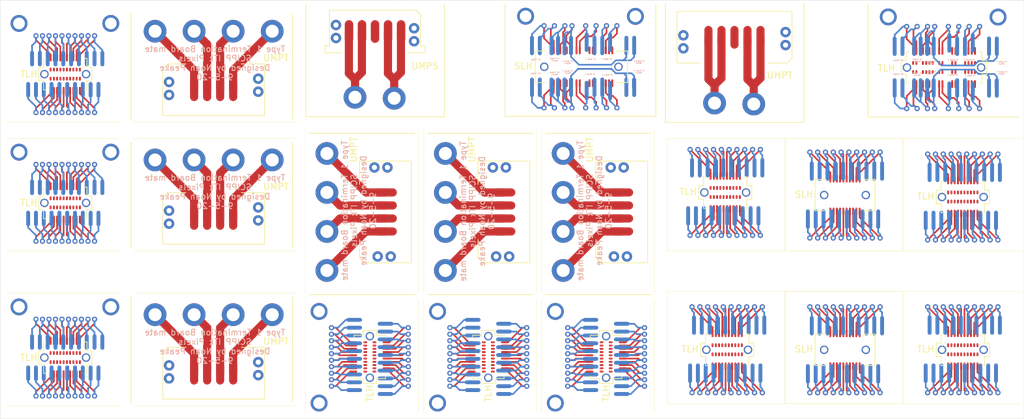
<source format=kicad_pcb>
(kicad_pcb (version 20171130) (host pcbnew "(5.1.4)-1")
  (title_block (title "Type-1 Termination Board Panel") (date 9/5/20) (rev v2) (company SCIPP) (comment 1 "Designed by Noah Peake"))
  (layers (0 F.Cu signal) (31 B.Cu signal) (34 B.Paste user) (35 F.Paste user) (36 B.SilkS user) (37 F.SilkS user) (38 B.Mask user) (39 F.Mask user) (44 Edge.Cuts user))
  (net 0 "")
  (module "SCIPP_Connectors:19-2 TLH" (layer F.Cu) (at 161.22 138.8 90)
    (fp_text reference TLH (at -0.09 -8.86) (layer F.SilkS))
    (fp_text value 19-2)
    (pad 41 thru_hole circle (at -0.000001 -5.6985 180) (size 1.3 1.3) (drill 0.9) (layers *.Cu *.Mask))
    (pad 1 smd oval (at 0.7 -4.75 180) (size 0.3 0.6) (layers F.Cu F.Paste F.Mask))
    (pad 42 thru_hole circle (at -0.000001 5.7015 180) (size 1.3 1.3) (drill 0.9) (layers *.Cu *.Mask))
    (pad 1 smd oval (at 2.549999 -4.75 180) (size 0.3 1.2) (layers F.Cu F.Paste F.Mask))
    (pad 2 smd oval (at -0.7 -4.75 180) (size 0.3 0.6) (layers F.Cu F.Paste F.Mask))
    (pad 3 smd oval (at 0.7 -4.25 180) (size 0.3 0.6) (layers F.Cu F.Paste F.Mask))
    (pad 4 smd oval (at -0.7 -4.25 180) (size 0.3 0.6) (layers F.Cu F.Paste F.Mask))
    (pad 7 smd oval (at 0.7 -3.25 180) (size 0.3 0.6) (layers F.Cu F.Paste F.Mask))
    (pad 8 smd oval (at -0.7 -3.25 180) (size 0.3 0.6) (layers F.Cu F.Paste F.Mask))
    (pad 9 smd oval (at 0.7 -2.75 180) (size 0.3 0.6) (layers F.Cu F.Paste F.Mask))
    (pad 10 smd oval (at -0.7 -2.75 180) (size 0.3 0.6) (layers F.Cu F.Paste F.Mask))
    (pad 11 smd oval (at 0.7 -2.25 180) (size 0.3 0.6) (layers F.Cu F.Paste F.Mask))
    (pad 12 smd oval (at -0.7 -2.25 180) (size 0.3 0.6) (layers F.Cu F.Paste F.Mask))
    (pad 13 smd oval (at 0.7 -1.75 180) (size 0.3 0.6) (layers F.Cu F.Paste F.Mask))
    (pad 14 smd oval (at -0.7 -1.75 180) (size 0.3 0.6) (layers F.Cu F.Paste F.Mask))
    (pad 17 smd oval (at 0.7 -0.75 180) (size 0.3 0.6) (layers F.Cu F.Paste F.Mask))
    (pad 18 smd oval (at -0.7 -0.75 180) (size 0.3 0.6) (layers F.Cu F.Paste F.Mask))
    (pad 19 smd oval (at 0.7 -0.25 180) (size 0.3 0.6) (layers F.Cu F.Paste F.Mask))
    (pad 20 smd oval (at -0.7 -0.25 180) (size 0.3 0.6) (layers F.Cu F.Paste F.Mask))
    (pad 25 smd oval (at 0.7 1.25 180) (size 0.3 0.6) (layers F.Cu F.Paste F.Mask))
    (pad 26 smd oval (at -0.7 1.25 180) (size 0.3 0.6) (layers F.Cu F.Paste F.Mask))
    (pad 27 smd oval (at 0.7 1.75 180) (size 0.3 0.6) (layers F.Cu F.Paste F.Mask))
    (pad 28 smd oval (at -0.7 1.75 180) (size 0.3 0.6) (layers F.Cu F.Paste F.Mask))
    (pad 33 smd oval (at 0.7 3.25 180) (size 0.3 0.6) (layers F.Cu F.Paste F.Mask))
    (pad 34 smd oval (at -0.7 3.25 180) (size 0.3 0.6) (layers F.Cu F.Paste F.Mask))
    (pad 35 smd oval (at 0.7 3.75 180) (size 0.3 0.6) (layers F.Cu F.Paste F.Mask))
    (pad 36 smd oval (at -0.7 3.75 180) (size 0.3 0.6) (layers F.Cu F.Paste F.Mask))
    (pad 37 smd oval (at 0.7 4.25 180) (size 0.3 0.6) (layers F.Cu F.Paste F.Mask))
    (pad 38 smd oval (at -0.7 4.25 180) (size 0.3 0.6) (layers F.Cu F.Paste F.Mask))
    (pad 39 smd oval (at 0.7 4.75 180) (size 0.3 0.6) (layers F.Cu F.Paste F.Mask))
    (pad 40 smd oval (at -0.7 4.75 180) (size 0.3 0.6) (layers F.Cu F.Paste F.Mask))
    (pad 2 smd oval (at -2.550001 -4.75 180) (size 0.3 1.2) (layers F.Cu F.Paste F.Mask))
    (pad 3 smd oval (at 2.549999 -4.25 180) (size 0.3 1.2) (layers F.Cu F.Paste F.Mask))
    (pad 4 smd oval (at -2.550001 -4.25 180) (size 0.3 1.2) (layers F.Cu F.Paste F.Mask))
    (pad 7 smd oval (at 2.549999 -3.25 180) (size 0.3 1.2) (layers F.Cu F.Paste F.Mask))
    (pad 8 smd oval (at -2.550001 -3.25 180) (size 0.3 1.2) (layers F.Cu F.Paste F.Mask))
    (pad 9 smd oval (at 2.549999 -2.75 180) (size 0.3 1.2) (layers F.Cu F.Paste F.Mask))
    (pad 10 smd oval (at -2.550001 -2.75 180) (size 0.3 1.2) (layers F.Cu F.Paste F.Mask))
    (pad 11 smd oval (at 2.549999 -2.25 180) (size 0.3 1.2) (layers F.Cu F.Paste F.Mask))
    (pad 12 smd oval (at -2.550001 -2.25 180) (size 0.3 1.2) (layers F.Cu F.Paste F.Mask))
    (pad 13 smd oval (at 2.549999 -1.75 180) (size 0.3 1.2) (layers F.Cu F.Paste F.Mask))
    (pad 14 smd oval (at -2.550001 -1.75 180) (size 0.3 1.2) (layers F.Cu F.Paste F.Mask))
    (pad 17 smd oval (at 2.549999 -0.75 180) (size 0.3 1.2) (layers F.Cu F.Paste F.Mask))
    (pad 18 smd oval (at -2.550001 -0.75 180) (size 0.3 1.2) (layers F.Cu F.Paste F.Mask))
    (pad 19 smd oval (at 2.549999 -0.25 180) (size 0.3 1.2) (layers F.Cu F.Paste F.Mask))
    (pad 20 smd oval (at -2.550001 -0.25 180) (size 0.3 1.2) (layers F.Cu F.Paste F.Mask))
    (pad 25 smd oval (at 2.549999 1.25 180) (size 0.3 1.2) (layers F.Cu F.Paste F.Mask))
    (pad 26 smd oval (at -2.550001 1.25 180) (size 0.3 1.2) (layers F.Cu F.Paste F.Mask))
    (pad 27 smd oval (at 2.549999 1.75 180) (size 0.3 1.2) (layers F.Cu F.Paste F.Mask))
    (pad 28 smd oval (at -2.550001 1.75 180) (size 0.3 1.2) (layers F.Cu F.Paste F.Mask))
    (pad 33 smd oval (at 2.549999 3.25 180) (size 0.3 1.2) (layers F.Cu F.Paste F.Mask))
    (pad 34 smd oval (at -2.550001 3.25 180) (size 0.3 1.2) (layers F.Cu F.Paste F.Mask))
    (pad 35 smd oval (at 2.549999 3.75 180) (size 0.3 1.2) (layers F.Cu F.Paste F.Mask))
    (pad 36 smd oval (at -2.550001 3.75 180) (size 0.3 1.2) (layers F.Cu F.Paste F.Mask))
    (pad 37 smd oval (at 2.549999 4.25 180) (size 0.3 1.2) (layers F.Cu F.Paste F.Mask))
    (pad 38 smd oval (at -2.550001 4.25 180) (size 0.3 1.2) (layers F.Cu F.Paste F.Mask))
    (pad 39 smd oval (at 2.549999 4.75 180) (size 0.3 1.2) (layers F.Cu F.Paste F.Mask))
    (pad 40 smd oval (at -2.550001 4.75 180) (size 0.3 1.2) (layers F.Cu F.Paste F.Mask))
  )
  (module SCIPP_Connectors:Pad_Array_4 (layer B.Cu) (at 161.505 135.525)
    (fp_text reference Pad_Array_4 hide)
    (fp_text value Pad_Array_4)
    (pad 12 smd oval (at 7.825 0 270) (size 3 0.6) (layers B.Cu B.Paste B.Mask))
    (pad 11 smd oval (at 6.625 0 270) (size 3 0.6) (layers B.Cu B.Paste B.Mask))
    (pad 10 smd oval (at 4.125 -0.5 270) (size 3 0.6) (layers B.Cu B.Paste B.Mask))
    (pad 9 smd oval (at 2.925 0 270) (size 3 0.6) (layers B.Cu B.Paste B.Mask))
    (pad 8 smd oval (at 1.725 0 270) (size 3 0.6) (layers B.Cu B.Paste B.Mask))
    (pad 7 smd oval (at 0.525 -0.5 270) (size 3 0.6) (layers B.Cu B.Paste B.Mask))
    (pad 6 smd oval (at -1.875 0 270) (size 3 0.6) (layers B.Cu B.Paste B.Mask))
    (pad 5 smd oval (at -2.875 0 270) (size 3 0.6) (layers B.Cu B.Paste B.Mask))
    (pad 4 smd oval (at -3.875 0 270) (size 3 0.6) (layers B.Cu B.Paste B.Mask))
    (pad 3 smd oval (at -4.875 0 270) (size 3 0.6) (layers B.Cu B.Paste B.Mask))
    (pad 2 smd oval (at -6.675 0 270) (size 3 0.6) (layers B.Cu B.Paste B.Mask))
    (pad 1 smd oval (at -7.875 0 270) (size 3 0.6) (layers B.Cu B.Paste B.Mask))
  )
  (module SCIPP_Connectors:Pad_Array_4 (layer B.Cu) (at 161.505 141.825)
    (fp_text reference Pad_Array_4 hide)
    (fp_text value Pad_Array_4)
    (pad 12 smd oval (at 7.825 0.125 270) (size 3 0.6) (layers B.Cu B.Paste B.Mask))
    (pad 11 smd oval (at 6.625 0.125 270) (size 3 0.6) (layers B.Cu B.Paste B.Mask))
    (pad 10 smd oval (at 4.125 0.625 270) (size 3 0.6) (layers B.Cu B.Paste B.Mask))
    (pad 9 smd oval (at 2.925 0.125 270) (size 3 0.6) (layers B.Cu B.Paste B.Mask))
    (pad 8 smd oval (at 1.725 0.125 270) (size 3 0.6) (layers B.Cu B.Paste B.Mask))
    (pad 7 smd oval (at 0.525 0.625 270) (size 3 0.6) (layers B.Cu B.Paste B.Mask))
    (pad 6 smd oval (at -1.875 0.125 270) (size 3 0.6) (layers B.Cu B.Paste B.Mask))
    (pad 5 smd oval (at -2.875 0.125 270) (size 3 0.6) (layers B.Cu B.Paste B.Mask))
    (pad 4 smd oval (at -3.875 0.125 270) (size 3 0.6) (layers B.Cu B.Paste B.Mask))
    (pad 3 smd oval (at -4.875 0.125 270) (size 3 0.6) (layers B.Cu B.Paste B.Mask))
    (pad 2 smd oval (at -6.675 0.125 270) (size 3 0.6) (layers B.Cu B.Paste B.Mask))
    (pad 1 smd oval (at -7.875 0.125 270) (size 3 0.6) (layers B.Cu B.Paste B.Mask))
  )
  (module SCIPP_Connectors:PEEK_screw (layer F.Cu) (at 152.65 131.02)
    (fp_text reference REF**)
    (fp_text value PEEK_screw)
    (pad 1 thru_hole circle (at 0 0) (size 2.6 2.6) (drill 1.8) (layers *.Cu *.Mask))
  )
  (module SCIPP_Connectors:PEEK_screw (layer F.Cu) (at 169.52 131.04)
    (fp_text reference REF**)
    (fp_text value PEEK_screw)
    (pad 1 thru_hole circle (at 0 0) (size 2.6 2.6) (drill 1.8) (layers *.Cu *.Mask))
  )
  (module "SCIPP_Connectors:19-2 SLH" (layer F.Cu) (at 105.5 138.69 90)
    (fp_text reference SLH (at 0.1 -8.91 180) (layer F.SilkS))
    (fp_text value 19-2)
    (pad 26 smd oval (at 2.5245 1.249 180) (size 0.3 1.2) (layers F.Cu F.Paste F.Mask))
    (pad 17 smd oval (at -2.5255 -0.751 180) (size 0.3 1.2) (layers F.Cu F.Paste F.Mask))
    (pad 2 smd oval (at 2.5245 -4.751 180) (size 0.3 1.2) (layers F.Cu F.Paste F.Mask))
    (pad 36 smd oval (at 2.5245 3.749 180) (size 0.3 1.2) (layers F.Cu F.Paste F.Mask))
    (pad 35 smd oval (at -2.5255 3.749 180) (size 0.3 1.2) (layers F.Cu F.Paste F.Mask))
    (pad 7 smd oval (at -2.5255 -3.251 180) (size 0.3 1.2) (layers F.Cu F.Paste F.Mask))
    (pad 40 smd oval (at 2.5245 4.749 180) (size 0.3 1.2) (layers F.Cu F.Paste F.Mask))
    (pad 39 smd oval (at -2.5255 4.749 180) (size 0.3 1.2) (layers F.Cu F.Paste F.Mask))
    (pad 8 smd oval (at 2.5245 -3.251 180) (size 0.3 1.2) (layers F.Cu F.Paste F.Mask))
    (pad 41 thru_hole circle (at -0.0005 5.699 180) (size 1.3 1.3) (drill 0.9) (layers *.Cu *.Mask))
    (pad 38 smd oval (at 2.5245 4.249 180) (size 0.3 1.2) (layers F.Cu F.Paste F.Mask))
    (pad 25 smd oval (at -2.5255 1.249 180) (size 0.3 1.2) (layers F.Cu F.Paste F.Mask))
    (pad 19 smd oval (at -2.5255 -0.251 180) (size 0.3 1.2) (layers F.Cu F.Paste F.Mask))
    (pad 27 smd oval (at -2.5255 1.749 180) (size 0.3 1.2) (layers F.Cu F.Paste F.Mask))
    (pad 20 smd oval (at 2.5245 -0.251 180) (size 0.3 1.2) (layers F.Cu F.Paste F.Mask))
    (pad 33 smd oval (at -2.5255 3.249 180) (size 0.3 1.2) (layers F.Cu F.Paste F.Mask))
    (pad 28 smd oval (at 2.5245 1.749 180) (size 0.3 1.2) (layers F.Cu F.Paste F.Mask))
    (pad 3 smd oval (at -2.5255 -4.251 180) (size 0.3 1.2) (layers F.Cu F.Paste F.Mask))
    (pad 14 smd oval (at 2.5245 -1.751 180) (size 0.3 1.2) (layers F.Cu F.Paste F.Mask))
    (pad 4 smd oval (at 2.5245 -4.251 180) (size 0.3 1.2) (layers F.Cu F.Paste F.Mask))
    (pad 37 smd oval (at -2.5255 4.249 180) (size 0.3 1.2) (layers F.Cu F.Paste F.Mask))
    (pad 42 thru_hole circle (at -0.0005 -5.701 180) (size 1.3 1.3) (drill 0.9) (layers *.Cu *.Mask))
    (pad 13 smd oval (at -2.5255 -1.751 180) (size 0.3 1.2) (layers F.Cu F.Paste F.Mask))
    (pad 11 smd oval (at -2.5255 -2.251 180) (size 0.3 1.2) (layers F.Cu F.Paste F.Mask))
    (pad 9 smd oval (at -2.5255 -2.751 180) (size 0.3 1.2) (layers F.Cu F.Paste F.Mask))
    (pad 1 smd oval (at -2.5255 -4.751 180) (size 0.3 1.2) (layers F.Cu F.Paste F.Mask))
    (pad 34 smd oval (at 2.5245 3.249 180) (size 0.3 1.2) (layers F.Cu F.Paste F.Mask))
    (pad 18 smd oval (at 2.5245 -0.751 180) (size 0.3 1.2) (layers F.Cu F.Paste F.Mask))
    (pad 12 smd oval (at 2.5245 -2.251 180) (size 0.3 1.2) (layers F.Cu F.Paste F.Mask))
    (pad 10 smd oval (at 2.5245 -2.751 180) (size 0.3 1.2) (layers F.Cu F.Paste F.Mask))
  )
  (module SCIPP_Connectors:PEEK_screw (layer F.Cu) (at 96.93 130.91)
    (fp_text reference REF**)
    (fp_text value PEEK_screw)
    (pad 1 thru_hole circle (at 0 0) (size 2.6 2.6) (drill 1.8) (layers *.Cu *.Mask))
  )
  (module SCIPP_Connectors:Pad_Array_4 (layer B.Cu) (at 105.785 141.715)
    (fp_text reference Pad_Array_4 hide)
    (fp_text value Pad_Array_4)
    (pad 1 smd oval (at -7.875 0.125 270) (size 3 0.6) (layers B.Cu B.Paste B.Mask))
    (pad 2 smd oval (at -6.675 0.125 270) (size 3 0.6) (layers B.Cu B.Paste B.Mask))
    (pad 3 smd oval (at -4.875 0.125 270) (size 3 0.6) (layers B.Cu B.Paste B.Mask))
    (pad 4 smd oval (at -3.875 0.125 270) (size 3 0.6) (layers B.Cu B.Paste B.Mask))
    (pad 5 smd oval (at -2.875 0.125 270) (size 3 0.6) (layers B.Cu B.Paste B.Mask))
    (pad 6 smd oval (at -1.875 0.125 270) (size 3 0.6) (layers B.Cu B.Paste B.Mask))
    (pad 7 smd oval (at 0.525 0.625 270) (size 3 0.6) (layers B.Cu B.Paste B.Mask))
    (pad 8 smd oval (at 1.725 0.125 270) (size 3 0.6) (layers B.Cu B.Paste B.Mask))
    (pad 9 smd oval (at 2.925 0.125 270) (size 3 0.6) (layers B.Cu B.Paste B.Mask))
    (pad 10 smd oval (at 4.125 0.625 270) (size 3 0.6) (layers B.Cu B.Paste B.Mask))
    (pad 11 smd oval (at 6.625 0.125 270) (size 3 0.6) (layers B.Cu B.Paste B.Mask))
    (pad 12 smd oval (at 7.825 0.125 270) (size 3 0.6) (layers B.Cu B.Paste B.Mask))
  )
  (module SCIPP_Connectors:PEEK_screw (layer F.Cu) (at 113.8 130.93)
    (fp_text reference REF**)
    (fp_text value PEEK_screw)
    (pad 1 thru_hole circle (at 0 0) (size 2.6 2.6) (drill 1.8) (layers *.Cu *.Mask))
  )
  (module SCIPP_Connectors:Pad_Array_4 (layer B.Cu) (at 105.785 135.415)
    (fp_text reference Pad_Array_4 hide)
    (fp_text value Pad_Array_4)
    (pad 1 smd oval (at -7.875 0 270) (size 3 0.6) (layers B.Cu B.Paste B.Mask))
    (pad 2 smd oval (at -6.675 0 270) (size 3 0.6) (layers B.Cu B.Paste B.Mask))
    (pad 3 smd oval (at -4.875 0 270) (size 3 0.6) (layers B.Cu B.Paste B.Mask))
    (pad 4 smd oval (at -3.875 0 270) (size 3 0.6) (layers B.Cu B.Paste B.Mask))
    (pad 5 smd oval (at -2.875 0 270) (size 3 0.6) (layers B.Cu B.Paste B.Mask))
    (pad 6 smd oval (at -1.875 0 270) (size 3 0.6) (layers B.Cu B.Paste B.Mask))
    (pad 7 smd oval (at 0.525 -0.5 270) (size 3 0.6) (layers B.Cu B.Paste B.Mask))
    (pad 8 smd oval (at 1.725 0 270) (size 3 0.6) (layers B.Cu B.Paste B.Mask))
    (pad 9 smd oval (at 2.925 0 270) (size 3 0.6) (layers B.Cu B.Paste B.Mask))
    (pad 10 smd oval (at 4.125 -0.5 270) (size 3 0.6) (layers B.Cu B.Paste B.Mask))
    (pad 11 smd oval (at 6.625 0 270) (size 3 0.6) (layers B.Cu B.Paste B.Mask))
    (pad 12 smd oval (at 7.825 0 270) (size 3 0.6) (layers B.Cu B.Paste B.Mask))
  )
  (module "SCIPP_Connectors:UMPS 5 Pin" (layer F.Cu) (at 73.78 133.26 180)
    (fp_text reference UMPS (at -7.69 -5.31) (layer F.SilkS))
    (fp_text value "5 Pin")
    (pad 3 smd oval (at -0.0144 -0.000752 180) (size 1.3 3.5) (layers F.Cu F.Paste F.Mask))
    (pad 4 smd oval (at 1.9856 -0.000752 180) (size 1.3 3.5) (layers F.Cu F.Paste F.Mask))
    (pad 9 thru_hole circle (at 5.9856 0.999248 180) (size 1.6 1.6) (drill 0.8) (layers *.Cu *.Mask))
    (pad 5 smd oval (at 3.9856 -0.000752 180) (size 1.3 3.5) (layers F.Cu F.Paste F.Mask))
    (pad 2 smd oval (at -2.0144 -0.000752 180) (size 1.3 3.5) (layers F.Cu F.Paste F.Mask))
    (pad 8 thru_hole circle (at 5.9856 -1.000752 180) (size 1.6 1.6) (drill 0.8) (layers *.Cu *.Mask))
    (pad 7 thru_hole circle (at -6.0144 0.499248 180) (size 1.6 1.6) (drill 0.8) (layers *.Cu *.Mask))
    (pad 6 thru_hole circle (at -6.0144 -1.500752 180) (size 1.6 1.6) (drill 0.8) (layers *.Cu *.Mask))
    (pad 1 smd oval (at -4.0144 -0.000752 180) (size 1.3 3.5) (layers F.Cu F.Paste F.Mask))
  )
  (module "SCIPP_Connectors:UMPT 5 Pin" (layer F.Cu) (at 129.02 134.15)
    (fp_text reference UMPT (at 6.98 5.85) (layer F.SilkS))
    (fp_text value "5 Pin")
    (pad 7 thru_hole circle (at -7.85 1.7) (size 1.6 1.6) (drill 0.8) (layers *.Cu *.Mask))
    (pad 6 thru_hole circle (at -7.85 -0.3) (size 1.6 1.6) (drill 0.8) (layers *.Cu *.Mask))
    (pad 5 smd oval (at -4 0) (size 1.25 3.5) (layers F.Cu F.Paste F.Mask))
    (pad 9 thru_hole circle (at 7.85 1.2) (size 1.6 1.6) (drill 0.8) (layers *.Cu *.Mask))
    (pad 1 smd oval (at 4 0) (size 1.25 3.5) (layers F.Cu F.Paste F.Mask))
    (pad 3 smd oval (at 0 0) (size 1.25 3.5) (layers F.Cu F.Paste F.Mask))
    (pad 8 thru_hole circle (at 7.85 -0.8) (size 1.6 1.6) (drill 0.8) (layers *.Cu *.Mask))
    (pad 2 smd oval (at 2 0) (size 1.25 3.5) (layers F.Cu F.Paste F.Mask))
    (pad 4 smd oval (at -2 0) (size 1.25 3.5) (layers F.Cu F.Paste F.Mask))
  )
  (module SCIPP_Connectors:14AWG_THT (layer F.Cu) (at 125.96 144.27)
    (fp_text reference REF**)
    (fp_text value 14AWG_THT)
    (pad 1 thru_hole circle (at 0 0) (size 3.5 3.5) (drill 2) (layers *.Cu *.Mask))
  )
  (module SCIPP_Connectors:14AWG_THT (layer F.Cu) (at 131.98 144.42)
    (fp_text reference REF**)
    (fp_text value 14AWG_THT)
    (pad 1 thru_hole circle (at 0 0) (size 3.5 3.5) (drill 2) (layers *.Cu *.Mask))
  )
  (module SCIPP_Connectors:14AWG_THT (layer F.Cu) (at 76.74 143.53)
    (fp_text reference REF**)
    (fp_text value 14AWG_THT)
    (pad 1 thru_hole circle (at 0 0) (size 3.5 3.5) (drill 2) (layers *.Cu *.Mask))
  )
  (module SCIPP_Connectors:14AWG_THT (layer F.Cu) (at 70.72 143.38)
    (fp_text reference REF**)
    (fp_text value 14AWG_THT)
    (pad 1 thru_hole circle (at 0 0) (size 3.5 3.5) (drill 2) (layers *.Cu *.Mask))
  )
  (module SCIPP_Connectors:Pad_Array_2 (layer B.Cu) (at 146.3 178.52)
    (fp_text reference REF**)
    (fp_text value Pad_Array_2)
    (pad 10 smd oval (at 5.4 0 270) (size 3 0.6) (layers B.Cu B.Paste B.Mask))
    (pad 9 smd oval (at 4.2 0 270) (size 3 0.6) (layers B.Cu B.Paste B.Mask))
    (pad 8 smd oval (at 3 0 270) (size 3 0.6) (layers B.Cu B.Paste B.Mask))
    (pad 7 smd oval (at 1.8 0 270) (size 3 0.6) (layers B.Cu B.Paste B.Mask))
    (pad 6 smd oval (at 0.6 0 270) (size 3 0.6) (layers B.Cu B.Paste B.Mask))
    (pad 5 smd oval (at -0.6 0 270) (size 3 0.6) (layers B.Cu B.Paste B.Mask))
    (pad 4 smd oval (at -1.8 0 270) (size 3 0.6) (layers B.Cu B.Paste B.Mask))
    (pad 3 smd oval (at -3 0 270) (size 3 0.6) (layers B.Cu B.Paste B.Mask))
    (pad 2 smd oval (at -4.2 0 270) (size 3 0.6) (layers B.Cu B.Paste B.Mask))
    (pad 1 smd oval (at -5.4 0 270) (size 3 0.6) (layers B.Cu B.Paste B.Mask))
  )
  (module SCIPP_Connectors:Pad_Array_2 (layer B.Cu) (at 145.7 185.92)
    (fp_text reference REF**)
    (fp_text value Pad_Array_2)
    (pad 10 smd oval (at 5.4 0 270) (size 3 0.6) (layers B.Cu B.Paste B.Mask))
    (pad 9 smd oval (at 4.2 0 270) (size 3 0.6) (layers B.Cu B.Paste B.Mask))
    (pad 8 smd oval (at 3 0 270) (size 3 0.6) (layers B.Cu B.Paste B.Mask))
    (pad 7 smd oval (at 1.8 0 270) (size 3 0.6) (layers B.Cu B.Paste B.Mask))
    (pad 6 smd oval (at 0.6 0 270) (size 3 0.6) (layers B.Cu B.Paste B.Mask))
    (pad 5 smd oval (at -0.6 0 270) (size 3 0.6) (layers B.Cu B.Paste B.Mask))
    (pad 4 smd oval (at -1.8 0 270) (size 3 0.6) (layers B.Cu B.Paste B.Mask))
    (pad 3 smd oval (at -3 0 270) (size 3 0.6) (layers B.Cu B.Paste B.Mask))
    (pad 2 smd oval (at -4.2 0 270) (size 3 0.6) (layers B.Cu B.Paste B.Mask))
    (pad 1 smd oval (at -5.4 0 270) (size 3 0.6) (layers B.Cu B.Paste B.Mask))
  )
  (module "SCIPP_Connectors:SLH (mp)" (layer F.Cu) (at 146 182.22)
    (fp_text reference REF**)
    (fp_text value SLH (at -6.3 -0.1) (layer F.SilkS))
    (pad 2 smd oval (at -1.75 -2.525) (size 0.3 1.2) (layers F.Cu F.Paste F.Mask))
    (pad 7 smd oval (at 0.75 -2.525) (size 0.3 1.2) (layers F.Cu F.Paste F.Mask))
    (pad 4 smd oval (at -0.75 -2.525) (size 0.3 1.2) (layers F.Cu F.Paste F.Mask))
    (pad 14 smd oval (at -0.75 2.525) (size 0.3 1.2) (layers F.Cu F.Paste F.Mask))
    (pad 10 smd oval (at 2.25 -2.525) (size 0.3 1.2) (layers F.Cu F.Paste F.Mask))
    (pad 13 smd oval (at -1.25 2.525) (size 0.3 1.2) (layers F.Cu F.Paste F.Mask))
    (pad 15 smd oval (at -0.25 2.525) (size 0.3 1.2) (layers F.Cu F.Paste F.Mask))
    (pad 16 smd oval (at 0.25 2.525) (size 0.3 1.2) (layers F.Cu F.Paste F.Mask))
    (pad 1 smd oval (at -2.25 -2.525) (size 0.3 1.2) (layers F.Cu F.Paste F.Mask))
    (pad 20 smd oval (at 2.25 2.525) (size 0.3 1.2) (layers F.Cu F.Paste F.Mask))
    (pad 19 smd oval (at 1.75 2.525) (size 0.3 1.2) (layers F.Cu F.Paste F.Mask))
    (pad 5 smd oval (at -0.25 -2.525) (size 0.3 1.2) (layers F.Cu F.Paste F.Mask))
    (pad 12 smd oval (at -1.75 2.525) (size 0.3 1.2) (layers F.Cu F.Paste F.Mask))
    (pad 9 smd oval (at 1.75 -2.525) (size 0.3 1.2) (layers F.Cu F.Paste F.Mask))
    (pad 11 smd oval (at -2.25 2.525) (size 0.3 1.2) (layers F.Cu F.Paste F.Mask))
    (pad 21 thru_hole circle (at -3.2 0) (size 1.3 1.3) (drill 0.9) (layers *.Cu *.Mask))
    (pad 8 smd oval (at 1.25 -2.525) (size 0.3 1.2) (layers F.Cu F.Paste F.Mask))
    (pad 6 smd oval (at 0.25 -2.525) (size 0.3 1.2) (layers F.Cu F.Paste F.Mask))
    (pad 22 thru_hole circle (at 3.2 0) (size 1.3 1.3) (drill 0.9) (layers *.Cu *.Mask))
    (pad 3 smd oval (at -1.25 -2.525) (size 0.3 1.2) (layers F.Cu F.Paste F.Mask))
    (pad 17 smd oval (at 0.75 2.525) (size 0.3 1.2) (layers F.Cu F.Paste F.Mask))
    (pad 18 smd oval (at 1.25 2.525) (size 0.3 1.2) (layers F.Cu F.Paste F.Mask))
  )
  (module SCIPP_Connectors:Pad_Array_2 (layer B.Cu) (at 146.3 154.72)
    (fp_text reference REF**)
    (fp_text value Pad_Array_2)
    (pad 10 smd oval (at 5.4 0 270) (size 3 0.6) (layers B.Cu B.Paste B.Mask))
    (pad 9 smd oval (at 4.2 0 270) (size 3 0.6) (layers B.Cu B.Paste B.Mask))
    (pad 8 smd oval (at 3 0 270) (size 3 0.6) (layers B.Cu B.Paste B.Mask))
    (pad 7 smd oval (at 1.8 0 270) (size 3 0.6) (layers B.Cu B.Paste B.Mask))
    (pad 6 smd oval (at 0.6 0 270) (size 3 0.6) (layers B.Cu B.Paste B.Mask))
    (pad 5 smd oval (at -0.6 0 270) (size 3 0.6) (layers B.Cu B.Paste B.Mask))
    (pad 4 smd oval (at -1.8 0 270) (size 3 0.6) (layers B.Cu B.Paste B.Mask))
    (pad 3 smd oval (at -3 0 270) (size 3 0.6) (layers B.Cu B.Paste B.Mask))
    (pad 2 smd oval (at -4.2 0 270) (size 3 0.6) (layers B.Cu B.Paste B.Mask))
    (pad 1 smd oval (at -5.4 0 270) (size 3 0.6) (layers B.Cu B.Paste B.Mask))
  )
  (module SCIPP_Connectors:Pad_Array_2 (layer B.Cu) (at 145.7 162.12)
    (fp_text reference REF**)
    (fp_text value Pad_Array_2)
    (pad 10 smd oval (at 5.4 0 270) (size 3 0.6) (layers B.Cu B.Paste B.Mask))
    (pad 9 smd oval (at 4.2 0 270) (size 3 0.6) (layers B.Cu B.Paste B.Mask))
    (pad 8 smd oval (at 3 0 270) (size 3 0.6) (layers B.Cu B.Paste B.Mask))
    (pad 7 smd oval (at 1.8 0 270) (size 3 0.6) (layers B.Cu B.Paste B.Mask))
    (pad 6 smd oval (at 0.6 0 270) (size 3 0.6) (layers B.Cu B.Paste B.Mask))
    (pad 5 smd oval (at -0.6 0 270) (size 3 0.6) (layers B.Cu B.Paste B.Mask))
    (pad 4 smd oval (at -1.8 0 270) (size 3 0.6) (layers B.Cu B.Paste B.Mask))
    (pad 3 smd oval (at -3 0 270) (size 3 0.6) (layers B.Cu B.Paste B.Mask))
    (pad 2 smd oval (at -4.2 0 270) (size 3 0.6) (layers B.Cu B.Paste B.Mask))
    (pad 1 smd oval (at -5.4 0 270) (size 3 0.6) (layers B.Cu B.Paste B.Mask))
  )
  (module "SCIPP_Connectors:SLH (mp)" (layer F.Cu) (at 146 158.42)
    (fp_text reference REF**)
    (fp_text value SLH (at -6.3 -0.1) (layer F.SilkS))
    (pad 2 smd oval (at -1.75 -2.525) (size 0.3 1.2) (layers F.Cu F.Paste F.Mask))
    (pad 7 smd oval (at 0.75 -2.525) (size 0.3 1.2) (layers F.Cu F.Paste F.Mask))
    (pad 4 smd oval (at -0.75 -2.525) (size 0.3 1.2) (layers F.Cu F.Paste F.Mask))
    (pad 14 smd oval (at -0.75 2.525) (size 0.3 1.2) (layers F.Cu F.Paste F.Mask))
    (pad 10 smd oval (at 2.25 -2.525) (size 0.3 1.2) (layers F.Cu F.Paste F.Mask))
    (pad 13 smd oval (at -1.25 2.525) (size 0.3 1.2) (layers F.Cu F.Paste F.Mask))
    (pad 15 smd oval (at -0.25 2.525) (size 0.3 1.2) (layers F.Cu F.Paste F.Mask))
    (pad 16 smd oval (at 0.25 2.525) (size 0.3 1.2) (layers F.Cu F.Paste F.Mask))
    (pad 1 smd oval (at -2.25 -2.525) (size 0.3 1.2) (layers F.Cu F.Paste F.Mask))
    (pad 20 smd oval (at 2.25 2.525) (size 0.3 1.2) (layers F.Cu F.Paste F.Mask))
    (pad 19 smd oval (at 1.75 2.525) (size 0.3 1.2) (layers F.Cu F.Paste F.Mask))
    (pad 5 smd oval (at -0.25 -2.525) (size 0.3 1.2) (layers F.Cu F.Paste F.Mask))
    (pad 12 smd oval (at -1.75 2.525) (size 0.3 1.2) (layers F.Cu F.Paste F.Mask))
    (pad 9 smd oval (at 1.75 -2.525) (size 0.3 1.2) (layers F.Cu F.Paste F.Mask))
    (pad 11 smd oval (at -2.25 2.525) (size 0.3 1.2) (layers F.Cu F.Paste F.Mask))
    (pad 21 thru_hole circle (at -3.2 0) (size 1.3 1.3) (drill 0.9) (layers *.Cu *.Mask))
    (pad 8 smd oval (at 1.25 -2.525) (size 0.3 1.2) (layers F.Cu F.Paste F.Mask))
    (pad 6 smd oval (at 0.25 -2.525) (size 0.3 1.2) (layers F.Cu F.Paste F.Mask))
    (pad 22 thru_hole circle (at 3.2 0) (size 1.3 1.3) (drill 0.9) (layers *.Cu *.Mask))
    (pad 3 smd oval (at -1.25 -2.525) (size 0.3 1.2) (layers F.Cu F.Paste F.Mask))
    (pad 17 smd oval (at 0.75 2.525) (size 0.3 1.2) (layers F.Cu F.Paste F.Mask))
    (pad 18 smd oval (at 1.25 2.525) (size 0.3 1.2) (layers F.Cu F.Paste F.Mask))
  )
  (module SCIPP_Connectors:Pad_Array_2 (layer B.Cu) (at 164.4 178.42)
    (fp_text reference REF**)
    (fp_text value Pad_Array_2)
    (pad 1 smd oval (at -5.4 0 270) (size 3 0.6) (layers B.Cu B.Paste B.Mask))
    (pad 2 smd oval (at -4.2 0 270) (size 3 0.6) (layers B.Cu B.Paste B.Mask))
    (pad 3 smd oval (at -3 0 270) (size 3 0.6) (layers B.Cu B.Paste B.Mask))
    (pad 4 smd oval (at -1.8 0 270) (size 3 0.6) (layers B.Cu B.Paste B.Mask))
    (pad 5 smd oval (at -0.6 0 270) (size 3 0.6) (layers B.Cu B.Paste B.Mask))
    (pad 6 smd oval (at 0.6 0 270) (size 3 0.6) (layers B.Cu B.Paste B.Mask))
    (pad 7 smd oval (at 1.8 0 270) (size 3 0.6) (layers B.Cu B.Paste B.Mask))
    (pad 8 smd oval (at 3 0 270) (size 3 0.6) (layers B.Cu B.Paste B.Mask))
    (pad 9 smd oval (at 4.2 0 270) (size 3 0.6) (layers B.Cu B.Paste B.Mask))
    (pad 10 smd oval (at 5.4 0 270) (size 3 0.6) (layers B.Cu B.Paste B.Mask))
  )
  (module SCIPP_Connectors:Pad_Array_2 (layer B.Cu) (at 163.8 185.82)
    (fp_text reference REF**)
    (fp_text value Pad_Array_2)
    (pad 1 smd oval (at -5.4 0 270) (size 3 0.6) (layers B.Cu B.Paste B.Mask))
    (pad 2 smd oval (at -4.2 0 270) (size 3 0.6) (layers B.Cu B.Paste B.Mask))
    (pad 3 smd oval (at -3 0 270) (size 3 0.6) (layers B.Cu B.Paste B.Mask))
    (pad 4 smd oval (at -1.8 0 270) (size 3 0.6) (layers B.Cu B.Paste B.Mask))
    (pad 5 smd oval (at -0.6 0 270) (size 3 0.6) (layers B.Cu B.Paste B.Mask))
    (pad 6 smd oval (at 0.6 0 270) (size 3 0.6) (layers B.Cu B.Paste B.Mask))
    (pad 7 smd oval (at 1.8 0 270) (size 3 0.6) (layers B.Cu B.Paste B.Mask))
    (pad 8 smd oval (at 3 0 270) (size 3 0.6) (layers B.Cu B.Paste B.Mask))
    (pad 9 smd oval (at 4.2 0 270) (size 3 0.6) (layers B.Cu B.Paste B.Mask))
    (pad 10 smd oval (at 5.4 0 270) (size 3 0.6) (layers B.Cu B.Paste B.Mask))
  )
  (module "SCIPP_Connectors:TLH (mp)" (layer F.Cu) (at 164.1 182.22)
    (fp_text reference REF**)
    (fp_text value TLH (at -5.7 -0.1) (layer F.SilkS))
    (pad 17 smd oval (at -0.75 0.7) (size 0.3 0.6) (layers F.Cu F.Paste F.Mask))
    (pad 14 smd oval (at 0.75 0.7) (size 0.3 0.6) (layers F.Cu F.Paste F.Mask))
    (pad 13 smd oval (at 1.25 0.7) (size 0.3 0.6) (layers F.Cu F.Paste F.Mask))
    (pad 18 smd oval (at -1.25 0.7) (size 0.3 0.6) (layers F.Cu F.Paste F.Mask))
    (pad 17 smd oval (at -0.75 2.55) (size 0.3 1.2) (layers F.Cu F.Paste F.Mask))
    (pad 19 smd oval (at -1.75 2.55) (size 0.3 1.2) (layers F.Cu F.Paste F.Mask))
    (pad 11 smd oval (at 2.25 0.7) (size 0.3 0.6) (layers F.Cu F.Paste F.Mask))
    (pad 3 smd oval (at 1.25 -2.55) (size 0.3 1.2) (layers F.Cu F.Paste F.Mask))
    (pad 2 smd oval (at 1.75 -2.55) (size 0.3 1.2) (layers F.Cu F.Paste F.Mask))
    (pad 16 smd oval (at -0.25 2.55) (size 0.3 1.2) (layers F.Cu F.Paste F.Mask))
    (pad 19 smd oval (at -1.75 0.7) (size 0.3 0.6) (layers F.Cu F.Paste F.Mask))
    (pad 12 smd oval (at 1.75 0.7) (size 0.3 0.6) (layers F.Cu F.Paste F.Mask))
    (pad 20 smd oval (at -2.25 0.7) (size 0.3 0.6) (layers F.Cu F.Paste F.Mask))
    (pad 4 smd oval (at 0.75 -2.55) (size 0.3 1.2) (layers F.Cu F.Paste F.Mask))
    (pad 7 smd oval (at -0.75 -2.55) (size 0.3 1.2) (layers F.Cu F.Paste F.Mask))
    (pad 15 smd oval (at 0.25 0.7) (size 0.3 0.6) (layers F.Cu F.Paste F.Mask))
    (pad 5 smd oval (at 0.25 -2.55) (size 0.3 1.2) (layers F.Cu F.Paste F.Mask))
    (pad 1 smd oval (at 2.25 -0.7) (size 0.3 0.6) (layers F.Cu F.Paste F.Mask))
    (pad 6 smd oval (at -0.25 -2.55) (size 0.3 1.2) (layers F.Cu F.Paste F.Mask))
    (pad 15 smd oval (at 0.25 2.55) (size 0.3 1.2) (layers F.Cu F.Paste F.Mask))
    (pad 10 smd oval (at -2.25 -2.55) (size 0.3 1.2) (layers F.Cu F.Paste F.Mask))
    (pad 22 thru_hole circle (at 3.2 0) (size 1.3 1.3) (drill 0.9) (layers *.Cu *.Mask))
    (pad 18 smd oval (at -1.25 2.55) (size 0.3 1.2) (layers F.Cu F.Paste F.Mask))
    (pad 8 smd oval (at -1.25 -2.55) (size 0.3 1.2) (layers F.Cu F.Paste F.Mask))
    (pad 2 smd oval (at 1.75 -0.7) (size 0.3 0.6) (layers F.Cu F.Paste F.Mask))
    (pad 21 thru_hole circle (at -3.2 0) (size 1.3 1.3) (drill 0.9) (layers *.Cu *.Mask))
    (pad 9 smd oval (at -1.75 -2.55) (size 0.3 1.2) (layers F.Cu F.Paste F.Mask))
    (pad 11 smd oval (at 2.25 2.55) (size 0.3 1.2) (layers F.Cu F.Paste F.Mask))
    (pad 12 smd oval (at 1.75 2.55) (size 0.3 1.2) (layers F.Cu F.Paste F.Mask))
    (pad 13 smd oval (at 1.25 2.55) (size 0.3 1.2) (layers F.Cu F.Paste F.Mask))
    (pad 14 smd oval (at 0.75 2.55) (size 0.3 1.2) (layers F.Cu F.Paste F.Mask))
    (pad 16 smd oval (at -0.25 0.7) (size 0.3 0.6) (layers F.Cu F.Paste F.Mask))
    (pad 20 smd oval (at -2.25 2.55) (size 0.3 1.2) (layers F.Cu F.Paste F.Mask))
    (pad 8 smd oval (at -1.25 -0.7) (size 0.3 0.6) (layers F.Cu F.Paste F.Mask))
    (pad 1 smd oval (at 2.25 -2.55) (size 0.3 1.2) (layers F.Cu F.Paste F.Mask))
    (pad 7 smd oval (at -0.75 -0.7) (size 0.3 0.6) (layers F.Cu F.Paste F.Mask))
    (pad 5 smd oval (at 0.25 -0.7) (size 0.3 0.6) (layers F.Cu F.Paste F.Mask))
    (pad 10 smd oval (at -2.25 -0.7) (size 0.3 0.6) (layers F.Cu F.Paste F.Mask))
    (pad 6 smd oval (at -0.25 -0.7) (size 0.3 0.6) (layers F.Cu F.Paste F.Mask))
    (pad 4 smd oval (at 0.75 -0.7) (size 0.3 0.6) (layers F.Cu F.Paste F.Mask))
    (pad 3 smd oval (at 1.25 -0.7) (size 0.3 0.6) (layers F.Cu F.Paste F.Mask))
    (pad 9 smd oval (at -1.75 -0.7) (size 0.3 0.6) (layers F.Cu F.Paste F.Mask))
  )
  (module SCIPP_Connectors:Pad_Array_2 (layer B.Cu) (at 164.4 154.92)
    (fp_text reference REF**)
    (fp_text value Pad_Array_2)
    (pad 1 smd oval (at -5.4 0 270) (size 3 0.6) (layers B.Cu B.Paste B.Mask))
    (pad 2 smd oval (at -4.2 0 270) (size 3 0.6) (layers B.Cu B.Paste B.Mask))
    (pad 3 smd oval (at -3 0 270) (size 3 0.6) (layers B.Cu B.Paste B.Mask))
    (pad 4 smd oval (at -1.8 0 270) (size 3 0.6) (layers B.Cu B.Paste B.Mask))
    (pad 5 smd oval (at -0.6 0 270) (size 3 0.6) (layers B.Cu B.Paste B.Mask))
    (pad 6 smd oval (at 0.6 0 270) (size 3 0.6) (layers B.Cu B.Paste B.Mask))
    (pad 7 smd oval (at 1.8 0 270) (size 3 0.6) (layers B.Cu B.Paste B.Mask))
    (pad 8 smd oval (at 3 0 270) (size 3 0.6) (layers B.Cu B.Paste B.Mask))
    (pad 9 smd oval (at 4.2 0 270) (size 3 0.6) (layers B.Cu B.Paste B.Mask))
    (pad 10 smd oval (at 5.4 0 270) (size 3 0.6) (layers B.Cu B.Paste B.Mask))
  )
  (module SCIPP_Connectors:Pad_Array_2 (layer B.Cu) (at 163.8 162.32)
    (fp_text reference REF**)
    (fp_text value Pad_Array_2)
    (pad 1 smd oval (at -5.4 0 270) (size 3 0.6) (layers B.Cu B.Paste B.Mask))
    (pad 2 smd oval (at -4.2 0 270) (size 3 0.6) (layers B.Cu B.Paste B.Mask))
    (pad 3 smd oval (at -3 0 270) (size 3 0.6) (layers B.Cu B.Paste B.Mask))
    (pad 4 smd oval (at -1.8 0 270) (size 3 0.6) (layers B.Cu B.Paste B.Mask))
    (pad 5 smd oval (at -0.6 0 270) (size 3 0.6) (layers B.Cu B.Paste B.Mask))
    (pad 6 smd oval (at 0.6 0 270) (size 3 0.6) (layers B.Cu B.Paste B.Mask))
    (pad 7 smd oval (at 1.8 0 270) (size 3 0.6) (layers B.Cu B.Paste B.Mask))
    (pad 8 smd oval (at 3 0 270) (size 3 0.6) (layers B.Cu B.Paste B.Mask))
    (pad 9 smd oval (at 4.2 0 270) (size 3 0.6) (layers B.Cu B.Paste B.Mask))
    (pad 10 smd oval (at 5.4 0 270) (size 3 0.6) (layers B.Cu B.Paste B.Mask))
  )
  (module "SCIPP_Connectors:TLH (mp)" (layer F.Cu) (at 164.1 158.72)
    (fp_text reference REF**)
    (fp_text value TLH (at -5.7 -0.1) (layer F.SilkS))
    (pad 17 smd oval (at -0.75 0.7) (size 0.3 0.6) (layers F.Cu F.Paste F.Mask))
    (pad 14 smd oval (at 0.75 0.7) (size 0.3 0.6) (layers F.Cu F.Paste F.Mask))
    (pad 13 smd oval (at 1.25 0.7) (size 0.3 0.6) (layers F.Cu F.Paste F.Mask))
    (pad 18 smd oval (at -1.25 0.7) (size 0.3 0.6) (layers F.Cu F.Paste F.Mask))
    (pad 17 smd oval (at -0.75 2.55) (size 0.3 1.2) (layers F.Cu F.Paste F.Mask))
    (pad 19 smd oval (at -1.75 2.55) (size 0.3 1.2) (layers F.Cu F.Paste F.Mask))
    (pad 11 smd oval (at 2.25 0.7) (size 0.3 0.6) (layers F.Cu F.Paste F.Mask))
    (pad 3 smd oval (at 1.25 -2.55) (size 0.3 1.2) (layers F.Cu F.Paste F.Mask))
    (pad 2 smd oval (at 1.75 -2.55) (size 0.3 1.2) (layers F.Cu F.Paste F.Mask))
    (pad 16 smd oval (at -0.25 2.55) (size 0.3 1.2) (layers F.Cu F.Paste F.Mask))
    (pad 19 smd oval (at -1.75 0.7) (size 0.3 0.6) (layers F.Cu F.Paste F.Mask))
    (pad 12 smd oval (at 1.75 0.7) (size 0.3 0.6) (layers F.Cu F.Paste F.Mask))
    (pad 20 smd oval (at -2.25 0.7) (size 0.3 0.6) (layers F.Cu F.Paste F.Mask))
    (pad 4 smd oval (at 0.75 -2.55) (size 0.3 1.2) (layers F.Cu F.Paste F.Mask))
    (pad 7 smd oval (at -0.75 -2.55) (size 0.3 1.2) (layers F.Cu F.Paste F.Mask))
    (pad 15 smd oval (at 0.25 0.7) (size 0.3 0.6) (layers F.Cu F.Paste F.Mask))
    (pad 5 smd oval (at 0.25 -2.55) (size 0.3 1.2) (layers F.Cu F.Paste F.Mask))
    (pad 1 smd oval (at 2.25 -0.7) (size 0.3 0.6) (layers F.Cu F.Paste F.Mask))
    (pad 6 smd oval (at -0.25 -2.55) (size 0.3 1.2) (layers F.Cu F.Paste F.Mask))
    (pad 15 smd oval (at 0.25 2.55) (size 0.3 1.2) (layers F.Cu F.Paste F.Mask))
    (pad 10 smd oval (at -2.25 -2.55) (size 0.3 1.2) (layers F.Cu F.Paste F.Mask))
    (pad 22 thru_hole circle (at 3.2 0) (size 1.3 1.3) (drill 0.9) (layers *.Cu *.Mask))
    (pad 18 smd oval (at -1.25 2.55) (size 0.3 1.2) (layers F.Cu F.Paste F.Mask))
    (pad 8 smd oval (at -1.25 -2.55) (size 0.3 1.2) (layers F.Cu F.Paste F.Mask))
    (pad 2 smd oval (at 1.75 -0.7) (size 0.3 0.6) (layers F.Cu F.Paste F.Mask))
    (pad 21 thru_hole circle (at -3.2 0) (size 1.3 1.3) (drill 0.9) (layers *.Cu *.Mask))
    (pad 9 smd oval (at -1.75 -2.55) (size 0.3 1.2) (layers F.Cu F.Paste F.Mask))
    (pad 11 smd oval (at 2.25 2.55) (size 0.3 1.2) (layers F.Cu F.Paste F.Mask))
    (pad 12 smd oval (at 1.75 2.55) (size 0.3 1.2) (layers F.Cu F.Paste F.Mask))
    (pad 13 smd oval (at 1.25 2.55) (size 0.3 1.2) (layers F.Cu F.Paste F.Mask))
    (pad 14 smd oval (at 0.75 2.55) (size 0.3 1.2) (layers F.Cu F.Paste F.Mask))
    (pad 16 smd oval (at -0.25 0.7) (size 0.3 0.6) (layers F.Cu F.Paste F.Mask))
    (pad 20 smd oval (at -2.25 2.55) (size 0.3 1.2) (layers F.Cu F.Paste F.Mask))
    (pad 8 smd oval (at -1.25 -0.7) (size 0.3 0.6) (layers F.Cu F.Paste F.Mask))
    (pad 1 smd oval (at 2.25 -2.55) (size 0.3 1.2) (layers F.Cu F.Paste F.Mask))
    (pad 7 smd oval (at -0.75 -0.7) (size 0.3 0.6) (layers F.Cu F.Paste F.Mask))
    (pad 5 smd oval (at 0.25 -0.7) (size 0.3 0.6) (layers F.Cu F.Paste F.Mask))
    (pad 10 smd oval (at -2.25 -0.7) (size 0.3 0.6) (layers F.Cu F.Paste F.Mask))
    (pad 6 smd oval (at -0.25 -0.7) (size 0.3 0.6) (layers F.Cu F.Paste F.Mask))
    (pad 4 smd oval (at 0.75 -0.7) (size 0.3 0.6) (layers F.Cu F.Paste F.Mask))
    (pad 3 smd oval (at 1.25 -0.7) (size 0.3 0.6) (layers F.Cu F.Paste F.Mask))
    (pad 9 smd oval (at -1.75 -0.7) (size 0.3 0.6) (layers F.Cu F.Paste F.Mask))
  )
  (module SCIPP_Connectors:Pad_Array_2 (layer B.Cu) (at 128.2 178.42)
    (fp_text reference REF**)
    (fp_text value Pad_Array_2)
    (pad 1 smd oval (at -5.4 0 270) (size 3 0.6) (layers B.Cu B.Paste B.Mask))
    (pad 2 smd oval (at -4.2 0 270) (size 3 0.6) (layers B.Cu B.Paste B.Mask))
    (pad 3 smd oval (at -3 0 270) (size 3 0.6) (layers B.Cu B.Paste B.Mask))
    (pad 4 smd oval (at -1.8 0 270) (size 3 0.6) (layers B.Cu B.Paste B.Mask))
    (pad 5 smd oval (at -0.6 0 270) (size 3 0.6) (layers B.Cu B.Paste B.Mask))
    (pad 6 smd oval (at 0.6 0 270) (size 3 0.6) (layers B.Cu B.Paste B.Mask))
    (pad 7 smd oval (at 1.8 0 270) (size 3 0.6) (layers B.Cu B.Paste B.Mask))
    (pad 8 smd oval (at 3 0 270) (size 3 0.6) (layers B.Cu B.Paste B.Mask))
    (pad 9 smd oval (at 4.2 0 270) (size 3 0.6) (layers B.Cu B.Paste B.Mask))
    (pad 10 smd oval (at 5.4 0 270) (size 3 0.6) (layers B.Cu B.Paste B.Mask))
  )
  (module SCIPP_Connectors:Pad_Array_2 (layer B.Cu) (at 127.6 185.82)
    (fp_text reference REF**)
    (fp_text value Pad_Array_2)
    (pad 1 smd oval (at -5.4 0 270) (size 3 0.6) (layers B.Cu B.Paste B.Mask))
    (pad 2 smd oval (at -4.2 0 270) (size 3 0.6) (layers B.Cu B.Paste B.Mask))
    (pad 3 smd oval (at -3 0 270) (size 3 0.6) (layers B.Cu B.Paste B.Mask))
    (pad 4 smd oval (at -1.8 0 270) (size 3 0.6) (layers B.Cu B.Paste B.Mask))
    (pad 5 smd oval (at -0.6 0 270) (size 3 0.6) (layers B.Cu B.Paste B.Mask))
    (pad 6 smd oval (at 0.6 0 270) (size 3 0.6) (layers B.Cu B.Paste B.Mask))
    (pad 7 smd oval (at 1.8 0 270) (size 3 0.6) (layers B.Cu B.Paste B.Mask))
    (pad 8 smd oval (at 3 0 270) (size 3 0.6) (layers B.Cu B.Paste B.Mask))
    (pad 9 smd oval (at 4.2 0 270) (size 3 0.6) (layers B.Cu B.Paste B.Mask))
    (pad 10 smd oval (at 5.4 0 270) (size 3 0.6) (layers B.Cu B.Paste B.Mask))
  )
  (module "SCIPP_Connectors:TLH (mp)" (layer F.Cu) (at 127.9 182.22)
    (fp_text reference REF**)
    (fp_text value TLH (at -5.7 -0.1) (layer F.SilkS))
    (pad 17 smd oval (at -0.75 0.7) (size 0.3 0.6) (layers F.Cu F.Paste F.Mask))
    (pad 14 smd oval (at 0.75 0.7) (size 0.3 0.6) (layers F.Cu F.Paste F.Mask))
    (pad 13 smd oval (at 1.25 0.7) (size 0.3 0.6) (layers F.Cu F.Paste F.Mask))
    (pad 18 smd oval (at -1.25 0.7) (size 0.3 0.6) (layers F.Cu F.Paste F.Mask))
    (pad 17 smd oval (at -0.75 2.55) (size 0.3 1.2) (layers F.Cu F.Paste F.Mask))
    (pad 19 smd oval (at -1.75 2.55) (size 0.3 1.2) (layers F.Cu F.Paste F.Mask))
    (pad 11 smd oval (at 2.25 0.7) (size 0.3 0.6) (layers F.Cu F.Paste F.Mask))
    (pad 3 smd oval (at 1.25 -2.55) (size 0.3 1.2) (layers F.Cu F.Paste F.Mask))
    (pad 2 smd oval (at 1.75 -2.55) (size 0.3 1.2) (layers F.Cu F.Paste F.Mask))
    (pad 16 smd oval (at -0.25 2.55) (size 0.3 1.2) (layers F.Cu F.Paste F.Mask))
    (pad 19 smd oval (at -1.75 0.7) (size 0.3 0.6) (layers F.Cu F.Paste F.Mask))
    (pad 12 smd oval (at 1.75 0.7) (size 0.3 0.6) (layers F.Cu F.Paste F.Mask))
    (pad 20 smd oval (at -2.25 0.7) (size 0.3 0.6) (layers F.Cu F.Paste F.Mask))
    (pad 4 smd oval (at 0.75 -2.55) (size 0.3 1.2) (layers F.Cu F.Paste F.Mask))
    (pad 7 smd oval (at -0.75 -2.55) (size 0.3 1.2) (layers F.Cu F.Paste F.Mask))
    (pad 15 smd oval (at 0.25 0.7) (size 0.3 0.6) (layers F.Cu F.Paste F.Mask))
    (pad 5 smd oval (at 0.25 -2.55) (size 0.3 1.2) (layers F.Cu F.Paste F.Mask))
    (pad 1 smd oval (at 2.25 -0.7) (size 0.3 0.6) (layers F.Cu F.Paste F.Mask))
    (pad 6 smd oval (at -0.25 -2.55) (size 0.3 1.2) (layers F.Cu F.Paste F.Mask))
    (pad 15 smd oval (at 0.25 2.55) (size 0.3 1.2) (layers F.Cu F.Paste F.Mask))
    (pad 10 smd oval (at -2.25 -2.55) (size 0.3 1.2) (layers F.Cu F.Paste F.Mask))
    (pad 22 thru_hole circle (at 3.2 0) (size 1.3 1.3) (drill 0.9) (layers *.Cu *.Mask))
    (pad 18 smd oval (at -1.25 2.55) (size 0.3 1.2) (layers F.Cu F.Paste F.Mask))
    (pad 8 smd oval (at -1.25 -2.55) (size 0.3 1.2) (layers F.Cu F.Paste F.Mask))
    (pad 2 smd oval (at 1.75 -0.7) (size 0.3 0.6) (layers F.Cu F.Paste F.Mask))
    (pad 21 thru_hole circle (at -3.2 0) (size 1.3 1.3) (drill 0.9) (layers *.Cu *.Mask))
    (pad 9 smd oval (at -1.75 -2.55) (size 0.3 1.2) (layers F.Cu F.Paste F.Mask))
    (pad 11 smd oval (at 2.25 2.55) (size 0.3 1.2) (layers F.Cu F.Paste F.Mask))
    (pad 12 smd oval (at 1.75 2.55) (size 0.3 1.2) (layers F.Cu F.Paste F.Mask))
    (pad 13 smd oval (at 1.25 2.55) (size 0.3 1.2) (layers F.Cu F.Paste F.Mask))
    (pad 14 smd oval (at 0.75 2.55) (size 0.3 1.2) (layers F.Cu F.Paste F.Mask))
    (pad 16 smd oval (at -0.25 0.7) (size 0.3 0.6) (layers F.Cu F.Paste F.Mask))
    (pad 20 smd oval (at -2.25 2.55) (size 0.3 1.2) (layers F.Cu F.Paste F.Mask))
    (pad 8 smd oval (at -1.25 -0.7) (size 0.3 0.6) (layers F.Cu F.Paste F.Mask))
    (pad 1 smd oval (at 2.25 -2.55) (size 0.3 1.2) (layers F.Cu F.Paste F.Mask))
    (pad 7 smd oval (at -0.75 -0.7) (size 0.3 0.6) (layers F.Cu F.Paste F.Mask))
    (pad 5 smd oval (at 0.25 -0.7) (size 0.3 0.6) (layers F.Cu F.Paste F.Mask))
    (pad 10 smd oval (at -2.25 -0.7) (size 0.3 0.6) (layers F.Cu F.Paste F.Mask))
    (pad 6 smd oval (at -0.25 -0.7) (size 0.3 0.6) (layers F.Cu F.Paste F.Mask))
    (pad 4 smd oval (at 0.75 -0.7) (size 0.3 0.6) (layers F.Cu F.Paste F.Mask))
    (pad 3 smd oval (at 1.25 -0.7) (size 0.3 0.6) (layers F.Cu F.Paste F.Mask))
    (pad 9 smd oval (at -1.75 -0.7) (size 0.3 0.6) (layers F.Cu F.Paste F.Mask))
  )
  (module SCIPP_Connectors:Pad_Array_2 (layer B.Cu) (at 127.9 154.22)
    (fp_text reference REF**)
    (fp_text value Pad_Array_2)
    (pad 1 smd oval (at -5.4 0 270) (size 3 0.6) (layers B.Cu B.Paste B.Mask))
    (pad 2 smd oval (at -4.2 0 270) (size 3 0.6) (layers B.Cu B.Paste B.Mask))
    (pad 3 smd oval (at -3 0 270) (size 3 0.6) (layers B.Cu B.Paste B.Mask))
    (pad 4 smd oval (at -1.8 0 270) (size 3 0.6) (layers B.Cu B.Paste B.Mask))
    (pad 5 smd oval (at -0.6 0 270) (size 3 0.6) (layers B.Cu B.Paste B.Mask))
    (pad 6 smd oval (at 0.6 0 270) (size 3 0.6) (layers B.Cu B.Paste B.Mask))
    (pad 7 smd oval (at 1.8 0 270) (size 3 0.6) (layers B.Cu B.Paste B.Mask))
    (pad 8 smd oval (at 3 0 270) (size 3 0.6) (layers B.Cu B.Paste B.Mask))
    (pad 9 smd oval (at 4.2 0 270) (size 3 0.6) (layers B.Cu B.Paste B.Mask))
    (pad 10 smd oval (at 5.4 0 270) (size 3 0.6) (layers B.Cu B.Paste B.Mask))
  )
  (module SCIPP_Connectors:Pad_Array_2 (layer B.Cu) (at 127.3 161.62)
    (fp_text reference REF**)
    (fp_text value Pad_Array_2)
    (pad 1 smd oval (at -5.4 0 270) (size 3 0.6) (layers B.Cu B.Paste B.Mask))
    (pad 2 smd oval (at -4.2 0 270) (size 3 0.6) (layers B.Cu B.Paste B.Mask))
    (pad 3 smd oval (at -3 0 270) (size 3 0.6) (layers B.Cu B.Paste B.Mask))
    (pad 4 smd oval (at -1.8 0 270) (size 3 0.6) (layers B.Cu B.Paste B.Mask))
    (pad 5 smd oval (at -0.6 0 270) (size 3 0.6) (layers B.Cu B.Paste B.Mask))
    (pad 6 smd oval (at 0.6 0 270) (size 3 0.6) (layers B.Cu B.Paste B.Mask))
    (pad 7 smd oval (at 1.8 0 270) (size 3 0.6) (layers B.Cu B.Paste B.Mask))
    (pad 8 smd oval (at 3 0 270) (size 3 0.6) (layers B.Cu B.Paste B.Mask))
    (pad 9 smd oval (at 4.2 0 270) (size 3 0.6) (layers B.Cu B.Paste B.Mask))
    (pad 10 smd oval (at 5.4 0 270) (size 3 0.6) (layers B.Cu B.Paste B.Mask))
  )
  (module "SCIPP_Connectors:TLH (mp)" (layer F.Cu) (at 127.6 158.02)
    (fp_text reference REF**)
    (fp_text value TLH (at -5.7 -0.1) (layer F.SilkS))
    (pad 17 smd oval (at -0.75 0.7) (size 0.3 0.6) (layers F.Cu F.Paste F.Mask))
    (pad 14 smd oval (at 0.75 0.7) (size 0.3 0.6) (layers F.Cu F.Paste F.Mask))
    (pad 13 smd oval (at 1.25 0.7) (size 0.3 0.6) (layers F.Cu F.Paste F.Mask))
    (pad 18 smd oval (at -1.25 0.7) (size 0.3 0.6) (layers F.Cu F.Paste F.Mask))
    (pad 17 smd oval (at -0.75 2.55) (size 0.3 1.2) (layers F.Cu F.Paste F.Mask))
    (pad 19 smd oval (at -1.75 2.55) (size 0.3 1.2) (layers F.Cu F.Paste F.Mask))
    (pad 11 smd oval (at 2.25 0.7) (size 0.3 0.6) (layers F.Cu F.Paste F.Mask))
    (pad 3 smd oval (at 1.25 -2.55) (size 0.3 1.2) (layers F.Cu F.Paste F.Mask))
    (pad 2 smd oval (at 1.75 -2.55) (size 0.3 1.2) (layers F.Cu F.Paste F.Mask))
    (pad 16 smd oval (at -0.25 2.55) (size 0.3 1.2) (layers F.Cu F.Paste F.Mask))
    (pad 19 smd oval (at -1.75 0.7) (size 0.3 0.6) (layers F.Cu F.Paste F.Mask))
    (pad 12 smd oval (at 1.75 0.7) (size 0.3 0.6) (layers F.Cu F.Paste F.Mask))
    (pad 20 smd oval (at -2.25 0.7) (size 0.3 0.6) (layers F.Cu F.Paste F.Mask))
    (pad 4 smd oval (at 0.75 -2.55) (size 0.3 1.2) (layers F.Cu F.Paste F.Mask))
    (pad 7 smd oval (at -0.75 -2.55) (size 0.3 1.2) (layers F.Cu F.Paste F.Mask))
    (pad 15 smd oval (at 0.25 0.7) (size 0.3 0.6) (layers F.Cu F.Paste F.Mask))
    (pad 5 smd oval (at 0.25 -2.55) (size 0.3 1.2) (layers F.Cu F.Paste F.Mask))
    (pad 1 smd oval (at 2.25 -0.7) (size 0.3 0.6) (layers F.Cu F.Paste F.Mask))
    (pad 6 smd oval (at -0.25 -2.55) (size 0.3 1.2) (layers F.Cu F.Paste F.Mask))
    (pad 15 smd oval (at 0.25 2.55) (size 0.3 1.2) (layers F.Cu F.Paste F.Mask))
    (pad 10 smd oval (at -2.25 -2.55) (size 0.3 1.2) (layers F.Cu F.Paste F.Mask))
    (pad 22 thru_hole circle (at 3.2 0) (size 1.3 1.3) (drill 0.9) (layers *.Cu *.Mask))
    (pad 18 smd oval (at -1.25 2.55) (size 0.3 1.2) (layers F.Cu F.Paste F.Mask))
    (pad 8 smd oval (at -1.25 -2.55) (size 0.3 1.2) (layers F.Cu F.Paste F.Mask))
    (pad 2 smd oval (at 1.75 -0.7) (size 0.3 0.6) (layers F.Cu F.Paste F.Mask))
    (pad 21 thru_hole circle (at -3.2 0) (size 1.3 1.3) (drill 0.9) (layers *.Cu *.Mask))
    (pad 9 smd oval (at -1.75 -2.55) (size 0.3 1.2) (layers F.Cu F.Paste F.Mask))
    (pad 11 smd oval (at 2.25 2.55) (size 0.3 1.2) (layers F.Cu F.Paste F.Mask))
    (pad 12 smd oval (at 1.75 2.55) (size 0.3 1.2) (layers F.Cu F.Paste F.Mask))
    (pad 13 smd oval (at 1.25 2.55) (size 0.3 1.2) (layers F.Cu F.Paste F.Mask))
    (pad 14 smd oval (at 0.75 2.55) (size 0.3 1.2) (layers F.Cu F.Paste F.Mask))
    (pad 16 smd oval (at -0.25 0.7) (size 0.3 0.6) (layers F.Cu F.Paste F.Mask))
    (pad 20 smd oval (at -2.25 2.55) (size 0.3 1.2) (layers F.Cu F.Paste F.Mask))
    (pad 8 smd oval (at -1.25 -0.7) (size 0.3 0.6) (layers F.Cu F.Paste F.Mask))
    (pad 1 smd oval (at 2.25 -2.55) (size 0.3 1.2) (layers F.Cu F.Paste F.Mask))
    (pad 7 smd oval (at -0.75 -0.7) (size 0.3 0.6) (layers F.Cu F.Paste F.Mask))
    (pad 5 smd oval (at 0.25 -0.7) (size 0.3 0.6) (layers F.Cu F.Paste F.Mask))
    (pad 10 smd oval (at -2.25 -0.7) (size 0.3 0.6) (layers F.Cu F.Paste F.Mask))
    (pad 6 smd oval (at -0.25 -0.7) (size 0.3 0.6) (layers F.Cu F.Paste F.Mask))
    (pad 4 smd oval (at 0.75 -0.7) (size 0.3 0.6) (layers F.Cu F.Paste F.Mask))
    (pad 3 smd oval (at 1.25 -0.7) (size 0.3 0.6) (layers F.Cu F.Paste F.Mask))
    (pad 9 smd oval (at -1.75 -0.7) (size 0.3 0.6) (layers F.Cu F.Paste F.Mask))
  )
  (module "SCIPP_Connectors:TLH (mp)" (layer F.Cu) (at 109.3 183.32 90)
    (fp_text reference REF**)
    (fp_text value TLH (at -5.6 0 90) (layer F.SilkS))
    (pad 17 smd oval (at -0.75 0.7 90) (size 0.3 0.6) (layers F.Cu F.Paste F.Mask))
    (pad 14 smd oval (at 0.75 0.7 90) (size 0.3 0.6) (layers F.Cu F.Paste F.Mask))
    (pad 13 smd oval (at 1.25 0.7 90) (size 0.3 0.6) (layers F.Cu F.Paste F.Mask))
    (pad 18 smd oval (at -1.25 0.7 90) (size 0.3 0.6) (layers F.Cu F.Paste F.Mask))
    (pad 17 smd oval (at -0.75 2.55 90) (size 0.3 1.2) (layers F.Cu F.Paste F.Mask))
    (pad 19 smd oval (at -1.75 2.55 90) (size 0.3 1.2) (layers F.Cu F.Paste F.Mask))
    (pad 11 smd oval (at 2.25 0.7 90) (size 0.3 0.6) (layers F.Cu F.Paste F.Mask))
    (pad 3 smd oval (at 1.25 -2.55 90) (size 0.3 1.2) (layers F.Cu F.Paste F.Mask))
    (pad 2 smd oval (at 1.75 -2.55 90) (size 0.3 1.2) (layers F.Cu F.Paste F.Mask))
    (pad 16 smd oval (at -0.25 2.55 90) (size 0.3 1.2) (layers F.Cu F.Paste F.Mask))
    (pad 19 smd oval (at -1.75 0.7 90) (size 0.3 0.6) (layers F.Cu F.Paste F.Mask))
    (pad 12 smd oval (at 1.75 0.7 90) (size 0.3 0.6) (layers F.Cu F.Paste F.Mask))
    (pad 20 smd oval (at -2.25 0.7 90) (size 0.3 0.6) (layers F.Cu F.Paste F.Mask))
    (pad 4 smd oval (at 0.75 -2.55 90) (size 0.3 1.2) (layers F.Cu F.Paste F.Mask))
    (pad 7 smd oval (at -0.75 -2.55 90) (size 0.3 1.2) (layers F.Cu F.Paste F.Mask))
    (pad 15 smd oval (at 0.25 0.7 90) (size 0.3 0.6) (layers F.Cu F.Paste F.Mask))
    (pad 5 smd oval (at 0.25 -2.55 90) (size 0.3 1.2) (layers F.Cu F.Paste F.Mask))
    (pad 1 smd oval (at 2.25 -0.7 90) (size 0.3 0.6) (layers F.Cu F.Paste F.Mask))
    (pad 6 smd oval (at -0.25 -2.55 90) (size 0.3 1.2) (layers F.Cu F.Paste F.Mask))
    (pad 15 smd oval (at 0.25 2.55 90) (size 0.3 1.2) (layers F.Cu F.Paste F.Mask))
    (pad 10 smd oval (at -2.25 -2.55 90) (size 0.3 1.2) (layers F.Cu F.Paste F.Mask))
    (pad 22 thru_hole circle (at 3.2 0 90) (size 1.3 1.3) (drill 0.9) (layers *.Cu *.Mask))
    (pad 18 smd oval (at -1.25 2.55 90) (size 0.3 1.2) (layers F.Cu F.Paste F.Mask))
    (pad 8 smd oval (at -1.25 -2.55 90) (size 0.3 1.2) (layers F.Cu F.Paste F.Mask))
    (pad 2 smd oval (at 1.75 -0.7 90) (size 0.3 0.6) (layers F.Cu F.Paste F.Mask))
    (pad 21 thru_hole circle (at -3.2 0 90) (size 1.3 1.3) (drill 0.9) (layers *.Cu *.Mask))
    (pad 9 smd oval (at -1.75 -2.55 90) (size 0.3 1.2) (layers F.Cu F.Paste F.Mask))
    (pad 11 smd oval (at 2.25 2.55 90) (size 0.3 1.2) (layers F.Cu F.Paste F.Mask))
    (pad 12 smd oval (at 1.75 2.55 90) (size 0.3 1.2) (layers F.Cu F.Paste F.Mask))
    (pad 13 smd oval (at 1.25 2.55 90) (size 0.3 1.2) (layers F.Cu F.Paste F.Mask))
    (pad 14 smd oval (at 0.75 2.55 90) (size 0.3 1.2) (layers F.Cu F.Paste F.Mask))
    (pad 16 smd oval (at -0.25 0.7 90) (size 0.3 0.6) (layers F.Cu F.Paste F.Mask))
    (pad 20 smd oval (at -2.25 2.55 90) (size 0.3 1.2) (layers F.Cu F.Paste F.Mask))
    (pad 8 smd oval (at -1.25 -0.7 90) (size 0.3 0.6) (layers F.Cu F.Paste F.Mask))
    (pad 1 smd oval (at 2.25 -2.55 90) (size 0.3 1.2) (layers F.Cu F.Paste F.Mask))
    (pad 7 smd oval (at -0.75 -0.7 90) (size 0.3 0.6) (layers F.Cu F.Paste F.Mask))
    (pad 5 smd oval (at 0.25 -0.7 90) (size 0.3 0.6) (layers F.Cu F.Paste F.Mask))
    (pad 10 smd oval (at -2.25 -0.7 90) (size 0.3 0.6) (layers F.Cu F.Paste F.Mask))
    (pad 6 smd oval (at -0.25 -0.7 90) (size 0.3 0.6) (layers F.Cu F.Paste F.Mask))
    (pad 4 smd oval (at 0.75 -0.7 90) (size 0.3 0.6) (layers F.Cu F.Paste F.Mask))
    (pad 3 smd oval (at 1.25 -0.7 90) (size 0.3 0.6) (layers F.Cu F.Paste F.Mask))
    (pad 9 smd oval (at -1.75 -0.7 90) (size 0.3 0.6) (layers F.Cu F.Paste F.Mask))
  )
  (module SCIPP_Connectors:PEEK_screw (layer F.Cu) (at 101.5 176.32 90)
    (fp_text reference REF**)
    (fp_text value PEEK_screw)
    (pad 1 thru_hole circle (at 0 0 90) (size 2.6 2.6) (drill 1.8) (layers *.Cu *.Mask))
  )
  (module SCIPP_Connectors:Pad_Array_2 (layer B.Cu) (at 106.9 183.02 90)
    (fp_text reference REF**)
    (fp_text value Pad_Array_2)
    (pad 10 smd oval (at 5.4 0) (size 2.4 0.6) (layers B.Cu B.Paste B.Mask))
    (pad 9 smd oval (at 4.2 0) (size 2.4 0.6) (layers B.Cu B.Paste B.Mask))
    (pad 8 smd oval (at 3 0) (size 2.4 0.6) (layers B.Cu B.Paste B.Mask))
    (pad 7 smd oval (at 1.8 0) (size 2.4 0.6) (layers B.Cu B.Paste B.Mask))
    (pad 6 smd oval (at 0.6 0) (size 2.4 0.6) (layers B.Cu B.Paste B.Mask))
    (pad 5 smd oval (at -0.6 0) (size 2.4 0.6) (layers B.Cu B.Paste B.Mask))
    (pad 4 smd oval (at -1.8 0) (size 2.4 0.6) (layers B.Cu B.Paste B.Mask))
    (pad 3 smd oval (at -3 0) (size 2.4 0.6) (layers B.Cu B.Paste B.Mask))
    (pad 2 smd oval (at -4.2 0) (size 2.4 0.6) (layers B.Cu B.Paste B.Mask))
    (pad 1 smd oval (at -5.4 0) (size 2.4 0.6) (layers B.Cu B.Paste B.Mask))
  )
  (module SCIPP_Connectors:Pad_Array_2 (layer B.Cu) (at 111.7 183.62 90)
    (fp_text reference REF**)
    (fp_text value Pad_Array_2)
    (pad 10 smd oval (at 5.4 0) (size 2.4 0.6) (layers B.Cu B.Paste B.Mask))
    (pad 9 smd oval (at 4.2 0) (size 2.4 0.6) (layers B.Cu B.Paste B.Mask))
    (pad 8 smd oval (at 3 0) (size 2.4 0.6) (layers B.Cu B.Paste B.Mask))
    (pad 7 smd oval (at 1.8 0) (size 2.4 0.6) (layers B.Cu B.Paste B.Mask))
    (pad 6 smd oval (at 0.6 0) (size 2.4 0.6) (layers B.Cu B.Paste B.Mask))
    (pad 5 smd oval (at -0.6 0) (size 2.4 0.6) (layers B.Cu B.Paste B.Mask))
    (pad 4 smd oval (at -1.8 0) (size 2.4 0.6) (layers B.Cu B.Paste B.Mask))
    (pad 3 smd oval (at -3 0) (size 2.4 0.6) (layers B.Cu B.Paste B.Mask))
    (pad 2 smd oval (at -4.2 0) (size 2.4 0.6) (layers B.Cu B.Paste B.Mask))
    (pad 1 smd oval (at -5.4 0) (size 2.4 0.6) (layers B.Cu B.Paste B.Mask))
  )
  (module SCIPP_Connectors:PEEK_screw (layer F.Cu) (at 101.5 190.42 90)
    (fp_text reference REF**)
    (fp_text value PEEK_screw)
    (pad 1 thru_hole circle (at 0 0 90) (size 2.6 2.6) (drill 1.8) (layers *.Cu *.Mask))
  )
  (module "SCIPP_Connectors:TLH (mp)" (layer F.Cu) (at 91.2 183.32 90)
    (fp_text reference REF**)
    (fp_text value TLH (at -5.6 0 90) (layer F.SilkS))
    (pad 17 smd oval (at -0.75 0.7 90) (size 0.3 0.6) (layers F.Cu F.Paste F.Mask))
    (pad 14 smd oval (at 0.75 0.7 90) (size 0.3 0.6) (layers F.Cu F.Paste F.Mask))
    (pad 13 smd oval (at 1.25 0.7 90) (size 0.3 0.6) (layers F.Cu F.Paste F.Mask))
    (pad 18 smd oval (at -1.25 0.7 90) (size 0.3 0.6) (layers F.Cu F.Paste F.Mask))
    (pad 17 smd oval (at -0.75 2.55 90) (size 0.3 1.2) (layers F.Cu F.Paste F.Mask))
    (pad 19 smd oval (at -1.75 2.55 90) (size 0.3 1.2) (layers F.Cu F.Paste F.Mask))
    (pad 11 smd oval (at 2.25 0.7 90) (size 0.3 0.6) (layers F.Cu F.Paste F.Mask))
    (pad 3 smd oval (at 1.25 -2.55 90) (size 0.3 1.2) (layers F.Cu F.Paste F.Mask))
    (pad 2 smd oval (at 1.75 -2.55 90) (size 0.3 1.2) (layers F.Cu F.Paste F.Mask))
    (pad 16 smd oval (at -0.25 2.55 90) (size 0.3 1.2) (layers F.Cu F.Paste F.Mask))
    (pad 19 smd oval (at -1.75 0.7 90) (size 0.3 0.6) (layers F.Cu F.Paste F.Mask))
    (pad 12 smd oval (at 1.75 0.7 90) (size 0.3 0.6) (layers F.Cu F.Paste F.Mask))
    (pad 20 smd oval (at -2.25 0.7 90) (size 0.3 0.6) (layers F.Cu F.Paste F.Mask))
    (pad 4 smd oval (at 0.75 -2.55 90) (size 0.3 1.2) (layers F.Cu F.Paste F.Mask))
    (pad 7 smd oval (at -0.75 -2.55 90) (size 0.3 1.2) (layers F.Cu F.Paste F.Mask))
    (pad 15 smd oval (at 0.25 0.7 90) (size 0.3 0.6) (layers F.Cu F.Paste F.Mask))
    (pad 5 smd oval (at 0.25 -2.55 90) (size 0.3 1.2) (layers F.Cu F.Paste F.Mask))
    (pad 1 smd oval (at 2.25 -0.7 90) (size 0.3 0.6) (layers F.Cu F.Paste F.Mask))
    (pad 6 smd oval (at -0.25 -2.55 90) (size 0.3 1.2) (layers F.Cu F.Paste F.Mask))
    (pad 15 smd oval (at 0.25 2.55 90) (size 0.3 1.2) (layers F.Cu F.Paste F.Mask))
    (pad 10 smd oval (at -2.25 -2.55 90) (size 0.3 1.2) (layers F.Cu F.Paste F.Mask))
    (pad 22 thru_hole circle (at 3.2 0 90) (size 1.3 1.3) (drill 0.9) (layers *.Cu *.Mask))
    (pad 18 smd oval (at -1.25 2.55 90) (size 0.3 1.2) (layers F.Cu F.Paste F.Mask))
    (pad 8 smd oval (at -1.25 -2.55 90) (size 0.3 1.2) (layers F.Cu F.Paste F.Mask))
    (pad 2 smd oval (at 1.75 -0.7 90) (size 0.3 0.6) (layers F.Cu F.Paste F.Mask))
    (pad 21 thru_hole circle (at -3.2 0 90) (size 1.3 1.3) (drill 0.9) (layers *.Cu *.Mask))
    (pad 9 smd oval (at -1.75 -2.55 90) (size 0.3 1.2) (layers F.Cu F.Paste F.Mask))
    (pad 11 smd oval (at 2.25 2.55 90) (size 0.3 1.2) (layers F.Cu F.Paste F.Mask))
    (pad 12 smd oval (at 1.75 2.55 90) (size 0.3 1.2) (layers F.Cu F.Paste F.Mask))
    (pad 13 smd oval (at 1.25 2.55 90) (size 0.3 1.2) (layers F.Cu F.Paste F.Mask))
    (pad 14 smd oval (at 0.75 2.55 90) (size 0.3 1.2) (layers F.Cu F.Paste F.Mask))
    (pad 16 smd oval (at -0.25 0.7 90) (size 0.3 0.6) (layers F.Cu F.Paste F.Mask))
    (pad 20 smd oval (at -2.25 2.55 90) (size 0.3 1.2) (layers F.Cu F.Paste F.Mask))
    (pad 8 smd oval (at -1.25 -0.7 90) (size 0.3 0.6) (layers F.Cu F.Paste F.Mask))
    (pad 1 smd oval (at 2.25 -2.55 90) (size 0.3 1.2) (layers F.Cu F.Paste F.Mask))
    (pad 7 smd oval (at -0.75 -0.7 90) (size 0.3 0.6) (layers F.Cu F.Paste F.Mask))
    (pad 5 smd oval (at 0.25 -0.7 90) (size 0.3 0.6) (layers F.Cu F.Paste F.Mask))
    (pad 10 smd oval (at -2.25 -0.7 90) (size 0.3 0.6) (layers F.Cu F.Paste F.Mask))
    (pad 6 smd oval (at -0.25 -0.7 90) (size 0.3 0.6) (layers F.Cu F.Paste F.Mask))
    (pad 4 smd oval (at 0.75 -0.7 90) (size 0.3 0.6) (layers F.Cu F.Paste F.Mask))
    (pad 3 smd oval (at 1.25 -0.7 90) (size 0.3 0.6) (layers F.Cu F.Paste F.Mask))
    (pad 9 smd oval (at -1.75 -0.7 90) (size 0.3 0.6) (layers F.Cu F.Paste F.Mask))
  )
  (module SCIPP_Connectors:PEEK_screw (layer F.Cu) (at 83.4 176.32 90)
    (fp_text reference REF**)
    (fp_text value PEEK_screw)
    (pad 1 thru_hole circle (at 0 0 90) (size 2.6 2.6) (drill 1.8) (layers *.Cu *.Mask))
  )
  (module SCIPP_Connectors:Pad_Array_2 (layer B.Cu) (at 88.8 183.02 90)
    (fp_text reference REF**)
    (fp_text value Pad_Array_2)
    (pad 10 smd oval (at 5.4 0) (size 2.4 0.6) (layers B.Cu B.Paste B.Mask))
    (pad 9 smd oval (at 4.2 0) (size 2.4 0.6) (layers B.Cu B.Paste B.Mask))
    (pad 8 smd oval (at 3 0) (size 2.4 0.6) (layers B.Cu B.Paste B.Mask))
    (pad 7 smd oval (at 1.8 0) (size 2.4 0.6) (layers B.Cu B.Paste B.Mask))
    (pad 6 smd oval (at 0.6 0) (size 2.4 0.6) (layers B.Cu B.Paste B.Mask))
    (pad 5 smd oval (at -0.6 0) (size 2.4 0.6) (layers B.Cu B.Paste B.Mask))
    (pad 4 smd oval (at -1.8 0) (size 2.4 0.6) (layers B.Cu B.Paste B.Mask))
    (pad 3 smd oval (at -3 0) (size 2.4 0.6) (layers B.Cu B.Paste B.Mask))
    (pad 2 smd oval (at -4.2 0) (size 2.4 0.6) (layers B.Cu B.Paste B.Mask))
    (pad 1 smd oval (at -5.4 0) (size 2.4 0.6) (layers B.Cu B.Paste B.Mask))
  )
  (module SCIPP_Connectors:Pad_Array_2 (layer B.Cu) (at 93.6 183.62 90)
    (fp_text reference REF**)
    (fp_text value Pad_Array_2)
    (pad 10 smd oval (at 5.4 0) (size 2.4 0.6) (layers B.Cu B.Paste B.Mask))
    (pad 9 smd oval (at 4.2 0) (size 2.4 0.6) (layers B.Cu B.Paste B.Mask))
    (pad 8 smd oval (at 3 0) (size 2.4 0.6) (layers B.Cu B.Paste B.Mask))
    (pad 7 smd oval (at 1.8 0) (size 2.4 0.6) (layers B.Cu B.Paste B.Mask))
    (pad 6 smd oval (at 0.6 0) (size 2.4 0.6) (layers B.Cu B.Paste B.Mask))
    (pad 5 smd oval (at -0.6 0) (size 2.4 0.6) (layers B.Cu B.Paste B.Mask))
    (pad 4 smd oval (at -1.8 0) (size 2.4 0.6) (layers B.Cu B.Paste B.Mask))
    (pad 3 smd oval (at -3 0) (size 2.4 0.6) (layers B.Cu B.Paste B.Mask))
    (pad 2 smd oval (at -4.2 0) (size 2.4 0.6) (layers B.Cu B.Paste B.Mask))
    (pad 1 smd oval (at -5.4 0) (size 2.4 0.6) (layers B.Cu B.Paste B.Mask))
  )
  (module SCIPP_Connectors:PEEK_screw (layer F.Cu) (at 83.4 190.42 90)
    (fp_text reference REF**)
    (fp_text value PEEK_screw)
    (pad 1 thru_hole circle (at 0 0 90) (size 2.6 2.6) (drill 1.8) (layers *.Cu *.Mask))
  )
  (module "SCIPP_Connectors:TLH (mp)" (layer F.Cu) (at 73 183.32 90)
    (fp_text reference REF**)
    (fp_text value TLH (at -5.6 0 90) (layer F.SilkS))
    (pad 17 smd oval (at -0.75 0.7 90) (size 0.3 0.6) (layers F.Cu F.Paste F.Mask))
    (pad 14 smd oval (at 0.75 0.7 90) (size 0.3 0.6) (layers F.Cu F.Paste F.Mask))
    (pad 13 smd oval (at 1.25 0.7 90) (size 0.3 0.6) (layers F.Cu F.Paste F.Mask))
    (pad 18 smd oval (at -1.25 0.7 90) (size 0.3 0.6) (layers F.Cu F.Paste F.Mask))
    (pad 17 smd oval (at -0.75 2.55 90) (size 0.3 1.2) (layers F.Cu F.Paste F.Mask))
    (pad 19 smd oval (at -1.75 2.55 90) (size 0.3 1.2) (layers F.Cu F.Paste F.Mask))
    (pad 11 smd oval (at 2.25 0.7 90) (size 0.3 0.6) (layers F.Cu F.Paste F.Mask))
    (pad 3 smd oval (at 1.25 -2.55 90) (size 0.3 1.2) (layers F.Cu F.Paste F.Mask))
    (pad 2 smd oval (at 1.75 -2.55 90) (size 0.3 1.2) (layers F.Cu F.Paste F.Mask))
    (pad 16 smd oval (at -0.25 2.55 90) (size 0.3 1.2) (layers F.Cu F.Paste F.Mask))
    (pad 19 smd oval (at -1.75 0.7 90) (size 0.3 0.6) (layers F.Cu F.Paste F.Mask))
    (pad 12 smd oval (at 1.75 0.7 90) (size 0.3 0.6) (layers F.Cu F.Paste F.Mask))
    (pad 20 smd oval (at -2.25 0.7 90) (size 0.3 0.6) (layers F.Cu F.Paste F.Mask))
    (pad 4 smd oval (at 0.75 -2.55 90) (size 0.3 1.2) (layers F.Cu F.Paste F.Mask))
    (pad 7 smd oval (at -0.75 -2.55 90) (size 0.3 1.2) (layers F.Cu F.Paste F.Mask))
    (pad 15 smd oval (at 0.25 0.7 90) (size 0.3 0.6) (layers F.Cu F.Paste F.Mask))
    (pad 5 smd oval (at 0.25 -2.55 90) (size 0.3 1.2) (layers F.Cu F.Paste F.Mask))
    (pad 1 smd oval (at 2.25 -0.7 90) (size 0.3 0.6) (layers F.Cu F.Paste F.Mask))
    (pad 6 smd oval (at -0.25 -2.55 90) (size 0.3 1.2) (layers F.Cu F.Paste F.Mask))
    (pad 15 smd oval (at 0.25 2.55 90) (size 0.3 1.2) (layers F.Cu F.Paste F.Mask))
    (pad 10 smd oval (at -2.25 -2.55 90) (size 0.3 1.2) (layers F.Cu F.Paste F.Mask))
    (pad 22 thru_hole circle (at 3.2 0 90) (size 1.3 1.3) (drill 0.9) (layers *.Cu *.Mask))
    (pad 18 smd oval (at -1.25 2.55 90) (size 0.3 1.2) (layers F.Cu F.Paste F.Mask))
    (pad 8 smd oval (at -1.25 -2.55 90) (size 0.3 1.2) (layers F.Cu F.Paste F.Mask))
    (pad 2 smd oval (at 1.75 -0.7 90) (size 0.3 0.6) (layers F.Cu F.Paste F.Mask))
    (pad 21 thru_hole circle (at -3.2 0 90) (size 1.3 1.3) (drill 0.9) (layers *.Cu *.Mask))
    (pad 9 smd oval (at -1.75 -2.55 90) (size 0.3 1.2) (layers F.Cu F.Paste F.Mask))
    (pad 11 smd oval (at 2.25 2.55 90) (size 0.3 1.2) (layers F.Cu F.Paste F.Mask))
    (pad 12 smd oval (at 1.75 2.55 90) (size 0.3 1.2) (layers F.Cu F.Paste F.Mask))
    (pad 13 smd oval (at 1.25 2.55 90) (size 0.3 1.2) (layers F.Cu F.Paste F.Mask))
    (pad 14 smd oval (at 0.75 2.55 90) (size 0.3 1.2) (layers F.Cu F.Paste F.Mask))
    (pad 16 smd oval (at -0.25 0.7 90) (size 0.3 0.6) (layers F.Cu F.Paste F.Mask))
    (pad 20 smd oval (at -2.25 2.55 90) (size 0.3 1.2) (layers F.Cu F.Paste F.Mask))
    (pad 8 smd oval (at -1.25 -0.7 90) (size 0.3 0.6) (layers F.Cu F.Paste F.Mask))
    (pad 1 smd oval (at 2.25 -2.55 90) (size 0.3 1.2) (layers F.Cu F.Paste F.Mask))
    (pad 7 smd oval (at -0.75 -0.7 90) (size 0.3 0.6) (layers F.Cu F.Paste F.Mask))
    (pad 5 smd oval (at 0.25 -0.7 90) (size 0.3 0.6) (layers F.Cu F.Paste F.Mask))
    (pad 10 smd oval (at -2.25 -0.7 90) (size 0.3 0.6) (layers F.Cu F.Paste F.Mask))
    (pad 6 smd oval (at -0.25 -0.7 90) (size 0.3 0.6) (layers F.Cu F.Paste F.Mask))
    (pad 4 smd oval (at 0.75 -0.7 90) (size 0.3 0.6) (layers F.Cu F.Paste F.Mask))
    (pad 3 smd oval (at 1.25 -0.7 90) (size 0.3 0.6) (layers F.Cu F.Paste F.Mask))
    (pad 9 smd oval (at -1.75 -0.7 90) (size 0.3 0.6) (layers F.Cu F.Paste F.Mask))
  )
  (module SCIPP_Connectors:PEEK_screw (layer F.Cu) (at 65.2 176.32 90)
    (fp_text reference REF**)
    (fp_text value PEEK_screw)
    (pad 1 thru_hole circle (at 0 0 90) (size 2.6 2.6) (drill 1.8) (layers *.Cu *.Mask))
  )
  (module SCIPP_Connectors:Pad_Array_2 (layer B.Cu) (at 70.6 183.02 90)
    (fp_text reference REF**)
    (fp_text value Pad_Array_2)
    (pad 10 smd oval (at 5.4 0) (size 2.4 0.6) (layers B.Cu B.Paste B.Mask))
    (pad 9 smd oval (at 4.2 0) (size 2.4 0.6) (layers B.Cu B.Paste B.Mask))
    (pad 8 smd oval (at 3 0) (size 2.4 0.6) (layers B.Cu B.Paste B.Mask))
    (pad 7 smd oval (at 1.8 0) (size 2.4 0.6) (layers B.Cu B.Paste B.Mask))
    (pad 6 smd oval (at 0.6 0) (size 2.4 0.6) (layers B.Cu B.Paste B.Mask))
    (pad 5 smd oval (at -0.6 0) (size 2.4 0.6) (layers B.Cu B.Paste B.Mask))
    (pad 4 smd oval (at -1.8 0) (size 2.4 0.6) (layers B.Cu B.Paste B.Mask))
    (pad 3 smd oval (at -3 0) (size 2.4 0.6) (layers B.Cu B.Paste B.Mask))
    (pad 2 smd oval (at -4.2 0) (size 2.4 0.6) (layers B.Cu B.Paste B.Mask))
    (pad 1 smd oval (at -5.4 0) (size 2.4 0.6) (layers B.Cu B.Paste B.Mask))
  )
  (module SCIPP_Connectors:Pad_Array_2 (layer B.Cu) (at 75.4 183.62 90)
    (fp_text reference REF**)
    (fp_text value Pad_Array_2)
    (pad 10 smd oval (at 5.4 0) (size 2.4 0.6) (layers B.Cu B.Paste B.Mask))
    (pad 9 smd oval (at 4.2 0) (size 2.4 0.6) (layers B.Cu B.Paste B.Mask))
    (pad 8 smd oval (at 3 0) (size 2.4 0.6) (layers B.Cu B.Paste B.Mask))
    (pad 7 smd oval (at 1.8 0) (size 2.4 0.6) (layers B.Cu B.Paste B.Mask))
    (pad 6 smd oval (at 0.6 0) (size 2.4 0.6) (layers B.Cu B.Paste B.Mask))
    (pad 5 smd oval (at -0.6 0) (size 2.4 0.6) (layers B.Cu B.Paste B.Mask))
    (pad 4 smd oval (at -1.8 0) (size 2.4 0.6) (layers B.Cu B.Paste B.Mask))
    (pad 3 smd oval (at -3 0) (size 2.4 0.6) (layers B.Cu B.Paste B.Mask))
    (pad 2 smd oval (at -4.2 0) (size 2.4 0.6) (layers B.Cu B.Paste B.Mask))
    (pad 1 smd oval (at -5.4 0) (size 2.4 0.6) (layers B.Cu B.Paste B.Mask))
  )
  (module SCIPP_Connectors:PEEK_screw (layer F.Cu) (at 65.2 190.42 90)
    (fp_text reference REF**)
    (fp_text value PEEK_screw)
    (pad 1 thru_hole circle (at 0 0 90) (size 2.6 2.6) (drill 1.8) (layers *.Cu *.Mask))
  )
  (module "SCIPP_Connectors:TLH (mp)" (layer F.Cu) (at 26.2 183.42)
    (fp_text reference REF**)
    (fp_text value TLH (at -5.6 0) (layer F.SilkS))
    (pad 17 smd oval (at -0.75 0.7) (size 0.3 0.6) (layers F.Cu F.Paste F.Mask))
    (pad 14 smd oval (at 0.75 0.7) (size 0.3 0.6) (layers F.Cu F.Paste F.Mask))
    (pad 13 smd oval (at 1.25 0.7) (size 0.3 0.6) (layers F.Cu F.Paste F.Mask))
    (pad 18 smd oval (at -1.25 0.7) (size 0.3 0.6) (layers F.Cu F.Paste F.Mask))
    (pad 17 smd oval (at -0.75 2.55) (size 0.3 1.2) (layers F.Cu F.Paste F.Mask))
    (pad 19 smd oval (at -1.75 2.55) (size 0.3 1.2) (layers F.Cu F.Paste F.Mask))
    (pad 11 smd oval (at 2.25 0.7) (size 0.3 0.6) (layers F.Cu F.Paste F.Mask))
    (pad 3 smd oval (at 1.25 -2.55) (size 0.3 1.2) (layers F.Cu F.Paste F.Mask))
    (pad 2 smd oval (at 1.75 -2.55) (size 0.3 1.2) (layers F.Cu F.Paste F.Mask))
    (pad 16 smd oval (at -0.25 2.55) (size 0.3 1.2) (layers F.Cu F.Paste F.Mask))
    (pad 19 smd oval (at -1.75 0.7) (size 0.3 0.6) (layers F.Cu F.Paste F.Mask))
    (pad 12 smd oval (at 1.75 0.7) (size 0.3 0.6) (layers F.Cu F.Paste F.Mask))
    (pad 20 smd oval (at -2.25 0.7) (size 0.3 0.6) (layers F.Cu F.Paste F.Mask))
    (pad 4 smd oval (at 0.75 -2.55) (size 0.3 1.2) (layers F.Cu F.Paste F.Mask))
    (pad 7 smd oval (at -0.75 -2.55) (size 0.3 1.2) (layers F.Cu F.Paste F.Mask))
    (pad 15 smd oval (at 0.25 0.7) (size 0.3 0.6) (layers F.Cu F.Paste F.Mask))
    (pad 5 smd oval (at 0.25 -2.55) (size 0.3 1.2) (layers F.Cu F.Paste F.Mask))
    (pad 1 smd oval (at 2.25 -0.7) (size 0.3 0.6) (layers F.Cu F.Paste F.Mask))
    (pad 6 smd oval (at -0.25 -2.55) (size 0.3 1.2) (layers F.Cu F.Paste F.Mask))
    (pad 15 smd oval (at 0.25 2.55) (size 0.3 1.2) (layers F.Cu F.Paste F.Mask))
    (pad 10 smd oval (at -2.25 -2.55) (size 0.3 1.2) (layers F.Cu F.Paste F.Mask))
    (pad 22 thru_hole circle (at 3.2 0) (size 1.3 1.3) (drill 0.9) (layers *.Cu *.Mask))
    (pad 18 smd oval (at -1.25 2.55) (size 0.3 1.2) (layers F.Cu F.Paste F.Mask))
    (pad 8 smd oval (at -1.25 -2.55) (size 0.3 1.2) (layers F.Cu F.Paste F.Mask))
    (pad 2 smd oval (at 1.75 -0.7) (size 0.3 0.6) (layers F.Cu F.Paste F.Mask))
    (pad 21 thru_hole circle (at -3.2 0) (size 1.3 1.3) (drill 0.9) (layers *.Cu *.Mask))
    (pad 9 smd oval (at -1.75 -2.55) (size 0.3 1.2) (layers F.Cu F.Paste F.Mask))
    (pad 11 smd oval (at 2.25 2.55) (size 0.3 1.2) (layers F.Cu F.Paste F.Mask))
    (pad 12 smd oval (at 1.75 2.55) (size 0.3 1.2) (layers F.Cu F.Paste F.Mask))
    (pad 13 smd oval (at 1.25 2.55) (size 0.3 1.2) (layers F.Cu F.Paste F.Mask))
    (pad 14 smd oval (at 0.75 2.55) (size 0.3 1.2) (layers F.Cu F.Paste F.Mask))
    (pad 16 smd oval (at -0.25 0.7) (size 0.3 0.6) (layers F.Cu F.Paste F.Mask))
    (pad 20 smd oval (at -2.25 2.55) (size 0.3 1.2) (layers F.Cu F.Paste F.Mask))
    (pad 8 smd oval (at -1.25 -0.7) (size 0.3 0.6) (layers F.Cu F.Paste F.Mask))
    (pad 1 smd oval (at 2.25 -2.55) (size 0.3 1.2) (layers F.Cu F.Paste F.Mask))
    (pad 7 smd oval (at -0.75 -0.7) (size 0.3 0.6) (layers F.Cu F.Paste F.Mask))
    (pad 5 smd oval (at 0.25 -0.7) (size 0.3 0.6) (layers F.Cu F.Paste F.Mask))
    (pad 10 smd oval (at -2.25 -0.7) (size 0.3 0.6) (layers F.Cu F.Paste F.Mask))
    (pad 6 smd oval (at -0.25 -0.7) (size 0.3 0.6) (layers F.Cu F.Paste F.Mask))
    (pad 4 smd oval (at 0.75 -0.7) (size 0.3 0.6) (layers F.Cu F.Paste F.Mask))
    (pad 3 smd oval (at 1.25 -0.7) (size 0.3 0.6) (layers F.Cu F.Paste F.Mask))
    (pad 9 smd oval (at -1.75 -0.7) (size 0.3 0.6) (layers F.Cu F.Paste F.Mask))
  )
  (module SCIPP_Connectors:PEEK_screw (layer F.Cu) (at 33.2 175.62)
    (fp_text reference REF**)
    (fp_text value PEEK_screw)
    (pad 1 thru_hole circle (at 0 0) (size 2.6 2.6) (drill 1.8) (layers *.Cu *.Mask))
  )
  (module SCIPP_Connectors:Pad_Array_2 (layer B.Cu) (at 26.5 181.02)
    (fp_text reference REF**)
    (fp_text value Pad_Array_2)
    (pad 10 smd oval (at 5.4 0 270) (size 2.4 0.6) (layers B.Cu B.Paste B.Mask))
    (pad 9 smd oval (at 4.2 0 270) (size 2.4 0.6) (layers B.Cu B.Paste B.Mask))
    (pad 8 smd oval (at 3 0 270) (size 2.4 0.6) (layers B.Cu B.Paste B.Mask))
    (pad 7 smd oval (at 1.8 0 270) (size 2.4 0.6) (layers B.Cu B.Paste B.Mask))
    (pad 6 smd oval (at 0.6 0 270) (size 2.4 0.6) (layers B.Cu B.Paste B.Mask))
    (pad 5 smd oval (at -0.6 0 270) (size 2.4 0.6) (layers B.Cu B.Paste B.Mask))
    (pad 4 smd oval (at -1.8 0 270) (size 2.4 0.6) (layers B.Cu B.Paste B.Mask))
    (pad 3 smd oval (at -3 0 270) (size 2.4 0.6) (layers B.Cu B.Paste B.Mask))
    (pad 2 smd oval (at -4.2 0 270) (size 2.4 0.6) (layers B.Cu B.Paste B.Mask))
    (pad 1 smd oval (at -5.4 0 270) (size 2.4 0.6) (layers B.Cu B.Paste B.Mask))
  )
  (module SCIPP_Connectors:Pad_Array_2 (layer B.Cu) (at 25.9 185.82)
    (fp_text reference REF**)
    (fp_text value Pad_Array_2)
    (pad 10 smd oval (at 5.4 0 270) (size 2.4 0.6) (layers B.Cu B.Paste B.Mask))
    (pad 9 smd oval (at 4.2 0 270) (size 2.4 0.6) (layers B.Cu B.Paste B.Mask))
    (pad 8 smd oval (at 3 0 270) (size 2.4 0.6) (layers B.Cu B.Paste B.Mask))
    (pad 7 smd oval (at 1.8 0 270) (size 2.4 0.6) (layers B.Cu B.Paste B.Mask))
    (pad 6 smd oval (at 0.6 0 270) (size 2.4 0.6) (layers B.Cu B.Paste B.Mask))
    (pad 5 smd oval (at -0.6 0 270) (size 2.4 0.6) (layers B.Cu B.Paste B.Mask))
    (pad 4 smd oval (at -1.8 0 270) (size 2.4 0.6) (layers B.Cu B.Paste B.Mask))
    (pad 3 smd oval (at -3 0 270) (size 2.4 0.6) (layers B.Cu B.Paste B.Mask))
    (pad 2 smd oval (at -4.2 0 270) (size 2.4 0.6) (layers B.Cu B.Paste B.Mask))
    (pad 1 smd oval (at -5.4 0 270) (size 2.4 0.6) (layers B.Cu B.Paste B.Mask))
  )
  (module SCIPP_Connectors:PEEK_screw (layer F.Cu) (at 19.1 175.62)
    (fp_text reference REF**)
    (fp_text value PEEK_screw)
    (pad 1 thru_hole circle (at 0 0) (size 2.6 2.6) (drill 1.8) (layers *.Cu *.Mask))
  )
  (module "SCIPP_Connectors:TLH (mp)" (layer F.Cu) (at 26.2 159.62)
    (fp_text reference REF**)
    (fp_text value TLH (at -5.6 0) (layer F.SilkS))
    (pad 17 smd oval (at -0.75 0.7) (size 0.3 0.6) (layers F.Cu F.Paste F.Mask))
    (pad 14 smd oval (at 0.75 0.7) (size 0.3 0.6) (layers F.Cu F.Paste F.Mask))
    (pad 13 smd oval (at 1.25 0.7) (size 0.3 0.6) (layers F.Cu F.Paste F.Mask))
    (pad 18 smd oval (at -1.25 0.7) (size 0.3 0.6) (layers F.Cu F.Paste F.Mask))
    (pad 17 smd oval (at -0.75 2.55) (size 0.3 1.2) (layers F.Cu F.Paste F.Mask))
    (pad 19 smd oval (at -1.75 2.55) (size 0.3 1.2) (layers F.Cu F.Paste F.Mask))
    (pad 11 smd oval (at 2.25 0.7) (size 0.3 0.6) (layers F.Cu F.Paste F.Mask))
    (pad 3 smd oval (at 1.25 -2.55) (size 0.3 1.2) (layers F.Cu F.Paste F.Mask))
    (pad 2 smd oval (at 1.75 -2.55) (size 0.3 1.2) (layers F.Cu F.Paste F.Mask))
    (pad 16 smd oval (at -0.25 2.55) (size 0.3 1.2) (layers F.Cu F.Paste F.Mask))
    (pad 19 smd oval (at -1.75 0.7) (size 0.3 0.6) (layers F.Cu F.Paste F.Mask))
    (pad 12 smd oval (at 1.75 0.7) (size 0.3 0.6) (layers F.Cu F.Paste F.Mask))
    (pad 20 smd oval (at -2.25 0.7) (size 0.3 0.6) (layers F.Cu F.Paste F.Mask))
    (pad 4 smd oval (at 0.75 -2.55) (size 0.3 1.2) (layers F.Cu F.Paste F.Mask))
    (pad 7 smd oval (at -0.75 -2.55) (size 0.3 1.2) (layers F.Cu F.Paste F.Mask))
    (pad 15 smd oval (at 0.25 0.7) (size 0.3 0.6) (layers F.Cu F.Paste F.Mask))
    (pad 5 smd oval (at 0.25 -2.55) (size 0.3 1.2) (layers F.Cu F.Paste F.Mask))
    (pad 1 smd oval (at 2.25 -0.7) (size 0.3 0.6) (layers F.Cu F.Paste F.Mask))
    (pad 6 smd oval (at -0.25 -2.55) (size 0.3 1.2) (layers F.Cu F.Paste F.Mask))
    (pad 15 smd oval (at 0.25 2.55) (size 0.3 1.2) (layers F.Cu F.Paste F.Mask))
    (pad 10 smd oval (at -2.25 -2.55) (size 0.3 1.2) (layers F.Cu F.Paste F.Mask))
    (pad 22 thru_hole circle (at 3.2 0) (size 1.3 1.3) (drill 0.9) (layers *.Cu *.Mask))
    (pad 18 smd oval (at -1.25 2.55) (size 0.3 1.2) (layers F.Cu F.Paste F.Mask))
    (pad 8 smd oval (at -1.25 -2.55) (size 0.3 1.2) (layers F.Cu F.Paste F.Mask))
    (pad 2 smd oval (at 1.75 -0.7) (size 0.3 0.6) (layers F.Cu F.Paste F.Mask))
    (pad 21 thru_hole circle (at -3.2 0) (size 1.3 1.3) (drill 0.9) (layers *.Cu *.Mask))
    (pad 9 smd oval (at -1.75 -2.55) (size 0.3 1.2) (layers F.Cu F.Paste F.Mask))
    (pad 11 smd oval (at 2.25 2.55) (size 0.3 1.2) (layers F.Cu F.Paste F.Mask))
    (pad 12 smd oval (at 1.75 2.55) (size 0.3 1.2) (layers F.Cu F.Paste F.Mask))
    (pad 13 smd oval (at 1.25 2.55) (size 0.3 1.2) (layers F.Cu F.Paste F.Mask))
    (pad 14 smd oval (at 0.75 2.55) (size 0.3 1.2) (layers F.Cu F.Paste F.Mask))
    (pad 16 smd oval (at -0.25 0.7) (size 0.3 0.6) (layers F.Cu F.Paste F.Mask))
    (pad 20 smd oval (at -2.25 2.55) (size 0.3 1.2) (layers F.Cu F.Paste F.Mask))
    (pad 8 smd oval (at -1.25 -0.7) (size 0.3 0.6) (layers F.Cu F.Paste F.Mask))
    (pad 1 smd oval (at 2.25 -2.55) (size 0.3 1.2) (layers F.Cu F.Paste F.Mask))
    (pad 7 smd oval (at -0.75 -0.7) (size 0.3 0.6) (layers F.Cu F.Paste F.Mask))
    (pad 5 smd oval (at 0.25 -0.7) (size 0.3 0.6) (layers F.Cu F.Paste F.Mask))
    (pad 10 smd oval (at -2.25 -0.7) (size 0.3 0.6) (layers F.Cu F.Paste F.Mask))
    (pad 6 smd oval (at -0.25 -0.7) (size 0.3 0.6) (layers F.Cu F.Paste F.Mask))
    (pad 4 smd oval (at 0.75 -0.7) (size 0.3 0.6) (layers F.Cu F.Paste F.Mask))
    (pad 3 smd oval (at 1.25 -0.7) (size 0.3 0.6) (layers F.Cu F.Paste F.Mask))
    (pad 9 smd oval (at -1.75 -0.7) (size 0.3 0.6) (layers F.Cu F.Paste F.Mask))
  )
  (module SCIPP_Connectors:PEEK_screw (layer F.Cu) (at 33.2 151.82)
    (fp_text reference REF**)
    (fp_text value PEEK_screw)
    (pad 1 thru_hole circle (at 0 0) (size 2.6 2.6) (drill 1.8) (layers *.Cu *.Mask))
  )
  (module SCIPP_Connectors:Pad_Array_2 (layer B.Cu) (at 26.5 157.22)
    (fp_text reference REF**)
    (fp_text value Pad_Array_2)
    (pad 10 smd oval (at 5.4 0 270) (size 2.4 0.6) (layers B.Cu B.Paste B.Mask))
    (pad 9 smd oval (at 4.2 0 270) (size 2.4 0.6) (layers B.Cu B.Paste B.Mask))
    (pad 8 smd oval (at 3 0 270) (size 2.4 0.6) (layers B.Cu B.Paste B.Mask))
    (pad 7 smd oval (at 1.8 0 270) (size 2.4 0.6) (layers B.Cu B.Paste B.Mask))
    (pad 6 smd oval (at 0.6 0 270) (size 2.4 0.6) (layers B.Cu B.Paste B.Mask))
    (pad 5 smd oval (at -0.6 0 270) (size 2.4 0.6) (layers B.Cu B.Paste B.Mask))
    (pad 4 smd oval (at -1.8 0 270) (size 2.4 0.6) (layers B.Cu B.Paste B.Mask))
    (pad 3 smd oval (at -3 0 270) (size 2.4 0.6) (layers B.Cu B.Paste B.Mask))
    (pad 2 smd oval (at -4.2 0 270) (size 2.4 0.6) (layers B.Cu B.Paste B.Mask))
    (pad 1 smd oval (at -5.4 0 270) (size 2.4 0.6) (layers B.Cu B.Paste B.Mask))
  )
  (module SCIPP_Connectors:Pad_Array_2 (layer B.Cu) (at 25.9 162.02)
    (fp_text reference REF**)
    (fp_text value Pad_Array_2)
    (pad 10 smd oval (at 5.4 0 270) (size 2.4 0.6) (layers B.Cu B.Paste B.Mask))
    (pad 9 smd oval (at 4.2 0 270) (size 2.4 0.6) (layers B.Cu B.Paste B.Mask))
    (pad 8 smd oval (at 3 0 270) (size 2.4 0.6) (layers B.Cu B.Paste B.Mask))
    (pad 7 smd oval (at 1.8 0 270) (size 2.4 0.6) (layers B.Cu B.Paste B.Mask))
    (pad 6 smd oval (at 0.6 0 270) (size 2.4 0.6) (layers B.Cu B.Paste B.Mask))
    (pad 5 smd oval (at -0.6 0 270) (size 2.4 0.6) (layers B.Cu B.Paste B.Mask))
    (pad 4 smd oval (at -1.8 0 270) (size 2.4 0.6) (layers B.Cu B.Paste B.Mask))
    (pad 3 smd oval (at -3 0 270) (size 2.4 0.6) (layers B.Cu B.Paste B.Mask))
    (pad 2 smd oval (at -4.2 0 270) (size 2.4 0.6) (layers B.Cu B.Paste B.Mask))
    (pad 1 smd oval (at -5.4 0 270) (size 2.4 0.6) (layers B.Cu B.Paste B.Mask))
  )
  (module SCIPP_Connectors:PEEK_screw (layer F.Cu) (at 19.1 151.82)
    (fp_text reference REF**)
    (fp_text value PEEK_screw)
    (pad 1 thru_hole circle (at 0 0) (size 2.6 2.6) (drill 1.8) (layers *.Cu *.Mask))
  )
  (module "SCIPP_Connectors:TLH (mp)" (layer F.Cu) (at 26.2 139.82)
    (fp_text reference REF**)
    (fp_text value TLH (at -5.6 0) (layer F.SilkS))
    (pad 17 smd oval (at -0.75 0.7) (size 0.3 0.6) (layers F.Cu F.Paste F.Mask))
    (pad 14 smd oval (at 0.75 0.7) (size 0.3 0.6) (layers F.Cu F.Paste F.Mask))
    (pad 13 smd oval (at 1.25 0.7) (size 0.3 0.6) (layers F.Cu F.Paste F.Mask))
    (pad 18 smd oval (at -1.25 0.7) (size 0.3 0.6) (layers F.Cu F.Paste F.Mask))
    (pad 17 smd oval (at -0.75 2.55) (size 0.3 1.2) (layers F.Cu F.Paste F.Mask))
    (pad 19 smd oval (at -1.75 2.55) (size 0.3 1.2) (layers F.Cu F.Paste F.Mask))
    (pad 11 smd oval (at 2.25 0.7) (size 0.3 0.6) (layers F.Cu F.Paste F.Mask))
    (pad 3 smd oval (at 1.25 -2.55) (size 0.3 1.2) (layers F.Cu F.Paste F.Mask))
    (pad 2 smd oval (at 1.75 -2.55) (size 0.3 1.2) (layers F.Cu F.Paste F.Mask))
    (pad 16 smd oval (at -0.25 2.55) (size 0.3 1.2) (layers F.Cu F.Paste F.Mask))
    (pad 19 smd oval (at -1.75 0.7) (size 0.3 0.6) (layers F.Cu F.Paste F.Mask))
    (pad 12 smd oval (at 1.75 0.7) (size 0.3 0.6) (layers F.Cu F.Paste F.Mask))
    (pad 20 smd oval (at -2.25 0.7) (size 0.3 0.6) (layers F.Cu F.Paste F.Mask))
    (pad 4 smd oval (at 0.75 -2.55) (size 0.3 1.2) (layers F.Cu F.Paste F.Mask))
    (pad 7 smd oval (at -0.75 -2.55) (size 0.3 1.2) (layers F.Cu F.Paste F.Mask))
    (pad 15 smd oval (at 0.25 0.7) (size 0.3 0.6) (layers F.Cu F.Paste F.Mask))
    (pad 5 smd oval (at 0.25 -2.55) (size 0.3 1.2) (layers F.Cu F.Paste F.Mask))
    (pad 1 smd oval (at 2.25 -0.7) (size 0.3 0.6) (layers F.Cu F.Paste F.Mask))
    (pad 6 smd oval (at -0.25 -2.55) (size 0.3 1.2) (layers F.Cu F.Paste F.Mask))
    (pad 15 smd oval (at 0.25 2.55) (size 0.3 1.2) (layers F.Cu F.Paste F.Mask))
    (pad 10 smd oval (at -2.25 -2.55) (size 0.3 1.2) (layers F.Cu F.Paste F.Mask))
    (pad 22 thru_hole circle (at 3.2 0) (size 1.3 1.3) (drill 0.9) (layers *.Cu *.Mask))
    (pad 18 smd oval (at -1.25 2.55) (size 0.3 1.2) (layers F.Cu F.Paste F.Mask))
    (pad 8 smd oval (at -1.25 -2.55) (size 0.3 1.2) (layers F.Cu F.Paste F.Mask))
    (pad 2 smd oval (at 1.75 -0.7) (size 0.3 0.6) (layers F.Cu F.Paste F.Mask))
    (pad 21 thru_hole circle (at -3.2 0) (size 1.3 1.3) (drill 0.9) (layers *.Cu *.Mask))
    (pad 9 smd oval (at -1.75 -2.55) (size 0.3 1.2) (layers F.Cu F.Paste F.Mask))
    (pad 11 smd oval (at 2.25 2.55) (size 0.3 1.2) (layers F.Cu F.Paste F.Mask))
    (pad 12 smd oval (at 1.75 2.55) (size 0.3 1.2) (layers F.Cu F.Paste F.Mask))
    (pad 13 smd oval (at 1.25 2.55) (size 0.3 1.2) (layers F.Cu F.Paste F.Mask))
    (pad 14 smd oval (at 0.75 2.55) (size 0.3 1.2) (layers F.Cu F.Paste F.Mask))
    (pad 16 smd oval (at -0.25 0.7) (size 0.3 0.6) (layers F.Cu F.Paste F.Mask))
    (pad 20 smd oval (at -2.25 2.55) (size 0.3 1.2) (layers F.Cu F.Paste F.Mask))
    (pad 8 smd oval (at -1.25 -0.7) (size 0.3 0.6) (layers F.Cu F.Paste F.Mask))
    (pad 1 smd oval (at 2.25 -2.55) (size 0.3 1.2) (layers F.Cu F.Paste F.Mask))
    (pad 7 smd oval (at -0.75 -0.7) (size 0.3 0.6) (layers F.Cu F.Paste F.Mask))
    (pad 5 smd oval (at 0.25 -0.7) (size 0.3 0.6) (layers F.Cu F.Paste F.Mask))
    (pad 10 smd oval (at -2.25 -0.7) (size 0.3 0.6) (layers F.Cu F.Paste F.Mask))
    (pad 6 smd oval (at -0.25 -0.7) (size 0.3 0.6) (layers F.Cu F.Paste F.Mask))
    (pad 4 smd oval (at 0.75 -0.7) (size 0.3 0.6) (layers F.Cu F.Paste F.Mask))
    (pad 3 smd oval (at 1.25 -0.7) (size 0.3 0.6) (layers F.Cu F.Paste F.Mask))
    (pad 9 smd oval (at -1.75 -0.7) (size 0.3 0.6) (layers F.Cu F.Paste F.Mask))
  )
  (module SCIPP_Connectors:PEEK_screw (layer F.Cu) (at 33.2 132.02)
    (fp_text reference REF**)
    (fp_text value PEEK_screw)
    (pad 1 thru_hole circle (at 0 0) (size 2.6 2.6) (drill 1.8) (layers *.Cu *.Mask))
  )
  (module SCIPP_Connectors:Pad_Array_2 (layer B.Cu) (at 26.5 137.42)
    (fp_text reference REF**)
    (fp_text value Pad_Array_2)
    (pad 10 smd oval (at 5.4 0 270) (size 2.4 0.6) (layers B.Cu B.Paste B.Mask))
    (pad 9 smd oval (at 4.2 0 270) (size 2.4 0.6) (layers B.Cu B.Paste B.Mask))
    (pad 8 smd oval (at 3 0 270) (size 2.4 0.6) (layers B.Cu B.Paste B.Mask))
    (pad 7 smd oval (at 1.8 0 270) (size 2.4 0.6) (layers B.Cu B.Paste B.Mask))
    (pad 6 smd oval (at 0.6 0 270) (size 2.4 0.6) (layers B.Cu B.Paste B.Mask))
    (pad 5 smd oval (at -0.6 0 270) (size 2.4 0.6) (layers B.Cu B.Paste B.Mask))
    (pad 4 smd oval (at -1.8 0 270) (size 2.4 0.6) (layers B.Cu B.Paste B.Mask))
    (pad 3 smd oval (at -3 0 270) (size 2.4 0.6) (layers B.Cu B.Paste B.Mask))
    (pad 2 smd oval (at -4.2 0 270) (size 2.4 0.6) (layers B.Cu B.Paste B.Mask))
    (pad 1 smd oval (at -5.4 0 270) (size 2.4 0.6) (layers B.Cu B.Paste B.Mask))
  )
  (module SCIPP_Connectors:Pad_Array_2 (layer B.Cu) (at 25.9 142.22)
    (fp_text reference REF**)
    (fp_text value Pad_Array_2)
    (pad 10 smd oval (at 5.4 0 270) (size 2.4 0.6) (layers B.Cu B.Paste B.Mask))
    (pad 9 smd oval (at 4.2 0 270) (size 2.4 0.6) (layers B.Cu B.Paste B.Mask))
    (pad 8 smd oval (at 3 0 270) (size 2.4 0.6) (layers B.Cu B.Paste B.Mask))
    (pad 7 smd oval (at 1.8 0 270) (size 2.4 0.6) (layers B.Cu B.Paste B.Mask))
    (pad 6 smd oval (at 0.6 0 270) (size 2.4 0.6) (layers B.Cu B.Paste B.Mask))
    (pad 5 smd oval (at -0.6 0 270) (size 2.4 0.6) (layers B.Cu B.Paste B.Mask))
    (pad 4 smd oval (at -1.8 0 270) (size 2.4 0.6) (layers B.Cu B.Paste B.Mask))
    (pad 3 smd oval (at -3 0 270) (size 2.4 0.6) (layers B.Cu B.Paste B.Mask))
    (pad 2 smd oval (at -4.2 0 270) (size 2.4 0.6) (layers B.Cu B.Paste B.Mask))
    (pad 1 smd oval (at -5.4 0 270) (size 2.4 0.6) (layers B.Cu B.Paste B.Mask))
  )
  (module SCIPP_Connectors:PEEK_screw (layer F.Cu) (at 19.1 132.02)
    (fp_text reference REF**)
    (fp_text value PEEK_screw)
    (pad 1 thru_hole circle (at 0 0) (size 2.6 2.6) (drill 1.8) (layers *.Cu *.Mask))
  )
  (module SCIPP_Connectors:14AWG_THT (layer F.Cu) (at 102.7 152.02 90)
    (fp_text reference REF**)
    (fp_text value 14AWG_THT)
    (pad 1 thru_hole circle (at 0 0 90) (size 3.5 3.5) (drill 2) (layers *.Cu *.Mask))
  )
  (module SCIPP_Connectors:UMPT (layer F.Cu) (at 111.7 161.02 270)
    (fp_text reference REF**)
    (fp_text value UMPT (at -9.6 4.9 90) (layer F.SilkS))
    (pad 4 smd oval (at -3 0 270) (size 1.25 3.5) (layers F.Cu F.Paste F.Mask))
    (pad 3 smd oval (at -1 0 270) (size 1.25 3.5) (layers F.Cu F.Paste F.Mask))
    (pad 2 smd oval (at 1 0 270) (size 1.25 3.5) (layers F.Cu F.Paste F.Mask))
    (pad 1 smd oval (at 3 0 270) (size 1.25 3.5) (layers F.Cu F.Paste F.Mask))
    (pad 6 thru_hole circle (at -6.85 1.7 270) (size 1.6 1.6) (drill 0.8) (layers *.Cu *.Mask))
    (pad 5 thru_hole circle (at -6.85 -0.3 270) (size 1.6 1.6) (drill 0.8) (layers *.Cu *.Mask))
    (pad 8 thru_hole circle (at 6.85 1.2 270) (size 1.6 1.6) (drill 0.8) (layers *.Cu *.Mask))
    (pad 7 thru_hole circle (at 6.85 -0.8 270) (size 1.6 1.6) (drill 0.8) (layers *.Cu *.Mask))
  )
  (module SCIPP_Connectors:14AWG_THT (layer F.Cu) (at 102.7 164.02 90)
    (fp_text reference REF**)
    (fp_text value 14AWG_THT)
    (pad 1 thru_hole circle (at 0 0 90) (size 3.5 3.5) (drill 2) (layers *.Cu *.Mask))
  )
  (module SCIPP_Connectors:14AWG_THT (layer F.Cu) (at 102.7 170.02 90)
    (fp_text reference REF**)
    (fp_text value 14AWG_THT)
    (pad 1 thru_hole circle (at 0 0 90) (size 3.5 3.5) (drill 2) (layers *.Cu *.Mask))
  )
  (module SCIPP_Connectors:14AWG_THT (layer F.Cu) (at 102.7 158.02 90)
    (fp_text reference REF**)
    (fp_text value 14AWG_THT)
    (pad 1 thru_hole circle (at 0 0 90) (size 3.5 3.5) (drill 2) (layers *.Cu *.Mask))
  )
  (module SCIPP_Connectors:14AWG_THT (layer F.Cu) (at 84.6 152.02 90)
    (fp_text reference REF**)
    (fp_text value 14AWG_THT)
    (pad 1 thru_hole circle (at 0 0 90) (size 3.5 3.5) (drill 2) (layers *.Cu *.Mask))
  )
  (module SCIPP_Connectors:UMPT (layer F.Cu) (at 93.6 161.02 270)
    (fp_text reference REF**)
    (fp_text value UMPT (at -9.6 4.9 90) (layer F.SilkS))
    (pad 4 smd oval (at -3 0 270) (size 1.25 3.5) (layers F.Cu F.Paste F.Mask))
    (pad 3 smd oval (at -1 0 270) (size 1.25 3.5) (layers F.Cu F.Paste F.Mask))
    (pad 2 smd oval (at 1 0 270) (size 1.25 3.5) (layers F.Cu F.Paste F.Mask))
    (pad 1 smd oval (at 3 0 270) (size 1.25 3.5) (layers F.Cu F.Paste F.Mask))
    (pad 6 thru_hole circle (at -6.85 1.7 270) (size 1.6 1.6) (drill 0.8) (layers *.Cu *.Mask))
    (pad 5 thru_hole circle (at -6.85 -0.3 270) (size 1.6 1.6) (drill 0.8) (layers *.Cu *.Mask))
    (pad 8 thru_hole circle (at 6.85 1.2 270) (size 1.6 1.6) (drill 0.8) (layers *.Cu *.Mask))
    (pad 7 thru_hole circle (at 6.85 -0.8 270) (size 1.6 1.6) (drill 0.8) (layers *.Cu *.Mask))
  )
  (module SCIPP_Connectors:14AWG_THT (layer F.Cu) (at 84.6 164.02 90)
    (fp_text reference REF**)
    (fp_text value 14AWG_THT)
    (pad 1 thru_hole circle (at 0 0 90) (size 3.5 3.5) (drill 2) (layers *.Cu *.Mask))
  )
  (module SCIPP_Connectors:14AWG_THT (layer F.Cu) (at 84.6 170.02 90)
    (fp_text reference REF**)
    (fp_text value 14AWG_THT)
    (pad 1 thru_hole circle (at 0 0 90) (size 3.5 3.5) (drill 2) (layers *.Cu *.Mask))
  )
  (module SCIPP_Connectors:14AWG_THT (layer F.Cu) (at 84.6 158.02 90)
    (fp_text reference REF**)
    (fp_text value 14AWG_THT)
    (pad 1 thru_hole circle (at 0 0 90) (size 3.5 3.5) (drill 2) (layers *.Cu *.Mask))
  )
  (module SCIPP_Connectors:14AWG_THT (layer F.Cu) (at 58 133.22)
    (fp_text reference REF**)
    (fp_text value 14AWG_THT)
    (pad 1 thru_hole circle (at 0 0) (size 3.5 3.5) (drill 2) (layers *.Cu *.Mask))
  )
  (module SCIPP_Connectors:UMPT (layer F.Cu) (at 49 142.22 180)
    (fp_text reference REF**)
    (fp_text value UMPT (at -9.6 4.9) (layer F.SilkS))
    (pad 4 smd oval (at -3 0 180) (size 1.25 3.5) (layers F.Cu F.Paste F.Mask))
    (pad 3 smd oval (at -1 0 180) (size 1.25 3.5) (layers F.Cu F.Paste F.Mask))
    (pad 2 smd oval (at 1 0 180) (size 1.25 3.5) (layers F.Cu F.Paste F.Mask))
    (pad 1 smd oval (at 3 0 180) (size 1.25 3.5) (layers F.Cu F.Paste F.Mask))
    (pad 6 thru_hole circle (at -6.85 1.7 180) (size 1.6 1.6) (drill 0.8) (layers *.Cu *.Mask))
    (pad 5 thru_hole circle (at -6.85 -0.3 180) (size 1.6 1.6) (drill 0.8) (layers *.Cu *.Mask))
    (pad 8 thru_hole circle (at 6.85 1.2 180) (size 1.6 1.6) (drill 0.8) (layers *.Cu *.Mask))
    (pad 7 thru_hole circle (at 6.85 -0.8 180) (size 1.6 1.6) (drill 0.8) (layers *.Cu *.Mask))
  )
  (module SCIPP_Connectors:14AWG_THT (layer F.Cu) (at 46 133.22)
    (fp_text reference REF**)
    (fp_text value 14AWG_THT)
    (pad 1 thru_hole circle (at 0 0) (size 3.5 3.5) (drill 2) (layers *.Cu *.Mask))
  )
  (module SCIPP_Connectors:14AWG_THT (layer F.Cu) (at 40 133.22)
    (fp_text reference REF**)
    (fp_text value 14AWG_THT)
    (pad 1 thru_hole circle (at 0 0) (size 3.5 3.5) (drill 2) (layers *.Cu *.Mask))
  )
  (module SCIPP_Connectors:14AWG_THT (layer F.Cu) (at 52 133.22)
    (fp_text reference REF**)
    (fp_text value 14AWG_THT)
    (pad 1 thru_hole circle (at 0 0) (size 3.5 3.5) (drill 2) (layers *.Cu *.Mask))
  )
  (module SCIPP_Connectors:14AWG_THT (layer F.Cu) (at 66.4 152.02 90)
    (fp_text reference REF**)
    (fp_text value 14AWG_THT)
    (pad 1 thru_hole circle (at 0 0 90) (size 3.5 3.5) (drill 2) (layers *.Cu *.Mask))
  )
  (module SCIPP_Connectors:UMPT (layer F.Cu) (at 75.4 161.02 270)
    (fp_text reference REF**)
    (fp_text value UMPT (at -9.6 4.9 90) (layer F.SilkS))
    (pad 4 smd oval (at -3 0 270) (size 1.25 3.5) (layers F.Cu F.Paste F.Mask))
    (pad 3 smd oval (at -1 0 270) (size 1.25 3.5) (layers F.Cu F.Paste F.Mask))
    (pad 2 smd oval (at 1 0 270) (size 1.25 3.5) (layers F.Cu F.Paste F.Mask))
    (pad 1 smd oval (at 3 0 270) (size 1.25 3.5) (layers F.Cu F.Paste F.Mask))
    (pad 6 thru_hole circle (at -6.85 1.7 270) (size 1.6 1.6) (drill 0.8) (layers *.Cu *.Mask))
    (pad 5 thru_hole circle (at -6.85 -0.3 270) (size 1.6 1.6) (drill 0.8) (layers *.Cu *.Mask))
    (pad 8 thru_hole circle (at 6.85 1.2 270) (size 1.6 1.6) (drill 0.8) (layers *.Cu *.Mask))
    (pad 7 thru_hole circle (at 6.85 -0.8 270) (size 1.6 1.6) (drill 0.8) (layers *.Cu *.Mask))
  )
  (module SCIPP_Connectors:14AWG_THT (layer F.Cu) (at 66.4 164.02 90)
    (fp_text reference REF**)
    (fp_text value 14AWG_THT)
    (pad 1 thru_hole circle (at 0 0 90) (size 3.5 3.5) (drill 2) (layers *.Cu *.Mask))
  )
  (module SCIPP_Connectors:14AWG_THT (layer F.Cu) (at 66.4 170.02 90)
    (fp_text reference REF**)
    (fp_text value 14AWG_THT)
    (pad 1 thru_hole circle (at 0 0 90) (size 3.5 3.5) (drill 2) (layers *.Cu *.Mask))
  )
  (module SCIPP_Connectors:14AWG_THT (layer F.Cu) (at 66.4 158.02 90)
    (fp_text reference REF**)
    (fp_text value 14AWG_THT)
    (pad 1 thru_hole circle (at 0 0 90) (size 3.5 3.5) (drill 2) (layers *.Cu *.Mask))
  )
  (module SCIPP_Connectors:14AWG_THT (layer F.Cu) (at 58 153.02)
    (fp_text reference REF**)
    (fp_text value 14AWG_THT)
    (pad 1 thru_hole circle (at 0 0) (size 3.5 3.5) (drill 2) (layers *.Cu *.Mask))
  )
  (module SCIPP_Connectors:UMPT (layer F.Cu) (at 49 162.02 180)
    (fp_text reference REF**)
    (fp_text value UMPT (at -9.6 4.9) (layer F.SilkS))
    (pad 4 smd oval (at -3 0 180) (size 1.25 3.5) (layers F.Cu F.Paste F.Mask))
    (pad 3 smd oval (at -1 0 180) (size 1.25 3.5) (layers F.Cu F.Paste F.Mask))
    (pad 2 smd oval (at 1 0 180) (size 1.25 3.5) (layers F.Cu F.Paste F.Mask))
    (pad 1 smd oval (at 3 0 180) (size 1.25 3.5) (layers F.Cu F.Paste F.Mask))
    (pad 6 thru_hole circle (at -6.85 1.7 180) (size 1.6 1.6) (drill 0.8) (layers *.Cu *.Mask))
    (pad 5 thru_hole circle (at -6.85 -0.3 180) (size 1.6 1.6) (drill 0.8) (layers *.Cu *.Mask))
    (pad 8 thru_hole circle (at 6.85 1.2 180) (size 1.6 1.6) (drill 0.8) (layers *.Cu *.Mask))
    (pad 7 thru_hole circle (at 6.85 -0.8 180) (size 1.6 1.6) (drill 0.8) (layers *.Cu *.Mask))
  )
  (module SCIPP_Connectors:14AWG_THT (layer F.Cu) (at 46 153.02)
    (fp_text reference REF**)
    (fp_text value 14AWG_THT)
    (pad 1 thru_hole circle (at 0 0) (size 3.5 3.5) (drill 2) (layers *.Cu *.Mask))
  )
  (module SCIPP_Connectors:14AWG_THT (layer F.Cu) (at 40 153.02)
    (fp_text reference REF**)
    (fp_text value 14AWG_THT)
    (pad 1 thru_hole circle (at 0 0) (size 3.5 3.5) (drill 2) (layers *.Cu *.Mask))
  )
  (module SCIPP_Connectors:14AWG_THT (layer F.Cu) (at 52 153.02)
    (fp_text reference REF**)
    (fp_text value 14AWG_THT)
    (pad 1 thru_hole circle (at 0 0) (size 3.5 3.5) (drill 2) (layers *.Cu *.Mask))
  )
  (module SCIPP_Connectors:14AWG_THT (layer F.Cu) (at 58 176.82)
    (fp_text reference REF**)
    (fp_text value 14AWG_THT)
    (pad 1 thru_hole circle (at 0 0) (size 3.5 3.5) (drill 2) (layers *.Cu *.Mask))
  )
  (module SCIPP_Connectors:UMPT (layer F.Cu) (at 49 185.82 180)
    (fp_text reference REF**)
    (fp_text value UMPT (at -9.6 4.9) (layer F.SilkS))
    (pad 4 smd oval (at -3 0 180) (size 1.25 3.5) (layers F.Cu F.Paste F.Mask))
    (pad 3 smd oval (at -1 0 180) (size 1.25 3.5) (layers F.Cu F.Paste F.Mask))
    (pad 2 smd oval (at 1 0 180) (size 1.25 3.5) (layers F.Cu F.Paste F.Mask))
    (pad 1 smd oval (at 3 0 180) (size 1.25 3.5) (layers F.Cu F.Paste F.Mask))
    (pad 6 thru_hole circle (at -6.85 1.7 180) (size 1.6 1.6) (drill 0.8) (layers *.Cu *.Mask))
    (pad 5 thru_hole circle (at -6.85 -0.3 180) (size 1.6 1.6) (drill 0.8) (layers *.Cu *.Mask))
    (pad 8 thru_hole circle (at 6.85 1.2 180) (size 1.6 1.6) (drill 0.8) (layers *.Cu *.Mask))
    (pad 7 thru_hole circle (at 6.85 -0.8 180) (size 1.6 1.6) (drill 0.8) (layers *.Cu *.Mask))
  )
  (module SCIPP_Connectors:14AWG_THT (layer F.Cu) (at 46 176.82)
    (fp_text reference REF**)
    (fp_text value 14AWG_THT)
    (pad 1 thru_hole circle (at 0 0) (size 3.5 3.5) (drill 2) (layers *.Cu *.Mask))
  )
  (module SCIPP_Connectors:14AWG_THT (layer F.Cu) (at 40 176.82)
    (fp_text reference REF**)
    (fp_text value 14AWG_THT)
    (pad 1 thru_hole circle (at 0 0) (size 3.5 3.5) (drill 2) (layers *.Cu *.Mask))
  )
  (module SCIPP_Connectors:14AWG_THT (layer F.Cu) (at 52 176.82)
    (fp_text reference REF**)
    (fp_text value 14AWG_THT)
    (pad 1 thru_hole circle (at 0 0) (size 3.5 3.5) (drill 2) (layers *.Cu *.Mask))
  )
  (gr_text "HV Triplet\nReturn\n" (at 157.11 139.82) (layer B.SilkS) (effects (font (size 0.2 0.2) (thickness 0.05)) (justify mirror)))
  (gr_text "HV Quad 2" (at 165.1 137.61) (layer B.SilkS) (effects (font (size 0.2 0.2) (thickness 0.05)) (justify mirror)))
  (gr_text "HV Quad 1\nReturn\n" (at 159.14 139.6) (layer B.SilkS) (effects (font (size 0.2 0.2) (thickness 0.05)) (justify mirror)))
  (gr_text "HV Quad 2" (at 165.24 140.03) (layer B.SilkS) (effects (font (size 0.2 0.2) (thickness 0.05)) (justify mirror)))
  (gr_text "HV Quad 1\nReturn\n" (at 159.07 138.06) (layer B.SilkS) (effects (font (size 0.2 0.2) (thickness 0.05)) (justify mirror)))
  (gr_text "HV Quad 1" (at 162.6 137.62) (layer B.SilkS) (effects (font (size 0.2 0.2) (thickness 0.05)) (justify mirror)))
  (gr_text "HV Quad 2 \nReturn" (at 170.03 139.62) (layer B.SilkS) (effects (font (size 0.2 0.2) (thickness 0.05)) (justify mirror)))
  (gr_text "HV Triplet\nReturn\n" (at 157.12 137.69) (layer B.SilkS) (effects (font (size 0.2 0.2) (thickness 0.05)) (justify mirror)))
  (gr_text "HV Triplet" (at 154.2 139.82) (layer B.SilkS) (effects (font (size 0.2 0.2) (thickness 0.05)) (justify mirror)))
  (gr_text "HV Quad 2 \nReturn" (at 170.01 138.07) (layer B.SilkS) (effects (font (size 0.2 0.2) (thickness 0.05)) (justify mirror)))
  (gr_text "HV Quad 1" (at 162.52 139.93) (layer B.SilkS) (effects (font (size 0.2 0.2) (thickness 0.05)) (justify mirror)))
  (gr_text "HV Triplet\n" (at 154.21 137.69) (layer B.SilkS) (effects (font (size 0.2 0.2) (thickness 0.05)) (justify mirror)))
  (gr_text "HV Quad 2" (at 109.38 137.5) (layer B.SilkS) (effects (font (size 0.2 0.2) (thickness 0.05)) (justify mirror)))
  (gr_text "HV Triplet\nReturn\n" (at 101.4 137.58) (layer B.SilkS) (effects (font (size 0.2 0.2) (thickness 0.05)) (justify mirror)))
  (gr_text "HV Quad 1\nReturn\n" (at 103.37 138) (layer B.SilkS) (effects (font (size 0.2 0.2) (thickness 0.05)) (justify mirror)))
  (gr_text "HV Quad 2" (at 109.52 139.92) (layer B.SilkS) (effects (font (size 0.2 0.2) (thickness 0.05)) (justify mirror)))
  (gr_text "HV Quad 1" (at 106.88 137.51) (layer B.SilkS) (effects (font (size 0.2 0.2) (thickness 0.05)) (justify mirror)))
  (gr_text "HV Triplet\nReturn\n" (at 101.39 139.71) (layer B.SilkS) (effects (font (size 0.2 0.2) (thickness 0.05)) (justify mirror)))
  (gr_text "HV Quad 2 \nReturn" (at 114.29 137.96) (layer B.SilkS) (effects (font (size 0.2 0.2) (thickness 0.05)) (justify mirror)))
  (gr_text "HV Triplet\n" (at 98.49 137.58) (layer B.SilkS) (effects (font (size 0.2 0.2) (thickness 0.05)) (justify mirror)))
  (gr_text "HV Quad 2 \nReturn" (at 114.32 139.45) (layer B.SilkS) (effects (font (size 0.2 0.2) (thickness 0.05)) (justify mirror)))
  (gr_text "HV Quad 1" (at 106.8 139.82) (layer B.SilkS) (effects (font (size 0.2 0.2) (thickness 0.05)) (justify mirror)))
  (gr_text "HV Triplet" (at 98.48 139.71) (layer B.SilkS) (effects (font (size 0.2 0.2) (thickness 0.05)) (justify mirror)))
  (gr_text "HV Quad 1\nReturn\n" (at 103.42 139.49) (layer B.SilkS) (effects (font (size 0.2 0.2) (thickness 0.05)) (justify mirror)))
  (gr_line (start 118.4 147.26) (end 118.4 128.93) (layer F.SilkS) (width 0.12))
  (gr_line (start 139.69 128.93) (end 139.69 147.26) (layer F.SilkS) (width 0.12))
  (gr_line (start 139.69 147.26) (end 118.4 147.26) (layer F.SilkS) (width 0.12))
  (gr_line (start 84.45 146.37) (end 63.16 146.37) (layer F.SilkS) (width 0.12))
  (gr_line (start 63.16 146.37) (end 63.16 129.04) (layer F.SilkS) (width 0.12))
  (gr_line (start 84.45 129.04) (end 84.45 146.37) (layer F.SilkS) (width 0.12))
  (gr_line (start 116.94 146.31) (end 93.79 146.31) (layer F.SilkS) (width 0.12))
  (gr_line (start 116.94 146.31) (end 116.94 129.01) (layer F.SilkS) (width 0.12))
  (gr_line (start 93.79 146.31) (end 93.79 129.01) (layer F.SilkS) (width 0.12))
  (gr_line (start 172.69 146.43) (end 149.54 146.43) (layer F.SilkS) (width 0.12))
  (gr_line (start 149.54 146.43) (end 149.54 129.13) (layer F.SilkS) (width 0.12))
  (gr_line (start 16.2 192.84) (end 16.2 128.44) (layer Edge.Cuts) (width 0.05))
  (gr_line (start 173.5 192.84) (end 16.2 192.84) (layer Edge.Cuts) (width 0.05))
  (gr_line (start 173.5 128.44) (end 173.5 192.84) (layer Edge.Cuts) (width 0.05))
  (gr_line (start 16.2 128.44) (end 173.5 128.44) (layer Edge.Cuts) (width 0.05))
  (gr_line (start 154.9 173.22) (end 154.9 190.52) (layer F.SilkS) (width 0.05))
  (gr_line (start 154.9 149.72) (end 154.9 167.02) (layer F.SilkS) (width 0.05))
  (gr_line (start 154.9 167.02) (end 136.8 167.02) (layer F.SilkS) (width 0.05))
  (gr_line (start 136.8 167.02) (end 136.8 149.72) (layer F.SilkS) (width 0.05))
  (gr_line (start 154.9 149.72) (end 154.9 167.02) (layer F.SilkS) (width 0.05))
  (gr_line (start 136.8 167.02) (end 136.8 149.72) (layer F.SilkS) (width 0.05))
  (gr_line (start 136.8 149.72) (end 154.9 149.72) (layer F.SilkS) (width 0.05))
  (gr_line (start 154.9 190.52) (end 136.8 190.52) (layer F.SilkS) (width 0.05))
  (gr_line (start 136.8 190.52) (end 136.8 173.22) (layer F.SilkS) (width 0.05))
  (gr_line (start 154.9 173.22) (end 154.9 190.52) (layer F.SilkS) (width 0.05))
  (gr_line (start 136.8 190.52) (end 136.8 173.22) (layer F.SilkS) (width 0.05))
  (gr_line (start 136.8 173.22) (end 154.9 173.22) (layer F.SilkS) (width 0.05))
  (gr_line (start 154.9 173.22) (end 173 173.22) (layer F.SilkS) (width 0.05))
  (gr_line (start 173 190.52) (end 154.9 190.52) (layer F.SilkS) (width 0.05))
  (gr_line (start 154.9 149.72) (end 173 149.72) (layer F.SilkS) (width 0.05))
  (gr_line (start 173 167.02) (end 154.9 167.02) (layer F.SilkS) (width 0.05))
  (gr_line (start 118.7 190.52) (end 118.7 173.22) (layer F.SilkS) (width 0.05))
  (gr_line (start 136.8 173.22) (end 136.8 190.52) (layer F.SilkS) (width 0.05))
  (gr_line (start 118.7 173.22) (end 136.8 173.22) (layer F.SilkS) (width 0.05))
  (gr_line (start 136.8 190.52) (end 118.7 190.52) (layer F.SilkS) (width 0.05))
  (gr_line (start 154.2 190.52) (end 136.8 190.52) (layer F.SilkS) (width 0.05))
  (gr_line (start 136.8 190.52) (end 136.8 173.22) (layer F.SilkS) (width 0.05))
  (gr_line (start 136.8 173.22) (end 154.2 173.22) (layer F.SilkS) (width 0.05))
  (gr_line (start 136.8 149.72) (end 136.8 167.02) (layer F.SilkS) (width 0.05))
  (gr_line (start 118.7 167.02) (end 118.7 149.72) (layer F.SilkS) (width 0.05))
  (gr_line (start 136.8 167.02) (end 118.7 167.02) (layer F.SilkS) (width 0.05))
  (gr_line (start 118.7 149.72) (end 136.8 149.72) (layer F.SilkS) (width 0.05))
  (gr_line (start 137.3 149.72) (end 154.7 149.72) (layer F.SilkS) (width 0.05))
  (gr_line (start 154.7 167.02) (end 137.3 167.02) (layer F.SilkS) (width 0.05))
  (gr_text "Type 1 Termination Board mate\nSCIPP ITk Pixels\nDesigned by Noah Peake\n9-5-20" (at 107.5 160.82 90) (layer B.SilkS) (effects (font (size 0.9 0.9)) (justify mirror)))
  (gr_line (start 100 148.92) (end 116.2 148.92) (layer F.SilkS) (width 0.12))
  (gr_line (start 100 173.72) (end 116.2 173.72) (layer F.SilkS) (width 0.12))
  (gr_line (start 116.7 174.42) (end 116.7 191.82) (layer F.SilkS) (width 0.05))
  (gr_line (start 99.4 191.82) (end 99.4 174.42) (layer F.SilkS) (width 0.05))
  (gr_line (start 99.4 173.42) (end 99.4 148.32) (layer F.SilkS) (width 0.05))
  (gr_line (start 116.7 148.32) (end 116.7 173.42) (layer F.SilkS) (width 0.05))
  (gr_text "Type 1 Termination Board mate\nSCIPP ITk Pixels\nDesigned by Noah Peake\n9-5-20" (at 89.5 160.92 90) (layer B.SilkS) (effects (font (size 0.9 0.9)) (justify mirror)))
  (gr_line (start 81.9 148.92) (end 98.1 148.92) (layer F.SilkS) (width 0.12))
  (gr_line (start 81.9 173.72) (end 98.1 173.72) (layer F.SilkS) (width 0.12))
  (gr_line (start 98.6 174.42) (end 98.6 191.82) (layer F.SilkS) (width 0.05))
  (gr_line (start 81.3 191.82) (end 81.3 174.42) (layer F.SilkS) (width 0.05))
  (gr_line (start 81.3 173.42) (end 81.3 148.32) (layer F.SilkS) (width 0.05))
  (gr_line (start 98.6 148.32) (end 98.6 173.42) (layer F.SilkS) (width 0.05))
  (gr_text "Type 1 Termination Board mate\nSCIPP ITk Pixels\nDesigned by Noah Peake\n9-5-20" (at 49.2 138.12) (layer B.SilkS) (effects (font (size 0.9 0.9)) (justify mirror)))
  (gr_line (start 61.1 130.52) (end 61.1 146.72) (layer F.SilkS) (width 0.12))
  (gr_line (start 36.3 130.52) (end 36.3 146.72) (layer F.SilkS) (width 0.12))
  (gr_line (start 34.6 147.22) (end 17.2 147.22) (layer F.SilkS) (width 0.05))
  (gr_line (start 61.7 147.22) (end 36.6 147.22) (layer F.SilkS) (width 0.05))
  (gr_text "Type 1 Termination Board mate\nSCIPP ITk Pixels\nDesigned by Noah Peake\n9-5-20" (at 71.3 160.82 90) (layer B.SilkS) (effects (font (size 0.9 0.9)) (justify mirror)))
  (gr_line (start 63.7 148.92) (end 79.9 148.92) (layer F.SilkS) (width 0.12))
  (gr_line (start 63.7 173.72) (end 79.9 173.72) (layer F.SilkS) (width 0.12))
  (gr_line (start 80.4 174.42) (end 80.4 191.82) (layer F.SilkS) (width 0.05))
  (gr_line (start 63.1 191.82) (end 63.1 174.42) (layer F.SilkS) (width 0.05))
  (gr_line (start 63.1 173.42) (end 63.1 148.32) (layer F.SilkS) (width 0.05))
  (gr_line (start 80.4 148.32) (end 80.4 173.42) (layer F.SilkS) (width 0.05))
  (gr_text "Type 1 Termination Board mate\nSCIPP ITk Pixels\nDesigned by Noah Peake\n9-5-20" (at 49.2 157.92) (layer B.SilkS) (effects (font (size 0.9 0.9)) (justify mirror)))
  (gr_line (start 61.1 150.32) (end 61.1 166.52) (layer F.SilkS) (width 0.12))
  (gr_line (start 36.3 150.32) (end 36.3 166.52) (layer F.SilkS) (width 0.12))
  (gr_line (start 34.6 167.02) (end 17.2 167.02) (layer F.SilkS) (width 0.05))
  (gr_line (start 17.2 149.72) (end 34.6 149.72) (layer F.SilkS) (width 0.05))
  (gr_line (start 36.6 149.72) (end 61.7 149.72) (layer F.SilkS) (width 0.05))
  (gr_line (start 61.7 167.02) (end 36.6 167.02) (layer F.SilkS) (width 0.05))
  (gr_text "Type 1 Termination Board mate\nSCIPP ITk Pixels\nDesigned by Noah Peake\n9-5-20" (at 49.2 181.72) (layer B.SilkS) (effects (font (size 0.9 0.9)) (justify mirror)))
  (gr_line (start 61.1 174.12) (end 61.1 190.32) (layer F.SilkS) (width 0.12))
  (gr_line (start 36.3 174.12) (end 36.3 190.32) (layer F.SilkS) (width 0.12))
  (gr_line (start 34.6 190.82) (end 17.2 190.82) (layer F.SilkS) (width 0.05))
  (gr_line (start 17.2 173.52) (end 34.6 173.52) (layer F.SilkS) (width 0.05))
  (gr_line (start 36.6 173.52) (end 61.7 173.52) (layer F.SilkS) (width 0.05))
  (gr_line (start 61.7 190.82) (end 36.6 190.82) (layer F.SilkS) (width 0.05))
  (segment (start 48 185.82) (end 48 178.82) (width 1.25) (layer F.Cu) (net 0))
  (segment (start 48 178.82) (end 46 176.82) (width 1.25) (layer F.Cu) (net 0))
  (segment (start 52 185.82) (end 52 182.82) (width 1.25) (layer F.Cu) (net 0))
  (segment (start 50 178.82) (end 52 176.82) (width 1.25) (layer F.Cu) (net 0))
  (segment (start 50 185.82) (end 50 178.82) (width 1.25) (layer F.Cu) (net 0))
  (segment (start 46 185.82) (end 46 182.82) (width 1.25) (layer F.Cu) (net 0))
  (segment (start 46 182.82) (end 40 176.82) (width 1.25) (layer F.Cu) (net 0))
  (segment (start 52 182.82) (end 58 176.82) (width 1.25) (layer F.Cu) (net 0))
  (segment (start 48 162.02) (end 48 155.02) (width 1.25) (layer F.Cu) (net 0))
  (segment (start 48 155.02) (end 46 153.02) (width 1.25) (layer F.Cu) (net 0))
  (segment (start 52 162.02) (end 52 159.02) (width 1.25) (layer F.Cu) (net 0))
  (segment (start 50 155.02) (end 52 153.02) (width 1.25) (layer F.Cu) (net 0))
  (segment (start 50 162.02) (end 50 155.02) (width 1.25) (layer F.Cu) (net 0))
  (segment (start 46 162.02) (end 46 159.02) (width 1.25) (layer F.Cu) (net 0))
  (segment (start 46 159.02) (end 40 153.02) (width 1.25) (layer F.Cu) (net 0))
  (segment (start 52 159.02) (end 58 153.02) (width 1.25) (layer F.Cu) (net 0))
  (segment (start 75.4 162.02) (end 68.4 162.02) (width 1.25) (layer F.Cu) (net 0))
  (segment (start 68.4 162.02) (end 66.4 164.02) (width 1.25) (layer F.Cu) (net 0))
  (segment (start 75.4 158.02) (end 72.4 158.02) (width 1.25) (layer F.Cu) (net 0))
  (segment (start 68.4 160.02) (end 66.4 158.02) (width 1.25) (layer F.Cu) (net 0))
  (segment (start 75.4 160.02) (end 68.4 160.02) (width 1.25) (layer F.Cu) (net 0))
  (segment (start 75.4 164.02) (end 72.4 164.02) (width 1.25) (layer F.Cu) (net 0))
  (segment (start 72.4 164.02) (end 66.4 170.02) (width 1.25) (layer F.Cu) (net 0))
  (segment (start 72.4 158.02) (end 66.4 152.02) (width 1.25) (layer F.Cu) (net 0))
  (segment (start 48 142.22) (end 48 135.22) (width 1.25) (layer F.Cu) (net 0))
  (segment (start 48 135.22) (end 46 133.22) (width 1.25) (layer F.Cu) (net 0))
  (segment (start 52 142.22) (end 52 139.22) (width 1.25) (layer F.Cu) (net 0))
  (segment (start 50 135.22) (end 52 133.22) (width 1.25) (layer F.Cu) (net 0))
  (segment (start 50 142.22) (end 50 135.22) (width 1.25) (layer F.Cu) (net 0))
  (segment (start 46 142.22) (end 46 139.22) (width 1.25) (layer F.Cu) (net 0))
  (segment (start 46 139.22) (end 40 133.22) (width 1.25) (layer F.Cu) (net 0))
  (segment (start 52 139.22) (end 58 133.22) (width 1.25) (layer F.Cu) (net 0))
  (segment (start 93.6 162.02) (end 86.6 162.02) (width 1.25) (layer F.Cu) (net 0))
  (segment (start 86.6 162.02) (end 84.6 164.02) (width 1.25) (layer F.Cu) (net 0))
  (segment (start 93.6 158.02) (end 90.6 158.02) (width 1.25) (layer F.Cu) (net 0))
  (segment (start 86.6 160.02) (end 84.6 158.02) (width 1.25) (layer F.Cu) (net 0))
  (segment (start 93.6 160.02) (end 86.6 160.02) (width 1.25) (layer F.Cu) (net 0))
  (segment (start 93.6 164.02) (end 90.6 164.02) (width 1.25) (layer F.Cu) (net 0))
  (segment (start 90.6 164.02) (end 84.6 170.02) (width 1.25) (layer F.Cu) (net 0))
  (segment (start 90.6 158.02) (end 84.6 152.02) (width 1.25) (layer F.Cu) (net 0))
  (segment (start 111.7 162.02) (end 104.7 162.02) (width 1.25) (layer F.Cu) (net 0))
  (segment (start 104.7 162.02) (end 102.7 164.02) (width 1.25) (layer F.Cu) (net 0))
  (segment (start 111.7 158.02) (end 108.7 158.02) (width 1.25) (layer F.Cu) (net 0))
  (segment (start 104.7 160.02) (end 102.7 158.02) (width 1.25) (layer F.Cu) (net 0))
  (segment (start 111.7 160.02) (end 104.7 160.02) (width 1.25) (layer F.Cu) (net 0))
  (segment (start 111.7 164.02) (end 108.7 164.02) (width 1.25) (layer F.Cu) (net 0))
  (segment (start 108.7 164.02) (end 102.7 170.02) (width 1.25) (layer F.Cu) (net 0))
  (segment (start 108.7 158.02) (end 102.7 152.02) (width 1.25) (layer F.Cu) (net 0))
  (via (at 24.7 145.72) (size 0.8) (drill 0.4) (layers F.Cu B.Cu) (net 0))
  (via (at 28.7 133.92) (size 0.8) (drill 0.4) (layers F.Cu B.Cu) (net 0))
  (via (at 30.7 145.72) (size 0.8) (drill 0.4) (layers F.Cu B.Cu) (net 0))
  (via (at 25.7 145.72) (size 0.8) (drill 0.4) (layers F.Cu B.Cu) (net 0))
  (via (at 23.7 145.72) (size 0.8) (drill 0.4) (layers F.Cu B.Cu) (net 0))
  (via (at 23.7 133.92) (size 0.8) (drill 0.4) (layers F.Cu B.Cu) (net 0))
  (via (at 26.7 145.72) (size 0.8) (drill 0.4) (layers F.Cu B.Cu) (net 0))
  (via (at 29.7 145.72) (size 0.8) (drill 0.4) (layers F.Cu B.Cu) (net 0))
  (via (at 28.7 145.72) (size 0.8) (drill 0.4) (layers F.Cu B.Cu) (net 0))
  (via (at 22.7 145.72) (size 0.8) (drill 0.4) (layers F.Cu B.Cu) (net 0))
  (via (at 27.7 133.92) (size 0.8) (drill 0.4) (layers F.Cu B.Cu) (net 0))
  (via (at 30.7 133.92) (size 0.8) (drill 0.4) (layers F.Cu B.Cu) (net 0))
  (via (at 29.7 133.92) (size 0.8) (drill 0.4) (layers F.Cu B.Cu) (net 0))
  (via (at 21.7 133.92) (size 0.8) (drill 0.4) (layers F.Cu B.Cu) (net 0))
  (via (at 25.7 133.92) (size 0.8) (drill 0.4) (layers F.Cu B.Cu) (net 0))
  (via (at 26.7 133.92) (size 0.8) (drill 0.4) (layers F.Cu B.Cu) (net 0))
  (via (at 22.7 133.92) (size 0.8) (drill 0.4) (layers F.Cu B.Cu) (net 0))
  (via (at 27.7 145.72) (size 0.8) (drill 0.4) (layers F.Cu B.Cu) (net 0))
  (via (at 24.7 133.92) (size 0.8) (drill 0.4) (layers F.Cu B.Cu) (net 0))
  (via (at 21.7 145.72) (size 0.8) (drill 0.4) (layers F.Cu B.Cu) (net 0))
  (segment (start 26.7 144.42) (end 26.7 145.72) (width 0.25) (layer B.Cu) (net 0))
  (segment (start 29.7 144.52) (end 29.7 145.72) (width 0.25) (layer B.Cu) (net 0))
  (segment (start 25.7 145.02) (end 25.7 145.72) (width 0.25) (layer F.Cu) (net 0))
  (segment (start 28.7 134.62) (end 28.7 133.92) (width 0.25) (layer F.Cu) (net 0))
  (segment (start 25.95 144.77) (end 25.7 145.02) (width 0.25) (layer F.Cu) (net 0))
  (segment (start 24.1 144.12) (end 24.7 144.72) (width 0.25) (layer B.Cu) (net 0))
  (segment (start 22.7 145.22) (end 22.7 145.72) (width 0.25) (layer F.Cu) (net 0))
  (segment (start 26.45 144.77) (end 26.7 145.02) (width 0.25) (layer F.Cu) (net 0))
  (segment (start 28.3 135.52) (end 27.7 134.92) (width 0.25) (layer B.Cu) (net 0))
  (segment (start 27.95 137.295) (end 27.95 136.17) (width 0.25) (layer F.Cu) (net 0))
  (segment (start 26.5 144.22) (end 26.7 144.42) (width 0.25) (layer B.Cu) (net 0))
  (segment (start 24.45 143.47) (end 22.7 145.22) (width 0.25) (layer F.Cu) (net 0))
  (segment (start 24.7 133.92) (end 24.7 134.485685) (width 0.25) (layer B.Cu) (net 0))
  (segment (start 25.45 142.345) (end 25.45 144.17) (width 0.25) (layer F.Cu) (net 0))
  (segment (start 26.95 142.345) (end 26.95 144.17) (width 0.25) (layer F.Cu) (net 0))
  (segment (start 27.95 142.345) (end 27.95 143.47) (width 0.25) (layer F.Cu) (net 0))
  (segment (start 29.7 145.22) (end 29.7 145.72) (width 0.25) (layer F.Cu) (net 0))
  (segment (start 23.7 134.62) (end 23.7 133.92) (width 0.25) (layer F.Cu) (net 0))
  (segment (start 25.95 135.17) (end 25.7 134.92) (width 0.25) (layer F.Cu) (net 0))
  (segment (start 27.1 135.52) (end 26.7 135.12) (width 0.25) (layer B.Cu) (net 0))
  (segment (start 27.7 144.92) (end 27.7 145.72) (width 0.25) (layer F.Cu) (net 0))
  (segment (start 30.7 144.72) (end 30.7 145.72) (width 0.25) (layer B.Cu) (net 0))
  (segment (start 26.45 135.17) (end 26.7 134.92) (width 0.25) (layer F.Cu) (net 0))
  (segment (start 26.7 134.92) (end 26.7 133.92) (width 0.25) (layer F.Cu) (net 0))
  (segment (start 25.45 135.57) (end 24.7 134.82) (width 0.25) (layer F.Cu) (net 0))
  (segment (start 27.45 143.77) (end 28.7 145.02) (width 0.25) (layer F.Cu) (net 0))
  (segment (start 29.7 134.42) (end 29.7 133.92) (width 0.25) (layer F.Cu) (net 0))
  (segment (start 30.7 135.92) (end 29.7 134.92) (width 0.25) (layer B.Cu) (net 0))
  (segment (start 25.45 137.295) (end 25.45 135.57) (width 0.25) (layer F.Cu) (net 0))
  (segment (start 23.5 135.12) (end 23.7 134.92) (width 0.25) (layer B.Cu) (net 0))
  (segment (start 25.3 144.22) (end 25.7 144.62) (width 0.25) (layer B.Cu) (net 0))
  (segment (start 27.7 134.82) (end 27.7 133.92) (width 0.25) (layer F.Cu) (net 0))
  (segment (start 24.95 137.295) (end 24.95 135.87) (width 0.25) (layer F.Cu) (net 0))
  (segment (start 23.7 144.62) (end 23.7 145.72) (width 0.25) (layer B.Cu) (net 0))
  (segment (start 24.7 134.82) (end 24.7 133.92) (width 0.25) (layer F.Cu) (net 0))
  (segment (start 26.45 142.345) (end 26.45 144.77) (width 0.25) (layer F.Cu) (net 0))
  (segment (start 26.7 145.02) (end 26.7 145.72) (width 0.25) (layer F.Cu) (net 0))
  (segment (start 28.9 144.12) (end 28.7 144.32) (width 0.25) (layer B.Cu) (net 0))
  (segment (start 27.45 135.87) (end 28.7 134.62) (width 0.25) (layer F.Cu) (net 0))
  (segment (start 26.95 137.295) (end 26.95 135.57) (width 0.25) (layer F.Cu) (net 0))
  (segment (start 25.9 135.22) (end 25.7 135.02) (width 0.25) (layer B.Cu) (net 0))
  (segment (start 22.3 135.32) (end 22.7 134.92) (width 0.25) (layer B.Cu) (net 0))
  (segment (start 27.95 143.47) (end 29.7 145.22) (width 0.25) (layer F.Cu) (net 0))
  (segment (start 28.7 144.32) (end 28.7 145.72) (width 0.25) (layer B.Cu) (net 0))
  (segment (start 28.7 134.92) (end 28.7 133.92) (width 0.25) (layer B.Cu) (net 0))
  (segment (start 27.7 134.92) (end 27.7 133.92) (width 0.25) (layer B.Cu) (net 0))
  (segment (start 25.7 144.62) (end 25.7 145.72) (width 0.25) (layer B.Cu) (net 0))
  (segment (start 27.45 137.295) (end 27.45 135.87) (width 0.25) (layer F.Cu) (net 0))
  (segment (start 30.1 144.12) (end 29.7 144.52) (width 0.25) (layer B.Cu) (net 0))
  (segment (start 26.95 135.57) (end 27.7 134.82) (width 0.25) (layer F.Cu) (net 0))
  (segment (start 29.7 134.92) (end 29.7 133.92) (width 0.25) (layer B.Cu) (net 0))
  (segment (start 31.3 144.12) (end 30.7 144.72) (width 0.25) (layer B.Cu) (net 0))
  (segment (start 28.7 145.02) (end 28.7 145.72) (width 0.25) (layer F.Cu) (net 0))
  (segment (start 22.7 134.92) (end 22.7 133.92) (width 0.25) (layer B.Cu) (net 0))
  (segment (start 21.7 143.62) (end 22.7 144.62) (width 0.25) (layer B.Cu) (net 0))
  (segment (start 25.45 144.17) (end 24.7 144.92) (width 0.25) (layer F.Cu) (net 0))
  (segment (start 30.7 134.92) (end 30.7 133.92) (width 0.25) (layer B.Cu) (net 0))
  (segment (start 24.95 143.77) (end 23.7 145.02) (width 0.25) (layer F.Cu) (net 0))
  (segment (start 26.45 137.295) (end 26.45 135.17) (width 0.25) (layer F.Cu) (net 0))
  (segment (start 24.7 144.92) (end 24.7 145.72) (width 0.25) (layer F.Cu) (net 0))
  (segment (start 22.7 144.62) (end 22.7 145.72) (width 0.25) (layer B.Cu) (net 0))
  (segment (start 23.7 134.92) (end 23.7 133.92) (width 0.25) (layer B.Cu) (net 0))
  (segment (start 25.95 137.295) (end 25.95 135.17) (width 0.25) (layer F.Cu) (net 0))
  (segment (start 24.95 142.345) (end 24.95 143.77) (width 0.25) (layer F.Cu) (net 0))
  (segment (start 20.5 143.62) (end 21.7 144.82) (width 0.25) (layer B.Cu) (net 0))
  (segment (start 26.95 144.17) (end 27.7 144.92) (width 0.25) (layer F.Cu) (net 0))
  (segment (start 24.45 142.345) (end 24.45 143.47) (width 0.25) (layer F.Cu) (net 0))
  (segment (start 25.7 135.02) (end 25.7 133.92) (width 0.25) (layer B.Cu) (net 0))
  (segment (start 27.95 136.17) (end 29.7 134.42) (width 0.25) (layer F.Cu) (net 0))
  (segment (start 21.7 144.82) (end 21.7 145.72) (width 0.25) (layer B.Cu) (net 0))
  (segment (start 24.95 135.87) (end 23.7 134.62) (width 0.25) (layer F.Cu) (net 0))
  (segment (start 26.7 135.12) (end 26.7 133.92) (width 0.25) (layer B.Cu) (net 0))
  (segment (start 24.7 144.72) (end 24.7 145.72) (width 0.25) (layer B.Cu) (net 0))
  (segment (start 31.9 136.12) (end 30.7 134.92) (width 0.25) (layer B.Cu) (net 0))
  (segment (start 27.45 142.345) (end 27.45 143.77) (width 0.25) (layer F.Cu) (net 0))
  (segment (start 23.7 145.02) (end 23.7 145.72) (width 0.25) (layer F.Cu) (net 0))
  (segment (start 29.5 135.72) (end 28.7 134.92) (width 0.25) (layer B.Cu) (net 0))
  (segment (start 25.7 134.92) (end 25.7 133.92) (width 0.25) (layer F.Cu) (net 0))
  (segment (start 22.9 143.82) (end 23.7 144.62) (width 0.25) (layer B.Cu) (net 0))
  (segment (start 25.95 142.345) (end 25.95 144.77) (width 0.25) (layer F.Cu) (net 0))
  (segment (start 30.7 135.92) (end 30.7 137.42) (width 0.25) (layer B.Cu) (net 0))
  (segment (start 28.9 144.12) (end 28.9 142.22) (width 0.25) (layer B.Cu) (net 0))
  (segment (start 24.7 134.485685) (end 24.7 137.42) (width 0.25) (layer B.Cu) (net 0))
  (segment (start 23.5 135.12) (end 23.5 137.42) (width 0.25) (layer B.Cu) (net 0))
  (segment (start 20.5 143.62) (end 20.5 142.22) (width 0.25) (layer B.Cu) (net 0))
  (segment (start 27.1 135.52) (end 27.1 137.42) (width 0.25) (layer B.Cu) (net 0))
  (segment (start 21.1 135.42) (end 21.1 137.42) (width 0.25) (layer B.Cu) (net 0))
  (segment (start 24.45 137.27) (end 24.45 136.37) (width 0.25) (layer F.Cu) (net 0))
  (segment (start 25.9 135.22) (end 25.9 137.42) (width 0.25) (layer B.Cu) (net 0))
  (segment (start 29.5 135.72) (end 29.5 137.42) (width 0.25) (layer B.Cu) (net 0))
  (segment (start 23.95 137.27) (end 23.95 136.82) (width 0.25) (layer F.Cu) (net 0))
  (segment (start 27.7 145.72) (end 27.7 142.22) (width 0.25) (layer B.Cu) (net 0))
  (segment (start 23.95 142.82) (end 21.7 145.07) (width 0.25) (layer F.Cu) (net 0))
  (segment (start 23.95 142.37) (end 23.95 142.82) (width 0.25) (layer F.Cu) (net 0))
  (segment (start 30.7 134.57) (end 30.7 133.92) (width 0.25) (layer F.Cu) (net 0))
  (segment (start 28.45 142.37) (end 28.45 142.82) (width 0.25) (layer F.Cu) (net 0))
  (segment (start 22.7 134.62) (end 22.7 133.92) (width 0.25) (layer F.Cu) (net 0))
  (segment (start 21.7 134.57) (end 21.7 133.92) (width 0.25) (layer F.Cu) (net 0))
  (segment (start 21.7 134.82) (end 21.7 133.92) (width 0.25) (layer B.Cu) (net 0))
  (segment (start 28.45 142.82) (end 30.7 145.07) (width 0.25) (layer F.Cu) (net 0))
  (segment (start 31.9 136.12) (end 31.9 137.42) (width 0.25) (layer B.Cu) (net 0))
  (segment (start 30.7 145.07) (end 30.7 145.72) (width 0.25) (layer F.Cu) (net 0))
  (segment (start 30.1 144.12) (end 30.1 142.22) (width 0.25) (layer B.Cu) (net 0))
  (segment (start 28.3 135.52) (end 28.3 137.42) (width 0.25) (layer B.Cu) (net 0))
  (segment (start 26.5 144.22) (end 26.5 142.22) (width 0.25) (layer B.Cu) (net 0))
  (segment (start 25.3 144.22) (end 25.3 142.22) (width 0.25) (layer B.Cu) (net 0))
  (segment (start 24.1 144.12) (end 24.1 142.22) (width 0.25) (layer B.Cu) (net 0))
  (segment (start 21.7 143.62) (end 21.7 142.22) (width 0.25) (layer B.Cu) (net 0))
  (segment (start 22.3 135.32) (end 22.3 137.42) (width 0.25) (layer B.Cu) (net 0))
  (segment (start 22.9 143.82) (end 22.9 142.22) (width 0.25) (layer B.Cu) (net 0))
  (segment (start 21.7 145.07) (end 21.7 145.72) (width 0.25) (layer F.Cu) (net 0))
  (segment (start 23.95 136.82) (end 21.7 134.57) (width 0.25) (layer F.Cu) (net 0))
  (segment (start 31.3 144.12) (end 31.3 142.22) (width 0.25) (layer B.Cu) (net 0))
  (segment (start 21.1 135.42) (end 21.7 134.82) (width 0.25) (layer B.Cu) (net 0))
  (segment (start 28.45 137.27) (end 28.45 136.82) (width 0.25) (layer F.Cu) (net 0))
  (segment (start 28.45 136.82) (end 30.7 134.57) (width 0.25) (layer F.Cu) (net 0))
  (segment (start 24.45 136.37) (end 22.7 134.62) (width 0.25) (layer F.Cu) (net 0))
  (via (at 24.7 165.52) (size 0.8) (drill 0.4) (layers F.Cu B.Cu) (net 0))
  (via (at 28.7 153.72) (size 0.8) (drill 0.4) (layers F.Cu B.Cu) (net 0))
  (via (at 30.7 165.52) (size 0.8) (drill 0.4) (layers F.Cu B.Cu) (net 0))
  (via (at 25.7 165.52) (size 0.8) (drill 0.4) (layers F.Cu B.Cu) (net 0))
  (via (at 23.7 165.52) (size 0.8) (drill 0.4) (layers F.Cu B.Cu) (net 0))
  (via (at 23.7 153.72) (size 0.8) (drill 0.4) (layers F.Cu B.Cu) (net 0))
  (via (at 26.7 165.52) (size 0.8) (drill 0.4) (layers F.Cu B.Cu) (net 0))
  (via (at 29.7 165.52) (size 0.8) (drill 0.4) (layers F.Cu B.Cu) (net 0))
  (via (at 28.7 165.52) (size 0.8) (drill 0.4) (layers F.Cu B.Cu) (net 0))
  (via (at 22.7 165.52) (size 0.8) (drill 0.4) (layers F.Cu B.Cu) (net 0))
  (via (at 27.7 153.72) (size 0.8) (drill 0.4) (layers F.Cu B.Cu) (net 0))
  (via (at 30.7 153.72) (size 0.8) (drill 0.4) (layers F.Cu B.Cu) (net 0))
  (via (at 29.7 153.72) (size 0.8) (drill 0.4) (layers F.Cu B.Cu) (net 0))
  (via (at 21.7 153.72) (size 0.8) (drill 0.4) (layers F.Cu B.Cu) (net 0))
  (via (at 25.7 153.72) (size 0.8) (drill 0.4) (layers F.Cu B.Cu) (net 0))
  (via (at 26.7 153.72) (size 0.8) (drill 0.4) (layers F.Cu B.Cu) (net 0))
  (via (at 22.7 153.72) (size 0.8) (drill 0.4) (layers F.Cu B.Cu) (net 0))
  (via (at 27.7 165.52) (size 0.8) (drill 0.4) (layers F.Cu B.Cu) (net 0))
  (via (at 24.7 153.72) (size 0.8) (drill 0.4) (layers F.Cu B.Cu) (net 0))
  (via (at 21.7 165.52) (size 0.8) (drill 0.4) (layers F.Cu B.Cu) (net 0))
  (segment (start 26.7 164.22) (end 26.7 165.52) (width 0.25) (layer B.Cu) (net 0))
  (segment (start 29.7 164.32) (end 29.7 165.52) (width 0.25) (layer B.Cu) (net 0))
  (segment (start 25.7 164.82) (end 25.7 165.52) (width 0.25) (layer F.Cu) (net 0))
  (segment (start 28.7 154.42) (end 28.7 153.72) (width 0.25) (layer F.Cu) (net 0))
  (segment (start 25.95 164.57) (end 25.7 164.82) (width 0.25) (layer F.Cu) (net 0))
  (segment (start 24.1 163.92) (end 24.7 164.52) (width 0.25) (layer B.Cu) (net 0))
  (segment (start 22.7 165.02) (end 22.7 165.52) (width 0.25) (layer F.Cu) (net 0))
  (segment (start 26.45 164.57) (end 26.7 164.82) (width 0.25) (layer F.Cu) (net 0))
  (segment (start 28.3 155.32) (end 27.7 154.72) (width 0.25) (layer B.Cu) (net 0))
  (segment (start 27.95 157.095) (end 27.95 155.97) (width 0.25) (layer F.Cu) (net 0))
  (segment (start 26.5 164.02) (end 26.7 164.22) (width 0.25) (layer B.Cu) (net 0))
  (segment (start 24.45 163.27) (end 22.7 165.02) (width 0.25) (layer F.Cu) (net 0))
  (segment (start 24.7 153.72) (end 24.7 154.285685) (width 0.25) (layer B.Cu) (net 0))
  (segment (start 25.45 162.145) (end 25.45 163.97) (width 0.25) (layer F.Cu) (net 0))
  (segment (start 26.95 162.145) (end 26.95 163.97) (width 0.25) (layer F.Cu) (net 0))
  (segment (start 27.95 162.145) (end 27.95 163.27) (width 0.25) (layer F.Cu) (net 0))
  (segment (start 29.7 165.02) (end 29.7 165.52) (width 0.25) (layer F.Cu) (net 0))
  (segment (start 23.7 154.42) (end 23.7 153.72) (width 0.25) (layer F.Cu) (net 0))
  (segment (start 25.95 154.97) (end 25.7 154.72) (width 0.25) (layer F.Cu) (net 0))
  (segment (start 27.1 155.32) (end 26.7 154.92) (width 0.25) (layer B.Cu) (net 0))
  (segment (start 27.7 164.72) (end 27.7 165.52) (width 0.25) (layer F.Cu) (net 0))
  (segment (start 30.7 164.52) (end 30.7 165.52) (width 0.25) (layer B.Cu) (net 0))
  (segment (start 26.45 154.97) (end 26.7 154.72) (width 0.25) (layer F.Cu) (net 0))
  (segment (start 26.7 154.72) (end 26.7 153.72) (width 0.25) (layer F.Cu) (net 0))
  (segment (start 25.45 155.37) (end 24.7 154.62) (width 0.25) (layer F.Cu) (net 0))
  (segment (start 27.45 163.57) (end 28.7 164.82) (width 0.25) (layer F.Cu) (net 0))
  (segment (start 29.7 154.22) (end 29.7 153.72) (width 0.25) (layer F.Cu) (net 0))
  (segment (start 30.7 155.72) (end 29.7 154.72) (width 0.25) (layer B.Cu) (net 0))
  (segment (start 25.45 157.095) (end 25.45 155.37) (width 0.25) (layer F.Cu) (net 0))
  (segment (start 23.5 154.92) (end 23.7 154.72) (width 0.25) (layer B.Cu) (net 0))
  (segment (start 25.3 164.02) (end 25.7 164.42) (width 0.25) (layer B.Cu) (net 0))
  (segment (start 27.7 154.62) (end 27.7 153.72) (width 0.25) (layer F.Cu) (net 0))
  (segment (start 24.95 157.095) (end 24.95 155.67) (width 0.25) (layer F.Cu) (net 0))
  (segment (start 23.7 164.42) (end 23.7 165.52) (width 0.25) (layer B.Cu) (net 0))
  (segment (start 24.7 154.62) (end 24.7 153.72) (width 0.25) (layer F.Cu) (net 0))
  (segment (start 26.45 162.145) (end 26.45 164.57) (width 0.25) (layer F.Cu) (net 0))
  (segment (start 26.7 164.82) (end 26.7 165.52) (width 0.25) (layer F.Cu) (net 0))
  (segment (start 28.9 163.92) (end 28.7 164.12) (width 0.25) (layer B.Cu) (net 0))
  (segment (start 27.45 155.67) (end 28.7 154.42) (width 0.25) (layer F.Cu) (net 0))
  (segment (start 26.95 157.095) (end 26.95 155.37) (width 0.25) (layer F.Cu) (net 0))
  (segment (start 25.9 155.02) (end 25.7 154.82) (width 0.25) (layer B.Cu) (net 0))
  (segment (start 22.3 155.12) (end 22.7 154.72) (width 0.25) (layer B.Cu) (net 0))
  (segment (start 27.95 163.27) (end 29.7 165.02) (width 0.25) (layer F.Cu) (net 0))
  (segment (start 28.7 164.12) (end 28.7 165.52) (width 0.25) (layer B.Cu) (net 0))
  (segment (start 28.7 154.72) (end 28.7 153.72) (width 0.25) (layer B.Cu) (net 0))
  (segment (start 27.7 154.72) (end 27.7 153.72) (width 0.25) (layer B.Cu) (net 0))
  (segment (start 25.7 164.42) (end 25.7 165.52) (width 0.25) (layer B.Cu) (net 0))
  (segment (start 27.45 157.095) (end 27.45 155.67) (width 0.25) (layer F.Cu) (net 0))
  (segment (start 30.1 163.92) (end 29.7 164.32) (width 0.25) (layer B.Cu) (net 0))
  (segment (start 26.95 155.37) (end 27.7 154.62) (width 0.25) (layer F.Cu) (net 0))
  (segment (start 29.7 154.72) (end 29.7 153.72) (width 0.25) (layer B.Cu) (net 0))
  (segment (start 31.3 163.92) (end 30.7 164.52) (width 0.25) (layer B.Cu) (net 0))
  (segment (start 28.7 164.82) (end 28.7 165.52) (width 0.25) (layer F.Cu) (net 0))
  (segment (start 22.7 154.72) (end 22.7 153.72) (width 0.25) (layer B.Cu) (net 0))
  (segment (start 21.7 163.42) (end 22.7 164.42) (width 0.25) (layer B.Cu) (net 0))
  (segment (start 25.45 163.97) (end 24.7 164.72) (width 0.25) (layer F.Cu) (net 0))
  (segment (start 30.7 154.72) (end 30.7 153.72) (width 0.25) (layer B.Cu) (net 0))
  (segment (start 24.95 163.57) (end 23.7 164.82) (width 0.25) (layer F.Cu) (net 0))
  (segment (start 26.45 157.095) (end 26.45 154.97) (width 0.25) (layer F.Cu) (net 0))
  (segment (start 24.7 164.72) (end 24.7 165.52) (width 0.25) (layer F.Cu) (net 0))
  (segment (start 22.7 164.42) (end 22.7 165.52) (width 0.25) (layer B.Cu) (net 0))
  (segment (start 23.7 154.72) (end 23.7 153.72) (width 0.25) (layer B.Cu) (net 0))
  (segment (start 25.95 157.095) (end 25.95 154.97) (width 0.25) (layer F.Cu) (net 0))
  (segment (start 24.95 162.145) (end 24.95 163.57) (width 0.25) (layer F.Cu) (net 0))
  (segment (start 20.5 163.42) (end 21.7 164.62) (width 0.25) (layer B.Cu) (net 0))
  (segment (start 26.95 163.97) (end 27.7 164.72) (width 0.25) (layer F.Cu) (net 0))
  (segment (start 24.45 162.145) (end 24.45 163.27) (width 0.25) (layer F.Cu) (net 0))
  (segment (start 25.7 154.82) (end 25.7 153.72) (width 0.25) (layer B.Cu) (net 0))
  (segment (start 27.95 155.97) (end 29.7 154.22) (width 0.25) (layer F.Cu) (net 0))
  (segment (start 21.7 164.62) (end 21.7 165.52) (width 0.25) (layer B.Cu) (net 0))
  (segment (start 24.95 155.67) (end 23.7 154.42) (width 0.25) (layer F.Cu) (net 0))
  (segment (start 26.7 154.92) (end 26.7 153.72) (width 0.25) (layer B.Cu) (net 0))
  (segment (start 24.7 164.52) (end 24.7 165.52) (width 0.25) (layer B.Cu) (net 0))
  (segment (start 31.9 155.92) (end 30.7 154.72) (width 0.25) (layer B.Cu) (net 0))
  (segment (start 27.45 162.145) (end 27.45 163.57) (width 0.25) (layer F.Cu) (net 0))
  (segment (start 23.7 164.82) (end 23.7 165.52) (width 0.25) (layer F.Cu) (net 0))
  (segment (start 29.5 155.52) (end 28.7 154.72) (width 0.25) (layer B.Cu) (net 0))
  (segment (start 25.7 154.72) (end 25.7 153.72) (width 0.25) (layer F.Cu) (net 0))
  (segment (start 22.9 163.62) (end 23.7 164.42) (width 0.25) (layer B.Cu) (net 0))
  (segment (start 25.95 162.145) (end 25.95 164.57) (width 0.25) (layer F.Cu) (net 0))
  (segment (start 30.7 155.72) (end 30.7 157.22) (width 0.25) (layer B.Cu) (net 0))
  (segment (start 28.9 163.92) (end 28.9 162.02) (width 0.25) (layer B.Cu) (net 0))
  (segment (start 24.7 154.285685) (end 24.7 157.22) (width 0.25) (layer B.Cu) (net 0))
  (segment (start 23.5 154.92) (end 23.5 157.22) (width 0.25) (layer B.Cu) (net 0))
  (segment (start 20.5 163.42) (end 20.5 162.02) (width 0.25) (layer B.Cu) (net 0))
  (segment (start 27.1 155.32) (end 27.1 157.22) (width 0.25) (layer B.Cu) (net 0))
  (segment (start 21.1 155.22) (end 21.1 157.22) (width 0.25) (layer B.Cu) (net 0))
  (segment (start 24.45 157.07) (end 24.45 156.17) (width 0.25) (layer F.Cu) (net 0))
  (segment (start 25.9 155.02) (end 25.9 157.22) (width 0.25) (layer B.Cu) (net 0))
  (segment (start 29.5 155.52) (end 29.5 157.22) (width 0.25) (layer B.Cu) (net 0))
  (segment (start 23.95 157.07) (end 23.95 156.62) (width 0.25) (layer F.Cu) (net 0))
  (segment (start 27.7 165.52) (end 27.7 162.02) (width 0.25) (layer B.Cu) (net 0))
  (segment (start 23.95 162.62) (end 21.7 164.87) (width 0.25) (layer F.Cu) (net 0))
  (segment (start 23.95 162.17) (end 23.95 162.62) (width 0.25) (layer F.Cu) (net 0))
  (segment (start 30.7 154.37) (end 30.7 153.72) (width 0.25) (layer F.Cu) (net 0))
  (segment (start 28.45 162.17) (end 28.45 162.62) (width 0.25) (layer F.Cu) (net 0))
  (segment (start 22.7 154.42) (end 22.7 153.72) (width 0.25) (layer F.Cu) (net 0))
  (segment (start 21.7 154.37) (end 21.7 153.72) (width 0.25) (layer F.Cu) (net 0))
  (segment (start 21.7 154.62) (end 21.7 153.72) (width 0.25) (layer B.Cu) (net 0))
  (segment (start 28.45 162.62) (end 30.7 164.87) (width 0.25) (layer F.Cu) (net 0))
  (segment (start 31.9 155.92) (end 31.9 157.22) (width 0.25) (layer B.Cu) (net 0))
  (segment (start 30.7 164.87) (end 30.7 165.52) (width 0.25) (layer F.Cu) (net 0))
  (segment (start 30.1 163.92) (end 30.1 162.02) (width 0.25) (layer B.Cu) (net 0))
  (segment (start 28.3 155.32) (end 28.3 157.22) (width 0.25) (layer B.Cu) (net 0))
  (segment (start 26.5 164.02) (end 26.5 162.02) (width 0.25) (layer B.Cu) (net 0))
  (segment (start 25.3 164.02) (end 25.3 162.02) (width 0.25) (layer B.Cu) (net 0))
  (segment (start 24.1 163.92) (end 24.1 162.02) (width 0.25) (layer B.Cu) (net 0))
  (segment (start 21.7 163.42) (end 21.7 162.02) (width 0.25) (layer B.Cu) (net 0))
  (segment (start 22.3 155.12) (end 22.3 157.22) (width 0.25) (layer B.Cu) (net 0))
  (segment (start 22.9 163.62) (end 22.9 162.02) (width 0.25) (layer B.Cu) (net 0))
  (segment (start 21.7 164.87) (end 21.7 165.52) (width 0.25) (layer F.Cu) (net 0))
  (segment (start 23.95 156.62) (end 21.7 154.37) (width 0.25) (layer F.Cu) (net 0))
  (segment (start 31.3 163.92) (end 31.3 162.02) (width 0.25) (layer B.Cu) (net 0))
  (segment (start 21.1 155.22) (end 21.7 154.62) (width 0.25) (layer B.Cu) (net 0))
  (segment (start 28.45 157.07) (end 28.45 156.62) (width 0.25) (layer F.Cu) (net 0))
  (segment (start 28.45 156.62) (end 30.7 154.37) (width 0.25) (layer F.Cu) (net 0))
  (segment (start 24.45 156.17) (end 22.7 154.42) (width 0.25) (layer F.Cu) (net 0))
  (via (at 24.7 189.32) (size 0.8) (drill 0.4) (layers F.Cu B.Cu) (net 0))
  (via (at 28.7 177.52) (size 0.8) (drill 0.4) (layers F.Cu B.Cu) (net 0))
  (via (at 30.7 189.32) (size 0.8) (drill 0.4) (layers F.Cu B.Cu) (net 0))
  (via (at 25.7 189.32) (size 0.8) (drill 0.4) (layers F.Cu B.Cu) (net 0))
  (via (at 23.7 189.32) (size 0.8) (drill 0.4) (layers F.Cu B.Cu) (net 0))
  (via (at 23.7 177.52) (size 0.8) (drill 0.4) (layers F.Cu B.Cu) (net 0))
  (via (at 26.7 189.32) (size 0.8) (drill 0.4) (layers F.Cu B.Cu) (net 0))
  (via (at 29.7 189.32) (size 0.8) (drill 0.4) (layers F.Cu B.Cu) (net 0))
  (via (at 28.7 189.32) (size 0.8) (drill 0.4) (layers F.Cu B.Cu) (net 0))
  (via (at 22.7 189.32) (size 0.8) (drill 0.4) (layers F.Cu B.Cu) (net 0))
  (via (at 27.7 177.52) (size 0.8) (drill 0.4) (layers F.Cu B.Cu) (net 0))
  (via (at 30.7 177.52) (size 0.8) (drill 0.4) (layers F.Cu B.Cu) (net 0))
  (via (at 29.7 177.52) (size 0.8) (drill 0.4) (layers F.Cu B.Cu) (net 0))
  (via (at 21.7 177.52) (size 0.8) (drill 0.4) (layers F.Cu B.Cu) (net 0))
  (via (at 25.7 177.52) (size 0.8) (drill 0.4) (layers F.Cu B.Cu) (net 0))
  (via (at 26.7 177.52) (size 0.8) (drill 0.4) (layers F.Cu B.Cu) (net 0))
  (via (at 22.7 177.52) (size 0.8) (drill 0.4) (layers F.Cu B.Cu) (net 0))
  (via (at 27.7 189.32) (size 0.8) (drill 0.4) (layers F.Cu B.Cu) (net 0))
  (via (at 24.7 177.52) (size 0.8) (drill 0.4) (layers F.Cu B.Cu) (net 0))
  (via (at 21.7 189.32) (size 0.8) (drill 0.4) (layers F.Cu B.Cu) (net 0))
  (segment (start 26.7 188.02) (end 26.7 189.32) (width 0.25) (layer B.Cu) (net 0))
  (segment (start 29.7 188.12) (end 29.7 189.32) (width 0.25) (layer B.Cu) (net 0))
  (segment (start 25.7 188.62) (end 25.7 189.32) (width 0.25) (layer F.Cu) (net 0))
  (segment (start 28.7 178.22) (end 28.7 177.52) (width 0.25) (layer F.Cu) (net 0))
  (segment (start 25.95 188.37) (end 25.7 188.62) (width 0.25) (layer F.Cu) (net 0))
  (segment (start 24.1 187.72) (end 24.7 188.32) (width 0.25) (layer B.Cu) (net 0))
  (segment (start 22.7 188.82) (end 22.7 189.32) (width 0.25) (layer F.Cu) (net 0))
  (segment (start 26.45 188.37) (end 26.7 188.62) (width 0.25) (layer F.Cu) (net 0))
  (segment (start 28.3 179.12) (end 27.7 178.52) (width 0.25) (layer B.Cu) (net 0))
  (segment (start 27.95 180.895) (end 27.95 179.77) (width 0.25) (layer F.Cu) (net 0))
  (segment (start 26.5 187.82) (end 26.7 188.02) (width 0.25) (layer B.Cu) (net 0))
  (segment (start 24.45 187.07) (end 22.7 188.82) (width 0.25) (layer F.Cu) (net 0))
  (segment (start 24.7 177.52) (end 24.7 178.085685) (width 0.25) (layer B.Cu) (net 0))
  (segment (start 25.45 185.945) (end 25.45 187.77) (width 0.25) (layer F.Cu) (net 0))
  (segment (start 26.95 185.945) (end 26.95 187.77) (width 0.25) (layer F.Cu) (net 0))
  (segment (start 27.95 185.945) (end 27.95 187.07) (width 0.25) (layer F.Cu) (net 0))
  (segment (start 29.7 188.82) (end 29.7 189.32) (width 0.25) (layer F.Cu) (net 0))
  (segment (start 23.7 178.22) (end 23.7 177.52) (width 0.25) (layer F.Cu) (net 0))
  (segment (start 25.95 178.77) (end 25.7 178.52) (width 0.25) (layer F.Cu) (net 0))
  (segment (start 27.1 179.12) (end 26.7 178.72) (width 0.25) (layer B.Cu) (net 0))
  (segment (start 27.7 188.52) (end 27.7 189.32) (width 0.25) (layer F.Cu) (net 0))
  (segment (start 30.7 188.32) (end 30.7 189.32) (width 0.25) (layer B.Cu) (net 0))
  (segment (start 26.45 178.77) (end 26.7 178.52) (width 0.25) (layer F.Cu) (net 0))
  (segment (start 26.7 178.52) (end 26.7 177.52) (width 0.25) (layer F.Cu) (net 0))
  (segment (start 25.45 179.17) (end 24.7 178.42) (width 0.25) (layer F.Cu) (net 0))
  (segment (start 27.45 187.37) (end 28.7 188.62) (width 0.25) (layer F.Cu) (net 0))
  (segment (start 29.7 178.02) (end 29.7 177.52) (width 0.25) (layer F.Cu) (net 0))
  (segment (start 30.7 179.52) (end 29.7 178.52) (width 0.25) (layer B.Cu) (net 0))
  (segment (start 25.45 180.895) (end 25.45 179.17) (width 0.25) (layer F.Cu) (net 0))
  (segment (start 23.5 178.72) (end 23.7 178.52) (width 0.25) (layer B.Cu) (net 0))
  (segment (start 25.3 187.82) (end 25.7 188.22) (width 0.25) (layer B.Cu) (net 0))
  (segment (start 27.7 178.42) (end 27.7 177.52) (width 0.25) (layer F.Cu) (net 0))
  (segment (start 24.95 180.895) (end 24.95 179.47) (width 0.25) (layer F.Cu) (net 0))
  (segment (start 23.7 188.22) (end 23.7 189.32) (width 0.25) (layer B.Cu) (net 0))
  (segment (start 24.7 178.42) (end 24.7 177.52) (width 0.25) (layer F.Cu) (net 0))
  (segment (start 26.45 185.945) (end 26.45 188.37) (width 0.25) (layer F.Cu) (net 0))
  (segment (start 26.7 188.62) (end 26.7 189.32) (width 0.25) (layer F.Cu) (net 0))
  (segment (start 28.9 187.72) (end 28.7 187.92) (width 0.25) (layer B.Cu) (net 0))
  (segment (start 27.45 179.47) (end 28.7 178.22) (width 0.25) (layer F.Cu) (net 0))
  (segment (start 26.95 180.895) (end 26.95 179.17) (width 0.25) (layer F.Cu) (net 0))
  (segment (start 25.9 178.82) (end 25.7 178.62) (width 0.25) (layer B.Cu) (net 0))
  (segment (start 22.3 178.92) (end 22.7 178.52) (width 0.25) (layer B.Cu) (net 0))
  (segment (start 27.95 187.07) (end 29.7 188.82) (width 0.25) (layer F.Cu) (net 0))
  (segment (start 28.7 187.92) (end 28.7 189.32) (width 0.25) (layer B.Cu) (net 0))
  (segment (start 28.7 178.52) (end 28.7 177.52) (width 0.25) (layer B.Cu) (net 0))
  (segment (start 27.7 178.52) (end 27.7 177.52) (width 0.25) (layer B.Cu) (net 0))
  (segment (start 25.7 188.22) (end 25.7 189.32) (width 0.25) (layer B.Cu) (net 0))
  (segment (start 27.45 180.895) (end 27.45 179.47) (width 0.25) (layer F.Cu) (net 0))
  (segment (start 30.1 187.72) (end 29.7 188.12) (width 0.25) (layer B.Cu) (net 0))
  (segment (start 26.95 179.17) (end 27.7 178.42) (width 0.25) (layer F.Cu) (net 0))
  (segment (start 29.7 178.52) (end 29.7 177.52) (width 0.25) (layer B.Cu) (net 0))
  (segment (start 31.3 187.72) (end 30.7 188.32) (width 0.25) (layer B.Cu) (net 0))
  (segment (start 28.7 188.62) (end 28.7 189.32) (width 0.25) (layer F.Cu) (net 0))
  (segment (start 22.7 178.52) (end 22.7 177.52) (width 0.25) (layer B.Cu) (net 0))
  (segment (start 21.7 187.22) (end 22.7 188.22) (width 0.25) (layer B.Cu) (net 0))
  (segment (start 25.45 187.77) (end 24.7 188.52) (width 0.25) (layer F.Cu) (net 0))
  (segment (start 30.7 178.52) (end 30.7 177.52) (width 0.25) (layer B.Cu) (net 0))
  (segment (start 24.95 187.37) (end 23.7 188.62) (width 0.25) (layer F.Cu) (net 0))
  (segment (start 26.45 180.895) (end 26.45 178.77) (width 0.25) (layer F.Cu) (net 0))
  (segment (start 24.7 188.52) (end 24.7 189.32) (width 0.25) (layer F.Cu) (net 0))
  (segment (start 22.7 188.22) (end 22.7 189.32) (width 0.25) (layer B.Cu) (net 0))
  (segment (start 23.7 178.52) (end 23.7 177.52) (width 0.25) (layer B.Cu) (net 0))
  (segment (start 25.95 180.895) (end 25.95 178.77) (width 0.25) (layer F.Cu) (net 0))
  (segment (start 24.95 185.945) (end 24.95 187.37) (width 0.25) (layer F.Cu) (net 0))
  (segment (start 20.5 187.22) (end 21.7 188.42) (width 0.25) (layer B.Cu) (net 0))
  (segment (start 26.95 187.77) (end 27.7 188.52) (width 0.25) (layer F.Cu) (net 0))
  (segment (start 24.45 185.945) (end 24.45 187.07) (width 0.25) (layer F.Cu) (net 0))
  (segment (start 25.7 178.62) (end 25.7 177.52) (width 0.25) (layer B.Cu) (net 0))
  (segment (start 27.95 179.77) (end 29.7 178.02) (width 0.25) (layer F.Cu) (net 0))
  (segment (start 21.7 188.42) (end 21.7 189.32) (width 0.25) (layer B.Cu) (net 0))
  (segment (start 24.95 179.47) (end 23.7 178.22) (width 0.25) (layer F.Cu) (net 0))
  (segment (start 26.7 178.72) (end 26.7 177.52) (width 0.25) (layer B.Cu) (net 0))
  (segment (start 24.7 188.32) (end 24.7 189.32) (width 0.25) (layer B.Cu) (net 0))
  (segment (start 31.9 179.72) (end 30.7 178.52) (width 0.25) (layer B.Cu) (net 0))
  (segment (start 27.45 185.945) (end 27.45 187.37) (width 0.25) (layer F.Cu) (net 0))
  (segment (start 23.7 188.62) (end 23.7 189.32) (width 0.25) (layer F.Cu) (net 0))
  (segment (start 29.5 179.32) (end 28.7 178.52) (width 0.25) (layer B.Cu) (net 0))
  (segment (start 25.7 178.52) (end 25.7 177.52) (width 0.25) (layer F.Cu) (net 0))
  (segment (start 22.9 187.42) (end 23.7 188.22) (width 0.25) (layer B.Cu) (net 0))
  (segment (start 25.95 185.945) (end 25.95 188.37) (width 0.25) (layer F.Cu) (net 0))
  (segment (start 30.7 179.52) (end 30.7 181.02) (width 0.25) (layer B.Cu) (net 0))
  (segment (start 28.9 187.72) (end 28.9 185.82) (width 0.25) (layer B.Cu) (net 0))
  (segment (start 24.7 178.085685) (end 24.7 181.02) (width 0.25) (layer B.Cu) (net 0))
  (segment (start 23.5 178.72) (end 23.5 181.02) (width 0.25) (layer B.Cu) (net 0))
  (segment (start 20.5 187.22) (end 20.5 185.82) (width 0.25) (layer B.Cu) (net 0))
  (segment (start 27.1 179.12) (end 27.1 181.02) (width 0.25) (layer B.Cu) (net 0))
  (segment (start 21.1 179.02) (end 21.1 181.02) (width 0.25) (layer B.Cu) (net 0))
  (segment (start 24.45 180.87) (end 24.45 179.97) (width 0.25) (layer F.Cu) (net 0))
  (segment (start 25.9 178.82) (end 25.9 181.02) (width 0.25) (layer B.Cu) (net 0))
  (segment (start 29.5 179.32) (end 29.5 181.02) (width 0.25) (layer B.Cu) (net 0))
  (segment (start 23.95 180.87) (end 23.95 180.42) (width 0.25) (layer F.Cu) (net 0))
  (segment (start 27.7 189.32) (end 27.7 185.82) (width 0.25) (layer B.Cu) (net 0))
  (segment (start 23.95 186.42) (end 21.7 188.67) (width 0.25) (layer F.Cu) (net 0))
  (segment (start 23.95 185.97) (end 23.95 186.42) (width 0.25) (layer F.Cu) (net 0))
  (segment (start 30.7 178.17) (end 30.7 177.52) (width 0.25) (layer F.Cu) (net 0))
  (segment (start 28.45 185.97) (end 28.45 186.42) (width 0.25) (layer F.Cu) (net 0))
  (segment (start 22.7 178.22) (end 22.7 177.52) (width 0.25) (layer F.Cu) (net 0))
  (segment (start 21.7 178.17) (end 21.7 177.52) (width 0.25) (layer F.Cu) (net 0))
  (segment (start 21.7 178.42) (end 21.7 177.52) (width 0.25) (layer B.Cu) (net 0))
  (segment (start 28.45 186.42) (end 30.7 188.67) (width 0.25) (layer F.Cu) (net 0))
  (segment (start 31.9 179.72) (end 31.9 181.02) (width 0.25) (layer B.Cu) (net 0))
  (segment (start 30.7 188.67) (end 30.7 189.32) (width 0.25) (layer F.Cu) (net 0))
  (segment (start 30.1 187.72) (end 30.1 185.82) (width 0.25) (layer B.Cu) (net 0))
  (segment (start 28.3 179.12) (end 28.3 181.02) (width 0.25) (layer B.Cu) (net 0))
  (segment (start 26.5 187.82) (end 26.5 185.82) (width 0.25) (layer B.Cu) (net 0))
  (segment (start 25.3 187.82) (end 25.3 185.82) (width 0.25) (layer B.Cu) (net 0))
  (segment (start 24.1 187.72) (end 24.1 185.82) (width 0.25) (layer B.Cu) (net 0))
  (segment (start 21.7 187.22) (end 21.7 185.82) (width 0.25) (layer B.Cu) (net 0))
  (segment (start 22.3 178.92) (end 22.3 181.02) (width 0.25) (layer B.Cu) (net 0))
  (segment (start 22.9 187.42) (end 22.9 185.82) (width 0.25) (layer B.Cu) (net 0))
  (segment (start 21.7 188.67) (end 21.7 189.32) (width 0.25) (layer F.Cu) (net 0))
  (segment (start 23.95 180.42) (end 21.7 178.17) (width 0.25) (layer F.Cu) (net 0))
  (segment (start 31.3 187.72) (end 31.3 185.82) (width 0.25) (layer B.Cu) (net 0))
  (segment (start 21.1 179.02) (end 21.7 178.42) (width 0.25) (layer B.Cu) (net 0))
  (segment (start 28.45 180.87) (end 28.45 180.42) (width 0.25) (layer F.Cu) (net 0))
  (segment (start 28.45 180.42) (end 30.7 178.17) (width 0.25) (layer F.Cu) (net 0))
  (segment (start 24.45 179.97) (end 22.7 178.22) (width 0.25) (layer F.Cu) (net 0))
  (via (at 78.9 184.82) (size 0.8) (drill 0.4) (layers F.Cu B.Cu) (net 0))
  (via (at 67.1 180.82) (size 0.8) (drill 0.4) (layers F.Cu B.Cu) (net 0))
  (via (at 78.9 178.82) (size 0.8) (drill 0.4) (layers F.Cu B.Cu) (net 0))
  (via (at 78.9 183.82) (size 0.8) (drill 0.4) (layers F.Cu B.Cu) (net 0))
  (via (at 78.9 185.82) (size 0.8) (drill 0.4) (layers F.Cu B.Cu) (net 0))
  (via (at 67.1 185.82) (size 0.8) (drill 0.4) (layers F.Cu B.Cu) (net 0))
  (via (at 78.9 182.82) (size 0.8) (drill 0.4) (layers F.Cu B.Cu) (net 0))
  (via (at 78.9 179.82) (size 0.8) (drill 0.4) (layers F.Cu B.Cu) (net 0))
  (via (at 78.9 180.82) (size 0.8) (drill 0.4) (layers F.Cu B.Cu) (net 0))
  (via (at 78.9 186.82) (size 0.8) (drill 0.4) (layers F.Cu B.Cu) (net 0))
  (via (at 67.1 181.82) (size 0.8) (drill 0.4) (layers F.Cu B.Cu) (net 0))
  (via (at 67.1 178.82) (size 0.8) (drill 0.4) (layers F.Cu B.Cu) (net 0))
  (via (at 67.1 179.82) (size 0.8) (drill 0.4) (layers F.Cu B.Cu) (net 0))
  (via (at 67.1 187.82) (size 0.8) (drill 0.4) (layers F.Cu B.Cu) (net 0))
  (via (at 67.1 183.82) (size 0.8) (drill 0.4) (layers F.Cu B.Cu) (net 0))
  (via (at 67.1 182.82) (size 0.8) (drill 0.4) (layers F.Cu B.Cu) (net 0))
  (via (at 67.1 186.82) (size 0.8) (drill 0.4) (layers F.Cu B.Cu) (net 0))
  (via (at 78.9 181.82) (size 0.8) (drill 0.4) (layers F.Cu B.Cu) (net 0))
  (via (at 67.1 184.82) (size 0.8) (drill 0.4) (layers F.Cu B.Cu) (net 0))
  (via (at 78.9 187.82) (size 0.8) (drill 0.4) (layers F.Cu B.Cu) (net 0))
  (segment (start 77.6 182.82) (end 78.9 182.82) (width 0.25) (layer B.Cu) (net 0))
  (segment (start 77.7 179.82) (end 78.9 179.82) (width 0.25) (layer B.Cu) (net 0))
  (segment (start 78.2 183.82) (end 78.9 183.82) (width 0.25) (layer F.Cu) (net 0))
  (segment (start 67.8 180.82) (end 67.1 180.82) (width 0.25) (layer F.Cu) (net 0))
  (segment (start 77.95 183.57) (end 78.2 183.82) (width 0.25) (layer F.Cu) (net 0))
  (segment (start 77.3 185.42) (end 77.9 184.82) (width 0.25) (layer B.Cu) (net 0))
  (segment (start 78.4 186.82) (end 78.9 186.82) (width 0.25) (layer F.Cu) (net 0))
  (segment (start 77.95 183.07) (end 78.2 182.82) (width 0.25) (layer F.Cu) (net 0))
  (segment (start 68.7 181.22) (end 68.1 181.82) (width 0.25) (layer B.Cu) (net 0))
  (segment (start 70.475 181.57) (end 69.35 181.57) (width 0.25) (layer F.Cu) (net 0))
  (segment (start 77.4 183.02) (end 77.6 182.82) (width 0.25) (layer B.Cu) (net 0))
  (segment (start 76.65 185.07) (end 78.4 186.82) (width 0.25) (layer F.Cu) (net 0))
  (segment (start 67.1 184.82) (end 67.665685 184.82) (width 0.25) (layer B.Cu) (net 0))
  (segment (start 75.525 184.07) (end 77.35 184.07) (width 0.25) (layer F.Cu) (net 0))
  (segment (start 75.525 182.57) (end 77.35 182.57) (width 0.25) (layer F.Cu) (net 0))
  (segment (start 75.525 181.57) (end 76.65 181.57) (width 0.25) (layer F.Cu) (net 0))
  (segment (start 78.4 179.82) (end 78.9 179.82) (width 0.25) (layer F.Cu) (net 0))
  (segment (start 67.8 185.82) (end 67.1 185.82) (width 0.25) (layer F.Cu) (net 0))
  (segment (start 68.35 183.57) (end 68.1 183.82) (width 0.25) (layer F.Cu) (net 0))
  (segment (start 68.7 182.42) (end 68.3 182.82) (width 0.25) (layer B.Cu) (net 0))
  (segment (start 78.1 181.82) (end 78.9 181.82) (width 0.25) (layer F.Cu) (net 0))
  (segment (start 77.9 178.82) (end 78.9 178.82) (width 0.25) (layer B.Cu) (net 0))
  (segment (start 68.35 183.07) (end 68.1 182.82) (width 0.25) (layer F.Cu) (net 0))
  (segment (start 68.1 182.82) (end 67.1 182.82) (width 0.25) (layer F.Cu) (net 0))
  (segment (start 68.75 184.07) (end 68 184.82) (width 0.25) (layer F.Cu) (net 0))
  (segment (start 76.95 182.07) (end 78.2 180.82) (width 0.25) (layer F.Cu) (net 0))
  (segment (start 67.6 179.82) (end 67.1 179.82) (width 0.25) (layer F.Cu) (net 0))
  (segment (start 69.1 178.82) (end 68.1 179.82) (width 0.25) (layer B.Cu) (net 0))
  (segment (start 70.475 184.07) (end 68.75 184.07) (width 0.25) (layer F.Cu) (net 0))
  (segment (start 68.3 186.02) (end 68.1 185.82) (width 0.25) (layer B.Cu) (net 0))
  (segment (start 77.4 184.22) (end 77.8 183.82) (width 0.25) (layer B.Cu) (net 0))
  (segment (start 68 181.82) (end 67.1 181.82) (width 0.25) (layer F.Cu) (net 0))
  (segment (start 70.475 184.57) (end 69.05 184.57) (width 0.25) (layer F.Cu) (net 0))
  (segment (start 77.8 185.82) (end 78.9 185.82) (width 0.25) (layer B.Cu) (net 0))
  (segment (start 68 184.82) (end 67.1 184.82) (width 0.25) (layer F.Cu) (net 0))
  (segment (start 75.525 183.07) (end 77.95 183.07) (width 0.25) (layer F.Cu) (net 0))
  (segment (start 78.2 182.82) (end 78.9 182.82) (width 0.25) (layer F.Cu) (net 0))
  (segment (start 77.3 180.62) (end 77.5 180.82) (width 0.25) (layer B.Cu) (net 0))
  (segment (start 69.05 182.07) (end 67.8 180.82) (width 0.25) (layer F.Cu) (net 0))
  (segment (start 70.475 182.57) (end 68.75 182.57) (width 0.25) (layer F.Cu) (net 0))
  (segment (start 68.4 183.62) (end 68.2 183.82) (width 0.25) (layer B.Cu) (net 0))
  (segment (start 68.5 187.22) (end 68.1 186.82) (width 0.25) (layer B.Cu) (net 0))
  (segment (start 76.65 181.57) (end 78.4 179.82) (width 0.25) (layer F.Cu) (net 0))
  (segment (start 77.5 180.82) (end 78.9 180.82) (width 0.25) (layer B.Cu) (net 0))
  (segment (start 68.1 180.82) (end 67.1 180.82) (width 0.25) (layer B.Cu) (net 0))
  (segment (start 68.1 181.82) (end 67.1 181.82) (width 0.25) (layer B.Cu) (net 0))
  (segment (start 77.8 183.82) (end 78.9 183.82) (width 0.25) (layer B.Cu) (net 0))
  (segment (start 70.475 182.07) (end 69.05 182.07) (width 0.25) (layer F.Cu) (net 0))
  (segment (start 77.3 179.42) (end 77.7 179.82) (width 0.25) (layer B.Cu) (net 0))
  (segment (start 68.75 182.57) (end 68 181.82) (width 0.25) (layer F.Cu) (net 0))
  (segment (start 68.1 179.82) (end 67.1 179.82) (width 0.25) (layer B.Cu) (net 0))
  (segment (start 77.3 178.22) (end 77.9 178.82) (width 0.25) (layer B.Cu) (net 0))
  (segment (start 78.2 180.82) (end 78.9 180.82) (width 0.25) (layer F.Cu) (net 0))
  (segment (start 68.1 186.82) (end 67.1 186.82) (width 0.25) (layer B.Cu) (net 0))
  (segment (start 76.8 187.82) (end 77.8 186.82) (width 0.25) (layer B.Cu) (net 0))
  (segment (start 77.35 184.07) (end 78.1 184.82) (width 0.25) (layer F.Cu) (net 0))
  (segment (start 68.1 178.82) (end 67.1 178.82) (width 0.25) (layer B.Cu) (net 0))
  (segment (start 76.95 184.57) (end 78.2 185.82) (width 0.25) (layer F.Cu) (net 0))
  (segment (start 70.475 183.07) (end 68.35 183.07) (width 0.25) (layer F.Cu) (net 0))
  (segment (start 78.1 184.82) (end 78.9 184.82) (width 0.25) (layer F.Cu) (net 0))
  (segment (start 77.8 186.82) (end 78.9 186.82) (width 0.25) (layer B.Cu) (net 0))
  (segment (start 68.1 185.82) (end 67.1 185.82) (width 0.25) (layer B.Cu) (net 0))
  (segment (start 70.475 183.57) (end 68.35 183.57) (width 0.25) (layer F.Cu) (net 0))
  (segment (start 75.525 184.57) (end 76.95 184.57) (width 0.25) (layer F.Cu) (net 0))
  (segment (start 76.8 189.02) (end 78 187.82) (width 0.25) (layer B.Cu) (net 0))
  (segment (start 77.35 182.57) (end 78.1 181.82) (width 0.25) (layer F.Cu) (net 0))
  (segment (start 75.525 185.07) (end 76.65 185.07) (width 0.25) (layer F.Cu) (net 0))
  (segment (start 68.2 183.82) (end 67.1 183.82) (width 0.25) (layer B.Cu) (net 0))
  (segment (start 69.35 181.57) (end 67.6 179.82) (width 0.25) (layer F.Cu) (net 0))
  (segment (start 78 187.82) (end 78.9 187.82) (width 0.25) (layer B.Cu) (net 0))
  (segment (start 69.05 184.57) (end 67.8 185.82) (width 0.25) (layer F.Cu) (net 0))
  (segment (start 68.3 182.82) (end 67.1 182.82) (width 0.25) (layer B.Cu) (net 0))
  (segment (start 77.9 184.82) (end 78.9 184.82) (width 0.25) (layer B.Cu) (net 0))
  (segment (start 69.3 177.62) (end 68.1 178.82) (width 0.25) (layer B.Cu) (net 0))
  (segment (start 75.525 182.07) (end 76.95 182.07) (width 0.25) (layer F.Cu) (net 0))
  (segment (start 78.2 185.82) (end 78.9 185.82) (width 0.25) (layer F.Cu) (net 0))
  (segment (start 68.9 180.02) (end 68.1 180.82) (width 0.25) (layer B.Cu) (net 0))
  (segment (start 68.1 183.82) (end 67.1 183.82) (width 0.25) (layer F.Cu) (net 0))
  (segment (start 77 186.62) (end 77.8 185.82) (width 0.25) (layer B.Cu) (net 0))
  (segment (start 75.525 183.57) (end 77.95 183.57) (width 0.25) (layer F.Cu) (net 0))
  (segment (start 69.1 178.82) (end 70.6 178.82) (width 0.25) (layer B.Cu) (net 0))
  (segment (start 77.3 180.62) (end 75.4 180.62) (width 0.25) (layer B.Cu) (net 0))
  (segment (start 67.665685 184.82) (end 70.6 184.82) (width 0.25) (layer B.Cu) (net 0))
  (segment (start 68.3 186.02) (end 70.6 186.02) (width 0.25) (layer B.Cu) (net 0))
  (segment (start 76.8 189.02) (end 75.4 189.02) (width 0.25) (layer B.Cu) (net 0))
  (segment (start 68.7 182.42) (end 70.6 182.42) (width 0.25) (layer B.Cu) (net 0))
  (segment (start 68.6 188.42) (end 70.6 188.42) (width 0.25) (layer B.Cu) (net 0))
  (segment (start 70.45 185.07) (end 69.55 185.07) (width 0.25) (layer F.Cu) (net 0))
  (segment (start 68.4 183.62) (end 70.6 183.62) (width 0.25) (layer B.Cu) (net 0))
  (segment (start 68.9 180.02) (end 70.6 180.02) (width 0.25) (layer B.Cu) (net 0))
  (segment (start 70.45 185.57) (end 70 185.57) (width 0.25) (layer F.Cu) (net 0))
  (segment (start 78.9 181.82) (end 75.4 181.82) (width 0.25) (layer B.Cu) (net 0))
  (segment (start 76 185.57) (end 78.25 187.82) (width 0.25) (layer F.Cu) (net 0))
  (segment (start 75.55 185.57) (end 76 185.57) (width 0.25) (layer F.Cu) (net 0))
  (segment (start 67.75 178.82) (end 67.1 178.82) (width 0.25) (layer F.Cu) (net 0))
  (segment (start 75.55 181.07) (end 76 181.07) (width 0.25) (layer F.Cu) (net 0))
  (segment (start 67.8 186.82) (end 67.1 186.82) (width 0.25) (layer F.Cu) (net 0))
  (segment (start 67.75 187.82) (end 67.1 187.82) (width 0.25) (layer F.Cu) (net 0))
  (segment (start 68 187.82) (end 67.1 187.82) (width 0.25) (layer B.Cu) (net 0))
  (segment (start 76 181.07) (end 78.25 178.82) (width 0.25) (layer F.Cu) (net 0))
  (segment (start 69.3 177.62) (end 70.6 177.62) (width 0.25) (layer B.Cu) (net 0))
  (segment (start 78.25 178.82) (end 78.9 178.82) (width 0.25) (layer F.Cu) (net 0))
  (segment (start 77.3 179.42) (end 75.4 179.42) (width 0.25) (layer B.Cu) (net 0))
  (segment (start 68.7 181.22) (end 70.6 181.22) (width 0.25) (layer B.Cu) (net 0))
  (segment (start 77.4 183.02) (end 75.4 183.02) (width 0.25) (layer B.Cu) (net 0))
  (segment (start 77.4 184.22) (end 75.4 184.22) (width 0.25) (layer B.Cu) (net 0))
  (segment (start 77.3 185.42) (end 75.4 185.42) (width 0.25) (layer B.Cu) (net 0))
  (segment (start 76.8 187.82) (end 75.4 187.82) (width 0.25) (layer B.Cu) (net 0))
  (segment (start 68.5 187.22) (end 70.6 187.22) (width 0.25) (layer B.Cu) (net 0))
  (segment (start 77 186.62) (end 75.4 186.62) (width 0.25) (layer B.Cu) (net 0))
  (segment (start 78.25 187.82) (end 78.9 187.82) (width 0.25) (layer F.Cu) (net 0))
  (segment (start 70 185.57) (end 67.75 187.82) (width 0.25) (layer F.Cu) (net 0))
  (segment (start 77.3 178.22) (end 75.4 178.22) (width 0.25) (layer B.Cu) (net 0))
  (segment (start 68.6 188.42) (end 68 187.82) (width 0.25) (layer B.Cu) (net 0))
  (segment (start 70.45 181.07) (end 70 181.07) (width 0.25) (layer F.Cu) (net 0))
  (segment (start 70 181.07) (end 67.75 178.82) (width 0.25) (layer F.Cu) (net 0))
  (segment (start 69.55 185.07) (end 67.8 186.82) (width 0.25) (layer F.Cu) (net 0))
  (via (at 97.1 184.82) (size 0.8) (drill 0.4) (layers F.Cu B.Cu) (net 0))
  (via (at 85.3 180.82) (size 0.8) (drill 0.4) (layers F.Cu B.Cu) (net 0))
  (via (at 97.1 178.82) (size 0.8) (drill 0.4) (layers F.Cu B.Cu) (net 0))
  (via (at 97.1 183.82) (size 0.8) (drill 0.4) (layers F.Cu B.Cu) (net 0))
  (via (at 97.1 185.82) (size 0.8) (drill 0.4) (layers F.Cu B.Cu) (net 0))
  (via (at 85.3 185.82) (size 0.8) (drill 0.4) (layers F.Cu B.Cu) (net 0))
  (via (at 97.1 182.82) (size 0.8) (drill 0.4) (layers F.Cu B.Cu) (net 0))
  (via (at 97.1 179.82) (size 0.8) (drill 0.4) (layers F.Cu B.Cu) (net 0))
  (via (at 97.1 180.82) (size 0.8) (drill 0.4) (layers F.Cu B.Cu) (net 0))
  (via (at 97.1 186.82) (size 0.8) (drill 0.4) (layers F.Cu B.Cu) (net 0))
  (via (at 85.3 181.82) (size 0.8) (drill 0.4) (layers F.Cu B.Cu) (net 0))
  (via (at 85.3 178.82) (size 0.8) (drill 0.4) (layers F.Cu B.Cu) (net 0))
  (via (at 85.3 179.82) (size 0.8) (drill 0.4) (layers F.Cu B.Cu) (net 0))
  (via (at 85.3 187.82) (size 0.8) (drill 0.4) (layers F.Cu B.Cu) (net 0))
  (via (at 85.3 183.82) (size 0.8) (drill 0.4) (layers F.Cu B.Cu) (net 0))
  (via (at 85.3 182.82) (size 0.8) (drill 0.4) (layers F.Cu B.Cu) (net 0))
  (via (at 85.3 186.82) (size 0.8) (drill 0.4) (layers F.Cu B.Cu) (net 0))
  (via (at 97.1 181.82) (size 0.8) (drill 0.4) (layers F.Cu B.Cu) (net 0))
  (via (at 85.3 184.82) (size 0.8) (drill 0.4) (layers F.Cu B.Cu) (net 0))
  (via (at 97.1 187.82) (size 0.8) (drill 0.4) (layers F.Cu B.Cu) (net 0))
  (segment (start 95.8 182.82) (end 97.1 182.82) (width 0.25) (layer B.Cu) (net 0))
  (segment (start 95.9 179.82) (end 97.1 179.82) (width 0.25) (layer B.Cu) (net 0))
  (segment (start 96.4 183.82) (end 97.1 183.82) (width 0.25) (layer F.Cu) (net 0))
  (segment (start 86 180.82) (end 85.3 180.82) (width 0.25) (layer F.Cu) (net 0))
  (segment (start 96.15 183.57) (end 96.4 183.82) (width 0.25) (layer F.Cu) (net 0))
  (segment (start 95.5 185.42) (end 96.1 184.82) (width 0.25) (layer B.Cu) (net 0))
  (segment (start 96.6 186.82) (end 97.1 186.82) (width 0.25) (layer F.Cu) (net 0))
  (segment (start 96.15 183.07) (end 96.4 182.82) (width 0.25) (layer F.Cu) (net 0))
  (segment (start 86.9 181.22) (end 86.3 181.82) (width 0.25) (layer B.Cu) (net 0))
  (segment (start 88.675 181.57) (end 87.55 181.57) (width 0.25) (layer F.Cu) (net 0))
  (segment (start 95.6 183.02) (end 95.8 182.82) (width 0.25) (layer B.Cu) (net 0))
  (segment (start 94.85 185.07) (end 96.6 186.82) (width 0.25) (layer F.Cu) (net 0))
  (segment (start 85.3 184.82) (end 85.865685 184.82) (width 0.25) (layer B.Cu) (net 0))
  (segment (start 93.725 184.07) (end 95.55 184.07) (width 0.25) (layer F.Cu) (net 0))
  (segment (start 93.725 182.57) (end 95.55 182.57) (width 0.25) (layer F.Cu) (net 0))
  (segment (start 93.725 181.57) (end 94.85 181.57) (width 0.25) (layer F.Cu) (net 0))
  (segment (start 96.6 179.82) (end 97.1 179.82) (width 0.25) (layer F.Cu) (net 0))
  (segment (start 86 185.82) (end 85.3 185.82) (width 0.25) (layer F.Cu) (net 0))
  (segment (start 86.55 183.57) (end 86.3 183.82) (width 0.25) (layer F.Cu) (net 0))
  (segment (start 86.9 182.42) (end 86.5 182.82) (width 0.25) (layer B.Cu) (net 0))
  (segment (start 96.3 181.82) (end 97.1 181.82) (width 0.25) (layer F.Cu) (net 0))
  (segment (start 96.1 178.82) (end 97.1 178.82) (width 0.25) (layer B.Cu) (net 0))
  (segment (start 86.55 183.07) (end 86.3 182.82) (width 0.25) (layer F.Cu) (net 0))
  (segment (start 86.3 182.82) (end 85.3 182.82) (width 0.25) (layer F.Cu) (net 0))
  (segment (start 86.95 184.07) (end 86.2 184.82) (width 0.25) (layer F.Cu) (net 0))
  (segment (start 95.15 182.07) (end 96.4 180.82) (width 0.25) (layer F.Cu) (net 0))
  (segment (start 85.8 179.82) (end 85.3 179.82) (width 0.25) (layer F.Cu) (net 0))
  (segment (start 87.3 178.82) (end 86.3 179.82) (width 0.25) (layer B.Cu) (net 0))
  (segment (start 88.675 184.07) (end 86.95 184.07) (width 0.25) (layer F.Cu) (net 0))
  (segment (start 86.5 186.02) (end 86.3 185.82) (width 0.25) (layer B.Cu) (net 0))
  (segment (start 95.6 184.22) (end 96 183.82) (width 0.25) (layer B.Cu) (net 0))
  (segment (start 86.2 181.82) (end 85.3 181.82) (width 0.25) (layer F.Cu) (net 0))
  (segment (start 88.675 184.57) (end 87.25 184.57) (width 0.25) (layer F.Cu) (net 0))
  (segment (start 96 185.82) (end 97.1 185.82) (width 0.25) (layer B.Cu) (net 0))
  (segment (start 86.2 184.82) (end 85.3 184.82) (width 0.25) (layer F.Cu) (net 0))
  (segment (start 93.725 183.07) (end 96.15 183.07) (width 0.25) (layer F.Cu) (net 0))
  (segment (start 96.4 182.82) (end 97.1 182.82) (width 0.25) (layer F.Cu) (net 0))
  (segment (start 95.5 180.62) (end 95.7 180.82) (width 0.25) (layer B.Cu) (net 0))
  (segment (start 87.25 182.07) (end 86 180.82) (width 0.25) (layer F.Cu) (net 0))
  (segment (start 88.675 182.57) (end 86.95 182.57) (width 0.25) (layer F.Cu) (net 0))
  (segment (start 86.6 183.62) (end 86.4 183.82) (width 0.25) (layer B.Cu) (net 0))
  (segment (start 86.7 187.22) (end 86.3 186.82) (width 0.25) (layer B.Cu) (net 0))
  (segment (start 94.85 181.57) (end 96.6 179.82) (width 0.25) (layer F.Cu) (net 0))
  (segment (start 95.7 180.82) (end 97.1 180.82) (width 0.25) (layer B.Cu) (net 0))
  (segment (start 86.3 180.82) (end 85.3 180.82) (width 0.25) (layer B.Cu) (net 0))
  (segment (start 86.3 181.82) (end 85.3 181.82) (width 0.25) (layer B.Cu) (net 0))
  (segment (start 96 183.82) (end 97.1 183.82) (width 0.25) (layer B.Cu) (net 0))
  (segment (start 88.675 182.07) (end 87.25 182.07) (width 0.25) (layer F.Cu) (net 0))
  (segment (start 95.5 179.42) (end 95.9 179.82) (width 0.25) (layer B.Cu) (net 0))
  (segment (start 86.95 182.57) (end 86.2 181.82) (width 0.25) (layer F.Cu) (net 0))
  (segment (start 86.3 179.82) (end 85.3 179.82) (width 0.25) (layer B.Cu) (net 0))
  (segment (start 95.5 178.22) (end 96.1 178.82) (width 0.25) (layer B.Cu) (net 0))
  (segment (start 96.4 180.82) (end 97.1 180.82) (width 0.25) (layer F.Cu) (net 0))
  (segment (start 86.3 186.82) (end 85.3 186.82) (width 0.25) (layer B.Cu) (net 0))
  (segment (start 95 187.82) (end 96 186.82) (width 0.25) (layer B.Cu) (net 0))
  (segment (start 95.55 184.07) (end 96.3 184.82) (width 0.25) (layer F.Cu) (net 0))
  (segment (start 86.3 178.82) (end 85.3 178.82) (width 0.25) (layer B.Cu) (net 0))
  (segment (start 95.15 184.57) (end 96.4 185.82) (width 0.25) (layer F.Cu) (net 0))
  (segment (start 88.675 183.07) (end 86.55 183.07) (width 0.25) (layer F.Cu) (net 0))
  (segment (start 96.3 184.82) (end 97.1 184.82) (width 0.25) (layer F.Cu) (net 0))
  (segment (start 96 186.82) (end 97.1 186.82) (width 0.25) (layer B.Cu) (net 0))
  (segment (start 86.3 185.82) (end 85.3 185.82) (width 0.25) (layer B.Cu) (net 0))
  (segment (start 88.675 183.57) (end 86.55 183.57) (width 0.25) (layer F.Cu) (net 0))
  (segment (start 93.725 184.57) (end 95.15 184.57) (width 0.25) (layer F.Cu) (net 0))
  (segment (start 95 189.02) (end 96.2 187.82) (width 0.25) (layer B.Cu) (net 0))
  (segment (start 95.55 182.57) (end 96.3 181.82) (width 0.25) (layer F.Cu) (net 0))
  (segment (start 93.725 185.07) (end 94.85 185.07) (width 0.25) (layer F.Cu) (net 0))
  (segment (start 86.4 183.82) (end 85.3 183.82) (width 0.25) (layer B.Cu) (net 0))
  (segment (start 87.55 181.57) (end 85.8 179.82) (width 0.25) (layer F.Cu) (net 0))
  (segment (start 96.2 187.82) (end 97.1 187.82) (width 0.25) (layer B.Cu) (net 0))
  (segment (start 87.25 184.57) (end 86 185.82) (width 0.25) (layer F.Cu) (net 0))
  (segment (start 86.5 182.82) (end 85.3 182.82) (width 0.25) (layer B.Cu) (net 0))
  (segment (start 96.1 184.82) (end 97.1 184.82) (width 0.25) (layer B.Cu) (net 0))
  (segment (start 87.5 177.62) (end 86.3 178.82) (width 0.25) (layer B.Cu) (net 0))
  (segment (start 93.725 182.07) (end 95.15 182.07) (width 0.25) (layer F.Cu) (net 0))
  (segment (start 96.4 185.82) (end 97.1 185.82) (width 0.25) (layer F.Cu) (net 0))
  (segment (start 87.1 180.02) (end 86.3 180.82) (width 0.25) (layer B.Cu) (net 0))
  (segment (start 86.3 183.82) (end 85.3 183.82) (width 0.25) (layer F.Cu) (net 0))
  (segment (start 95.2 186.62) (end 96 185.82) (width 0.25) (layer B.Cu) (net 0))
  (segment (start 93.725 183.57) (end 96.15 183.57) (width 0.25) (layer F.Cu) (net 0))
  (segment (start 87.3 178.82) (end 88.8 178.82) (width 0.25) (layer B.Cu) (net 0))
  (segment (start 95.5 180.62) (end 93.6 180.62) (width 0.25) (layer B.Cu) (net 0))
  (segment (start 85.865685 184.82) (end 88.8 184.82) (width 0.25) (layer B.Cu) (net 0))
  (segment (start 86.5 186.02) (end 88.8 186.02) (width 0.25) (layer B.Cu) (net 0))
  (segment (start 95 189.02) (end 93.6 189.02) (width 0.25) (layer B.Cu) (net 0))
  (segment (start 86.9 182.42) (end 88.8 182.42) (width 0.25) (layer B.Cu) (net 0))
  (segment (start 86.8 188.42) (end 88.8 188.42) (width 0.25) (layer B.Cu) (net 0))
  (segment (start 88.65 185.07) (end 87.75 185.07) (width 0.25) (layer F.Cu) (net 0))
  (segment (start 86.6 183.62) (end 88.8 183.62) (width 0.25) (layer B.Cu) (net 0))
  (segment (start 87.1 180.02) (end 88.8 180.02) (width 0.25) (layer B.Cu) (net 0))
  (segment (start 88.65 185.57) (end 88.2 185.57) (width 0.25) (layer F.Cu) (net 0))
  (segment (start 97.1 181.82) (end 93.6 181.82) (width 0.25) (layer B.Cu) (net 0))
  (segment (start 94.2 185.57) (end 96.45 187.82) (width 0.25) (layer F.Cu) (net 0))
  (segment (start 93.75 185.57) (end 94.2 185.57) (width 0.25) (layer F.Cu) (net 0))
  (segment (start 85.95 178.82) (end 85.3 178.82) (width 0.25) (layer F.Cu) (net 0))
  (segment (start 93.75 181.07) (end 94.2 181.07) (width 0.25) (layer F.Cu) (net 0))
  (segment (start 86 186.82) (end 85.3 186.82) (width 0.25) (layer F.Cu) (net 0))
  (segment (start 85.95 187.82) (end 85.3 187.82) (width 0.25) (layer F.Cu) (net 0))
  (segment (start 86.2 187.82) (end 85.3 187.82) (width 0.25) (layer B.Cu) (net 0))
  (segment (start 94.2 181.07) (end 96.45 178.82) (width 0.25) (layer F.Cu) (net 0))
  (segment (start 87.5 177.62) (end 88.8 177.62) (width 0.25) (layer B.Cu) (net 0))
  (segment (start 96.45 178.82) (end 97.1 178.82) (width 0.25) (layer F.Cu) (net 0))
  (segment (start 95.5 179.42) (end 93.6 179.42) (width 0.25) (layer B.Cu) (net 0))
  (segment (start 86.9 181.22) (end 88.8 181.22) (width 0.25) (layer B.Cu) (net 0))
  (segment (start 95.6 183.02) (end 93.6 183.02) (width 0.25) (layer B.Cu) (net 0))
  (segment (start 95.6 184.22) (end 93.6 184.22) (width 0.25) (layer B.Cu) (net 0))
  (segment (start 95.5 185.42) (end 93.6 185.42) (width 0.25) (layer B.Cu) (net 0))
  (segment (start 95 187.82) (end 93.6 187.82) (width 0.25) (layer B.Cu) (net 0))
  (segment (start 86.7 187.22) (end 88.8 187.22) (width 0.25) (layer B.Cu) (net 0))
  (segment (start 95.2 186.62) (end 93.6 186.62) (width 0.25) (layer B.Cu) (net 0))
  (segment (start 96.45 187.82) (end 97.1 187.82) (width 0.25) (layer F.Cu) (net 0))
  (segment (start 88.2 185.57) (end 85.95 187.82) (width 0.25) (layer F.Cu) (net 0))
  (segment (start 95.5 178.22) (end 93.6 178.22) (width 0.25) (layer B.Cu) (net 0))
  (segment (start 86.8 188.42) (end 86.2 187.82) (width 0.25) (layer B.Cu) (net 0))
  (segment (start 88.65 181.07) (end 88.2 181.07) (width 0.25) (layer F.Cu) (net 0))
  (segment (start 88.2 181.07) (end 85.95 178.82) (width 0.25) (layer F.Cu) (net 0))
  (segment (start 87.75 185.07) (end 86 186.82) (width 0.25) (layer F.Cu) (net 0))
  (via (at 115.2 184.82) (size 0.8) (drill 0.4) (layers F.Cu B.Cu) (net 0))
  (via (at 103.4 180.82) (size 0.8) (drill 0.4) (layers F.Cu B.Cu) (net 0))
  (via (at 115.2 178.82) (size 0.8) (drill 0.4) (layers F.Cu B.Cu) (net 0))
  (via (at 115.2 183.82) (size 0.8) (drill 0.4) (layers F.Cu B.Cu) (net 0))
  (via (at 115.2 185.82) (size 0.8) (drill 0.4) (layers F.Cu B.Cu) (net 0))
  (via (at 103.4 185.82) (size 0.8) (drill 0.4) (layers F.Cu B.Cu) (net 0))
  (via (at 115.2 182.82) (size 0.8) (drill 0.4) (layers F.Cu B.Cu) (net 0))
  (via (at 115.2 179.82) (size 0.8) (drill 0.4) (layers F.Cu B.Cu) (net 0))
  (via (at 115.2 180.82) (size 0.8) (drill 0.4) (layers F.Cu B.Cu) (net 0))
  (via (at 115.2 186.82) (size 0.8) (drill 0.4) (layers F.Cu B.Cu) (net 0))
  (via (at 103.4 181.82) (size 0.8) (drill 0.4) (layers F.Cu B.Cu) (net 0))
  (via (at 103.4 178.82) (size 0.8) (drill 0.4) (layers F.Cu B.Cu) (net 0))
  (via (at 103.4 179.82) (size 0.8) (drill 0.4) (layers F.Cu B.Cu) (net 0))
  (via (at 103.4 187.82) (size 0.8) (drill 0.4) (layers F.Cu B.Cu) (net 0))
  (via (at 103.4 183.82) (size 0.8) (drill 0.4) (layers F.Cu B.Cu) (net 0))
  (via (at 103.4 182.82) (size 0.8) (drill 0.4) (layers F.Cu B.Cu) (net 0))
  (via (at 103.4 186.82) (size 0.8) (drill 0.4) (layers F.Cu B.Cu) (net 0))
  (via (at 115.2 181.82) (size 0.8) (drill 0.4) (layers F.Cu B.Cu) (net 0))
  (via (at 103.4 184.82) (size 0.8) (drill 0.4) (layers F.Cu B.Cu) (net 0))
  (via (at 115.2 187.82) (size 0.8) (drill 0.4) (layers F.Cu B.Cu) (net 0))
  (segment (start 113.9 182.82) (end 115.2 182.82) (width 0.25) (layer B.Cu) (net 0))
  (segment (start 114 179.82) (end 115.2 179.82) (width 0.25) (layer B.Cu) (net 0))
  (segment (start 114.5 183.82) (end 115.2 183.82) (width 0.25) (layer F.Cu) (net 0))
  (segment (start 104.1 180.82) (end 103.4 180.82) (width 0.25) (layer F.Cu) (net 0))
  (segment (start 114.25 183.57) (end 114.5 183.82) (width 0.25) (layer F.Cu) (net 0))
  (segment (start 113.6 185.42) (end 114.2 184.82) (width 0.25) (layer B.Cu) (net 0))
  (segment (start 114.7 186.82) (end 115.2 186.82) (width 0.25) (layer F.Cu) (net 0))
  (segment (start 114.25 183.07) (end 114.5 182.82) (width 0.25) (layer F.Cu) (net 0))
  (segment (start 105 181.22) (end 104.4 181.82) (width 0.25) (layer B.Cu) (net 0))
  (segment (start 106.775 181.57) (end 105.65 181.57) (width 0.25) (layer F.Cu) (net 0))
  (segment (start 113.7 183.02) (end 113.9 182.82) (width 0.25) (layer B.Cu) (net 0))
  (segment (start 112.95 185.07) (end 114.7 186.82) (width 0.25) (layer F.Cu) (net 0))
  (segment (start 103.4 184.82) (end 103.965685 184.82) (width 0.25) (layer B.Cu) (net 0))
  (segment (start 111.825 184.07) (end 113.65 184.07) (width 0.25) (layer F.Cu) (net 0))
  (segment (start 111.825 182.57) (end 113.65 182.57) (width 0.25) (layer F.Cu) (net 0))
  (segment (start 111.825 181.57) (end 112.95 181.57) (width 0.25) (layer F.Cu) (net 0))
  (segment (start 114.7 179.82) (end 115.2 179.82) (width 0.25) (layer F.Cu) (net 0))
  (segment (start 104.1 185.82) (end 103.4 185.82) (width 0.25) (layer F.Cu) (net 0))
  (segment (start 104.65 183.57) (end 104.4 183.82) (width 0.25) (layer F.Cu) (net 0))
  (segment (start 105 182.42) (end 104.6 182.82) (width 0.25) (layer B.Cu) (net 0))
  (segment (start 114.4 181.82) (end 115.2 181.82) (width 0.25) (layer F.Cu) (net 0))
  (segment (start 114.2 178.82) (end 115.2 178.82) (width 0.25) (layer B.Cu) (net 0))
  (segment (start 104.65 183.07) (end 104.4 182.82) (width 0.25) (layer F.Cu) (net 0))
  (segment (start 104.4 182.82) (end 103.4 182.82) (width 0.25) (layer F.Cu) (net 0))
  (segment (start 105.05 184.07) (end 104.3 184.82) (width 0.25) (layer F.Cu) (net 0))
  (segment (start 113.25 182.07) (end 114.5 180.82) (width 0.25) (layer F.Cu) (net 0))
  (segment (start 103.9 179.82) (end 103.4 179.82) (width 0.25) (layer F.Cu) (net 0))
  (segment (start 105.4 178.82) (end 104.4 179.82) (width 0.25) (layer B.Cu) (net 0))
  (segment (start 106.775 184.07) (end 105.05 184.07) (width 0.25) (layer F.Cu) (net 0))
  (segment (start 104.6 186.02) (end 104.4 185.82) (width 0.25) (layer B.Cu) (net 0))
  (segment (start 113.7 184.22) (end 114.1 183.82) (width 0.25) (layer B.Cu) (net 0))
  (segment (start 104.3 181.82) (end 103.4 181.82) (width 0.25) (layer F.Cu) (net 0))
  (segment (start 106.775 184.57) (end 105.35 184.57) (width 0.25) (layer F.Cu) (net 0))
  (segment (start 114.1 185.82) (end 115.2 185.82) (width 0.25) (layer B.Cu) (net 0))
  (segment (start 104.3 184.82) (end 103.4 184.82) (width 0.25) (layer F.Cu) (net 0))
  (segment (start 111.825 183.07) (end 114.25 183.07) (width 0.25) (layer F.Cu) (net 0))
  (segment (start 114.5 182.82) (end 115.2 182.82) (width 0.25) (layer F.Cu) (net 0))
  (segment (start 113.6 180.62) (end 113.8 180.82) (width 0.25) (layer B.Cu) (net 0))
  (segment (start 105.35 182.07) (end 104.1 180.82) (width 0.25) (layer F.Cu) (net 0))
  (segment (start 106.775 182.57) (end 105.05 182.57) (width 0.25) (layer F.Cu) (net 0))
  (segment (start 104.7 183.62) (end 104.5 183.82) (width 0.25) (layer B.Cu) (net 0))
  (segment (start 104.8 187.22) (end 104.4 186.82) (width 0.25) (layer B.Cu) (net 0))
  (segment (start 112.95 181.57) (end 114.7 179.82) (width 0.25) (layer F.Cu) (net 0))
  (segment (start 113.8 180.82) (end 115.2 180.82) (width 0.25) (layer B.Cu) (net 0))
  (segment (start 104.4 180.82) (end 103.4 180.82) (width 0.25) (layer B.Cu) (net 0))
  (segment (start 104.4 181.82) (end 103.4 181.82) (width 0.25) (layer B.Cu) (net 0))
  (segment (start 114.1 183.82) (end 115.2 183.82) (width 0.25) (layer B.Cu) (net 0))
  (segment (start 106.775 182.07) (end 105.35 182.07) (width 0.25) (layer F.Cu) (net 0))
  (segment (start 113.6 179.42) (end 114 179.82) (width 0.25) (layer B.Cu) (net 0))
  (segment (start 105.05 182.57) (end 104.3 181.82) (width 0.25) (layer F.Cu) (net 0))
  (segment (start 104.4 179.82) (end 103.4 179.82) (width 0.25) (layer B.Cu) (net 0))
  (segment (start 113.6 178.22) (end 114.2 178.82) (width 0.25) (layer B.Cu) (net 0))
  (segment (start 114.5 180.82) (end 115.2 180.82) (width 0.25) (layer F.Cu) (net 0))
  (segment (start 104.4 186.82) (end 103.4 186.82) (width 0.25) (layer B.Cu) (net 0))
  (segment (start 113.1 187.82) (end 114.1 186.82) (width 0.25) (layer B.Cu) (net 0))
  (segment (start 113.65 184.07) (end 114.4 184.82) (width 0.25) (layer F.Cu) (net 0))
  (segment (start 104.4 178.82) (end 103.4 178.82) (width 0.25) (layer B.Cu) (net 0))
  (segment (start 113.25 184.57) (end 114.5 185.82) (width 0.25) (layer F.Cu) (net 0))
  (segment (start 106.775 183.07) (end 104.65 183.07) (width 0.25) (layer F.Cu) (net 0))
  (segment (start 114.4 184.82) (end 115.2 184.82) (width 0.25) (layer F.Cu) (net 0))
  (segment (start 114.1 186.82) (end 115.2 186.82) (width 0.25) (layer B.Cu) (net 0))
  (segment (start 104.4 185.82) (end 103.4 185.82) (width 0.25) (layer B.Cu) (net 0))
  (segment (start 106.775 183.57) (end 104.65 183.57) (width 0.25) (layer F.Cu) (net 0))
  (segment (start 111.825 184.57) (end 113.25 184.57) (width 0.25) (layer F.Cu) (net 0))
  (segment (start 113.1 189.02) (end 114.3 187.82) (width 0.25) (layer B.Cu) (net 0))
  (segment (start 113.65 182.57) (end 114.4 181.82) (width 0.25) (layer F.Cu) (net 0))
  (segment (start 111.825 185.07) (end 112.95 185.07) (width 0.25) (layer F.Cu) (net 0))
  (segment (start 104.5 183.82) (end 103.4 183.82) (width 0.25) (layer B.Cu) (net 0))
  (segment (start 105.65 181.57) (end 103.9 179.82) (width 0.25) (layer F.Cu) (net 0))
  (segment (start 114.3 187.82) (end 115.2 187.82) (width 0.25) (layer B.Cu) (net 0))
  (segment (start 105.35 184.57) (end 104.1 185.82) (width 0.25) (layer F.Cu) (net 0))
  (segment (start 104.6 182.82) (end 103.4 182.82) (width 0.25) (layer B.Cu) (net 0))
  (segment (start 114.2 184.82) (end 115.2 184.82) (width 0.25) (layer B.Cu) (net 0))
  (segment (start 105.6 177.62) (end 104.4 178.82) (width 0.25) (layer B.Cu) (net 0))
  (segment (start 111.825 182.07) (end 113.25 182.07) (width 0.25) (layer F.Cu) (net 0))
  (segment (start 114.5 185.82) (end 115.2 185.82) (width 0.25) (layer F.Cu) (net 0))
  (segment (start 105.2 180.02) (end 104.4 180.82) (width 0.25) (layer B.Cu) (net 0))
  (segment (start 104.4 183.82) (end 103.4 183.82) (width 0.25) (layer F.Cu) (net 0))
  (segment (start 113.3 186.62) (end 114.1 185.82) (width 0.25) (layer B.Cu) (net 0))
  (segment (start 111.825 183.57) (end 114.25 183.57) (width 0.25) (layer F.Cu) (net 0))
  (segment (start 105.4 178.82) (end 106.9 178.82) (width 0.25) (layer B.Cu) (net 0))
  (segment (start 113.6 180.62) (end 111.7 180.62) (width 0.25) (layer B.Cu) (net 0))
  (segment (start 103.965685 184.82) (end 106.9 184.82) (width 0.25) (layer B.Cu) (net 0))
  (segment (start 104.6 186.02) (end 106.9 186.02) (width 0.25) (layer B.Cu) (net 0))
  (segment (start 113.1 189.02) (end 111.7 189.02) (width 0.25) (layer B.Cu) (net 0))
  (segment (start 105 182.42) (end 106.9 182.42) (width 0.25) (layer B.Cu) (net 0))
  (segment (start 104.9 188.42) (end 106.9 188.42) (width 0.25) (layer B.Cu) (net 0))
  (segment (start 106.75 185.07) (end 105.85 185.07) (width 0.25) (layer F.Cu) (net 0))
  (segment (start 104.7 183.62) (end 106.9 183.62) (width 0.25) (layer B.Cu) (net 0))
  (segment (start 105.2 180.02) (end 106.9 180.02) (width 0.25) (layer B.Cu) (net 0))
  (segment (start 106.75 185.57) (end 106.3 185.57) (width 0.25) (layer F.Cu) (net 0))
  (segment (start 115.2 181.82) (end 111.7 181.82) (width 0.25) (layer B.Cu) (net 0))
  (segment (start 112.3 185.57) (end 114.55 187.82) (width 0.25) (layer F.Cu) (net 0))
  (segment (start 111.85 185.57) (end 112.3 185.57) (width 0.25) (layer F.Cu) (net 0))
  (segment (start 104.05 178.82) (end 103.4 178.82) (width 0.25) (layer F.Cu) (net 0))
  (segment (start 111.85 181.07) (end 112.3 181.07) (width 0.25) (layer F.Cu) (net 0))
  (segment (start 104.1 186.82) (end 103.4 186.82) (width 0.25) (layer F.Cu) (net 0))
  (segment (start 104.05 187.82) (end 103.4 187.82) (width 0.25) (layer F.Cu) (net 0))
  (segment (start 104.3 187.82) (end 103.4 187.82) (width 0.25) (layer B.Cu) (net 0))
  (segment (start 112.3 181.07) (end 114.55 178.82) (width 0.25) (layer F.Cu) (net 0))
  (segment (start 105.6 177.62) (end 106.9 177.62) (width 0.25) (layer B.Cu) (net 0))
  (segment (start 114.55 178.82) (end 115.2 178.82) (width 0.25) (layer F.Cu) (net 0))
  (segment (start 113.6 179.42) (end 111.7 179.42) (width 0.25) (layer B.Cu) (net 0))
  (segment (start 105 181.22) (end 106.9 181.22) (width 0.25) (layer B.Cu) (net 0))
  (segment (start 113.7 183.02) (end 111.7 183.02) (width 0.25) (layer B.Cu) (net 0))
  (segment (start 113.7 184.22) (end 111.7 184.22) (width 0.25) (layer B.Cu) (net 0))
  (segment (start 113.6 185.42) (end 111.7 185.42) (width 0.25) (layer B.Cu) (net 0))
  (segment (start 113.1 187.82) (end 111.7 187.82) (width 0.25) (layer B.Cu) (net 0))
  (segment (start 104.8 187.22) (end 106.9 187.22) (width 0.25) (layer B.Cu) (net 0))
  (segment (start 113.3 186.62) (end 111.7 186.62) (width 0.25) (layer B.Cu) (net 0))
  (segment (start 114.55 187.82) (end 115.2 187.82) (width 0.25) (layer F.Cu) (net 0))
  (segment (start 106.3 185.57) (end 104.05 187.82) (width 0.25) (layer F.Cu) (net 0))
  (segment (start 113.6 178.22) (end 111.7 178.22) (width 0.25) (layer B.Cu) (net 0))
  (segment (start 104.9 188.42) (end 104.3 187.82) (width 0.25) (layer B.Cu) (net 0))
  (segment (start 106.75 181.07) (end 106.3 181.07) (width 0.25) (layer F.Cu) (net 0))
  (segment (start 106.3 181.07) (end 104.05 178.82) (width 0.25) (layer F.Cu) (net 0))
  (segment (start 105.85 185.07) (end 104.1 186.82) (width 0.25) (layer F.Cu) (net 0))
  (via (at 124.6 151.42) (size 0.8) (drill 0.4) (layers F.Cu B.Cu) (net 0))
  (via (at 122.2 151.42) (size 0.8) (drill 0.4) (layers F.Cu B.Cu) (net 0))
  (via (at 130.6 164.62) (size 0.8) (drill 0.4) (layers F.Cu B.Cu) (net 0))
  (via (at 127 164.62) (size 0.8) (drill 0.4) (layers F.Cu B.Cu) (net 0))
  (via (at 125.8 151.42) (size 0.8) (drill 0.4) (layers F.Cu B.Cu) (net 0))
  (via (at 123.4 164.62) (size 0.8) (drill 0.4) (layers F.Cu B.Cu) (net 0))
  (via (at 133 164.62) (size 0.8) (drill 0.4) (layers F.Cu B.Cu) (net 0))
  (via (at 131.8 151.42) (size 0.8) (drill 0.4) (layers F.Cu B.Cu) (net 0))
  (via (at 123.4 151.42) (size 0.8) (drill 0.4) (layers F.Cu B.Cu) (net 0))
  (via (at 127 151.42) (size 0.8) (drill 0.4) (layers F.Cu B.Cu) (net 0))
  (via (at 128.2 151.42) (size 0.8) (drill 0.4) (layers F.Cu B.Cu) (net 0))
  (via (at 131.8 164.62) (size 0.8) (drill 0.4) (layers F.Cu B.Cu) (net 0))
  (via (at 129.4 151.42) (size 0.8) (drill 0.4) (layers F.Cu B.Cu) (net 0))
  (via (at 124.6 164.62) (size 0.8) (drill 0.4) (layers F.Cu B.Cu) (net 0))
  (via (at 133 151.42) (size 0.8) (drill 0.4) (layers F.Cu B.Cu) (net 0))
  (via (at 125.8 164.62) (size 0.8) (drill 0.4) (layers F.Cu B.Cu) (net 0))
  (via (at 129.4 164.62) (size 0.8) (drill 0.4) (layers F.Cu B.Cu) (net 0))
  (via (at 122.2 164.62) (size 0.8) (drill 0.4) (layers F.Cu B.Cu) (net 0))
  (via (at 128.2 164.62) (size 0.8) (drill 0.4) (layers F.Cu B.Cu) (net 0))
  (via (at 130.6 151.42) (size 0.8) (drill 0.4) (layers F.Cu B.Cu) (net 0))
  (segment (start 128.85 160.57) (end 128.85 162.87) (width 0.25) (layer F.Cu) (net 0))
  (segment (start 128.35 152.47) (end 129.4 151.42) (width 0.25) (layer F.Cu) (net 0))
  (segment (start 128.35 163.57) (end 129.4 164.62) (width 0.25) (layer F.Cu) (net 0))
  (segment (start 127.85 151.77) (end 128.2 151.42) (width 0.25) (layer F.Cu) (net 0))
  (segment (start 125.35 160.57) (end 125.35 161.47) (width 0.25) (layer F.Cu) (net 0))
  (segment (start 129.35 153.87) (end 131.8 151.42) (width 0.25) (layer F.Cu) (net 0))
  (segment (start 128.85 153.17) (end 130.6 151.42) (width 0.25) (layer F.Cu) (net 0))
  (segment (start 125.85 160.57) (end 125.85 162.17) (width 0.25) (layer F.Cu) (net 0))
  (segment (start 126.85 160.57) (end 126.85 163.57) (width 0.25) (layer F.Cu) (net 0))
  (segment (start 129.35 155.47) (end 129.35 153.87) (width 0.25) (layer F.Cu) (net 0))
  (segment (start 127.85 164.27) (end 128.2 164.62) (width 0.25) (layer F.Cu) (net 0))
  (segment (start 125.35 154.57) (end 122.2 151.42) (width 0.25) (layer F.Cu) (net 0))
  (segment (start 125.35 155.47) (end 125.35 154.57) (width 0.25) (layer F.Cu) (net 0))
  (segment (start 125.85 153.87) (end 123.4 151.42) (width 0.25) (layer F.Cu) (net 0))
  (segment (start 126.35 162.87) (end 124.6 164.62) (width 0.25) (layer F.Cu) (net 0))
  (segment (start 126.85 163.57) (end 125.8 164.62) (width 0.25) (layer F.Cu) (net 0))
  (segment (start 129.85 155.47) (end 129.85 154.57) (width 0.25) (layer F.Cu) (net 0))
  (segment (start 129.85 154.57) (end 133 151.42) (width 0.25) (layer F.Cu) (net 0))
  (segment (start 127.35 155.47) (end 127.35 151.77) (width 0.25) (layer F.Cu) (net 0))
  (segment (start 127.35 151.77) (end 127 151.42) (width 0.25) (layer F.Cu) (net 0))
  (segment (start 128.35 160.57) (end 128.35 163.57) (width 0.25) (layer F.Cu) (net 0))
  (segment (start 129.35 162.17) (end 131.8 164.62) (width 0.25) (layer F.Cu) (net 0))
  (segment (start 125.35 161.47) (end 122.2 164.62) (width 0.25) (layer F.Cu) (net 0))
  (segment (start 129.85 160.57) (end 129.85 161.47) (width 0.25) (layer F.Cu) (net 0))
  (segment (start 127.85 160.57) (end 127.85 164.27) (width 0.25) (layer F.Cu) (net 0))
  (segment (start 127.35 164.27) (end 127 164.62) (width 0.25) (layer F.Cu) (net 0))
  (segment (start 128.85 162.87) (end 130.6 164.62) (width 0.25) (layer F.Cu) (net 0))
  (segment (start 126.35 153.17) (end 124.6 151.42) (width 0.25) (layer F.Cu) (net 0))
  (segment (start 125.85 155.47) (end 125.85 153.87) (width 0.25) (layer F.Cu) (net 0))
  (segment (start 126.35 155.47) (end 126.35 153.17) (width 0.25) (layer F.Cu) (net 0))
  (segment (start 127.85 155.47) (end 127.85 151.77) (width 0.25) (layer F.Cu) (net 0))
  (segment (start 129.35 160.57) (end 129.35 162.17) (width 0.25) (layer F.Cu) (net 0))
  (segment (start 125.85 162.17) (end 123.4 164.62) (width 0.25) (layer F.Cu) (net 0))
  (segment (start 129.85 161.47) (end 133 164.62) (width 0.25) (layer F.Cu) (net 0))
  (segment (start 128.35 155.47) (end 128.35 152.47) (width 0.25) (layer F.Cu) (net 0))
  (segment (start 126.35 160.57) (end 126.35 162.87) (width 0.25) (layer F.Cu) (net 0))
  (segment (start 126.85 155.47) (end 126.85 152.47) (width 0.25) (layer F.Cu) (net 0))
  (segment (start 126.85 152.47) (end 125.8 151.42) (width 0.25) (layer F.Cu) (net 0))
  (segment (start 128.85 155.47) (end 128.85 153.17) (width 0.25) (layer F.Cu) (net 0))
  (segment (start 127.35 160.57) (end 127.35 164.27) (width 0.25) (layer F.Cu) (net 0))
  (segment (start 123.7 152.285685) (end 123.7 154.22) (width 0.25) (layer B.Cu) (net 0))
  (segment (start 123.4 151.42) (end 123.4 151.985685) (width 0.25) (layer B.Cu) (net 0))
  (segment (start 123.4 151.985685) (end 123.7 152.285685) (width 0.25) (layer B.Cu) (net 0))
  (segment (start 122.5 152.285685) (end 122.5 154.22) (width 0.25) (layer B.Cu) (net 0))
  (segment (start 122.2 151.42) (end 122.2 151.985685) (width 0.25) (layer B.Cu) (net 0))
  (segment (start 122.2 151.985685) (end 122.5 152.285685) (width 0.25) (layer B.Cu) (net 0))
  (segment (start 128.2 151.42) (end 128.2 151.72) (width 0.25) (layer B.Cu) (net 0))
  (segment (start 127 164.054315) (end 126.7 163.754315) (width 0.25) (layer B.Cu) (net 0))
  (segment (start 123.4 164.054315) (end 123.1 163.754315) (width 0.25) (layer B.Cu) (net 0))
  (segment (start 123.4 164.62) (end 123.4 164.054315) (width 0.25) (layer B.Cu) (net 0))
  (segment (start 125.8 164.054315) (end 125.5 163.754315) (width 0.25) (layer B.Cu) (net 0))
  (segment (start 128.2 164.054315) (end 127.9 163.754315) (width 0.25) (layer B.Cu) (net 0))
  (segment (start 130.3 163.52) (end 130.3 161.62) (width 0.25) (layer B.Cu) (net 0))
  (segment (start 126.7 163.754315) (end 126.7 161.62) (width 0.25) (layer B.Cu) (net 0))
  (segment (start 125.8 151.985685) (end 126.1 152.285685) (width 0.25) (layer B.Cu) (net 0))
  (segment (start 127.9 163.754315) (end 127.9 161.62) (width 0.25) (layer B.Cu) (net 0))
  (segment (start 130.6 163.82) (end 130.3 163.52) (width 0.25) (layer B.Cu) (net 0))
  (segment (start 132.7 163.754315) (end 132.7 161.62) (width 0.25) (layer B.Cu) (net 0))
  (segment (start 121.9 163.754315) (end 121.9 161.62) (width 0.25) (layer B.Cu) (net 0))
  (segment (start 125.8 151.42) (end 125.8 151.985685) (width 0.25) (layer B.Cu) (net 0))
  (segment (start 131.8 151.985685) (end 132.1 152.285685) (width 0.25) (layer B.Cu) (net 0))
  (segment (start 125.8 164.62) (end 125.8 164.054315) (width 0.25) (layer B.Cu) (net 0))
  (segment (start 127 164.62) (end 127 164.054315) (width 0.25) (layer B.Cu) (net 0))
  (segment (start 133.3 152.285685) (end 133.3 154.22) (width 0.25) (layer B.Cu) (net 0))
  (segment (start 130.6 164.62) (end 130.6 163.82) (width 0.25) (layer B.Cu) (net 0))
  (segment (start 131.8 164.054315) (end 131.5 163.754315) (width 0.25) (layer B.Cu) (net 0))
  (segment (start 128.5 152.285685) (end 128.5 154.22) (width 0.25) (layer B.Cu) (net 0))
  (segment (start 128.2 151.42) (end 128.2 151.985685) (width 0.25) (layer B.Cu) (net 0))
  (segment (start 129.4 151.985685) (end 129.7 152.285685) (width 0.25) (layer B.Cu) (net 0))
  (segment (start 133 151.42) (end 133 151.985685) (width 0.25) (layer B.Cu) (net 0))
  (segment (start 124.6 151.985685) (end 124.9 152.285685) (width 0.25) (layer B.Cu) (net 0))
  (segment (start 124.6 151.42) (end 124.6 151.985685) (width 0.25) (layer B.Cu) (net 0))
  (segment (start 129.7 152.285685) (end 129.7 154.22) (width 0.25) (layer B.Cu) (net 0))
  (segment (start 132.1 152.285685) (end 132.1 154.22) (width 0.25) (layer B.Cu) (net 0))
  (segment (start 123.1 163.754315) (end 123.1 161.62) (width 0.25) (layer B.Cu) (net 0))
  (segment (start 128.2 164.62) (end 128.2 164.054315) (width 0.25) (layer B.Cu) (net 0))
  (segment (start 128.2 151.985685) (end 128.5 152.285685) (width 0.25) (layer B.Cu) (net 0))
  (segment (start 124.3 163.754315) (end 124.3 161.62) (width 0.25) (layer B.Cu) (net 0))
  (segment (start 126.1 152.285685) (end 126.1 154.22) (width 0.25) (layer B.Cu) (net 0))
  (segment (start 129.4 164.054315) (end 129.1 163.754315) (width 0.25) (layer B.Cu) (net 0))
  (segment (start 129.4 164.62) (end 129.4 164.054315) (width 0.25) (layer B.Cu) (net 0))
  (segment (start 129.1 163.754315) (end 129.1 161.62) (width 0.25) (layer B.Cu) (net 0))
  (segment (start 124.6 164.62) (end 124.6 164.054315) (width 0.25) (layer B.Cu) (net 0))
  (segment (start 127 151.42) (end 127 151.985685) (width 0.25) (layer B.Cu) (net 0))
  (segment (start 131.5 163.754315) (end 131.5 161.62) (width 0.25) (layer B.Cu) (net 0))
  (segment (start 131.8 164.62) (end 131.8 164.054315) (width 0.25) (layer B.Cu) (net 0))
  (segment (start 133 164.054315) (end 132.7 163.754315) (width 0.25) (layer B.Cu) (net 0))
  (segment (start 122.2 164.62) (end 122.2 164.054315) (width 0.25) (layer B.Cu) (net 0))
  (segment (start 124.6 164.054315) (end 124.3 163.754315) (width 0.25) (layer B.Cu) (net 0))
  (segment (start 130.6 151.985685) (end 130.9 152.285685) (width 0.25) (layer B.Cu) (net 0))
  (segment (start 130.6 151.42) (end 130.6 151.985685) (width 0.25) (layer B.Cu) (net 0))
  (segment (start 131.8 151.42) (end 131.8 151.985685) (width 0.25) (layer B.Cu) (net 0))
  (segment (start 124.9 152.285685) (end 124.9 154.22) (width 0.25) (layer B.Cu) (net 0))
  (segment (start 127 151.985685) (end 127.3 152.285685) (width 0.25) (layer B.Cu) (net 0))
  (segment (start 133 151.985685) (end 133.3 152.285685) (width 0.25) (layer B.Cu) (net 0))
  (segment (start 130.9 152.285685) (end 130.9 154.22) (width 0.25) (layer B.Cu) (net 0))
  (segment (start 129.4 151.42) (end 129.4 151.985685) (width 0.25) (layer B.Cu) (net 0))
  (segment (start 127.3 152.285685) (end 127.3 154.22) (width 0.25) (layer B.Cu) (net 0))
  (segment (start 122.2 164.054315) (end 121.9 163.754315) (width 0.25) (layer B.Cu) (net 0))
  (segment (start 125.5 163.754315) (end 125.5 161.62) (width 0.25) (layer B.Cu) (net 0))
  (segment (start 133 164.62) (end 133 164.054315) (width 0.25) (layer B.Cu) (net 0))
  (via (at 124.9 175.62) (size 0.8) (drill 0.4) (layers F.Cu B.Cu) (net 0))
  (via (at 122.5 175.62) (size 0.8) (drill 0.4) (layers F.Cu B.Cu) (net 0))
  (via (at 130.9 188.82) (size 0.8) (drill 0.4) (layers F.Cu B.Cu) (net 0))
  (via (at 127.3 188.82) (size 0.8) (drill 0.4) (layers F.Cu B.Cu) (net 0))
  (via (at 126.1 175.62) (size 0.8) (drill 0.4) (layers F.Cu B.Cu) (net 0))
  (via (at 123.7 188.82) (size 0.8) (drill 0.4) (layers F.Cu B.Cu) (net 0))
  (via (at 133.3 188.82) (size 0.8) (drill 0.4) (layers F.Cu B.Cu) (net 0))
  (via (at 132.1 175.62) (size 0.8) (drill 0.4) (layers F.Cu B.Cu) (net 0))
  (via (at 123.7 175.62) (size 0.8) (drill 0.4) (layers F.Cu B.Cu) (net 0))
  (via (at 127.3 175.62) (size 0.8) (drill 0.4) (layers F.Cu B.Cu) (net 0))
  (via (at 128.5 175.62) (size 0.8) (drill 0.4) (layers F.Cu B.Cu) (net 0))
  (via (at 132.1 188.82) (size 0.8) (drill 0.4) (layers F.Cu B.Cu) (net 0))
  (via (at 129.7 175.62) (size 0.8) (drill 0.4) (layers F.Cu B.Cu) (net 0))
  (via (at 124.9 188.82) (size 0.8) (drill 0.4) (layers F.Cu B.Cu) (net 0))
  (via (at 133.3 175.62) (size 0.8) (drill 0.4) (layers F.Cu B.Cu) (net 0))
  (via (at 126.1 188.82) (size 0.8) (drill 0.4) (layers F.Cu B.Cu) (net 0))
  (via (at 129.7 188.82) (size 0.8) (drill 0.4) (layers F.Cu B.Cu) (net 0))
  (via (at 122.5 188.82) (size 0.8) (drill 0.4) (layers F.Cu B.Cu) (net 0))
  (via (at 128.5 188.82) (size 0.8) (drill 0.4) (layers F.Cu B.Cu) (net 0))
  (via (at 130.9 175.62) (size 0.8) (drill 0.4) (layers F.Cu B.Cu) (net 0))
  (segment (start 129.15 184.77) (end 129.15 187.07) (width 0.25) (layer F.Cu) (net 0))
  (segment (start 128.65 176.67) (end 129.7 175.62) (width 0.25) (layer F.Cu) (net 0))
  (segment (start 128.65 187.77) (end 129.7 188.82) (width 0.25) (layer F.Cu) (net 0))
  (segment (start 128.15 175.97) (end 128.5 175.62) (width 0.25) (layer F.Cu) (net 0))
  (segment (start 125.65 184.77) (end 125.65 185.67) (width 0.25) (layer F.Cu) (net 0))
  (segment (start 129.65 178.07) (end 132.1 175.62) (width 0.25) (layer F.Cu) (net 0))
  (segment (start 129.15 177.37) (end 130.9 175.62) (width 0.25) (layer F.Cu) (net 0))
  (segment (start 126.15 184.77) (end 126.15 186.37) (width 0.25) (layer F.Cu) (net 0))
  (segment (start 127.15 184.77) (end 127.15 187.77) (width 0.25) (layer F.Cu) (net 0))
  (segment (start 129.65 179.67) (end 129.65 178.07) (width 0.25) (layer F.Cu) (net 0))
  (segment (start 128.15 188.47) (end 128.5 188.82) (width 0.25) (layer F.Cu) (net 0))
  (segment (start 125.65 178.77) (end 122.5 175.62) (width 0.25) (layer F.Cu) (net 0))
  (segment (start 125.65 179.67) (end 125.65 178.77) (width 0.25) (layer F.Cu) (net 0))
  (segment (start 126.15 178.07) (end 123.7 175.62) (width 0.25) (layer F.Cu) (net 0))
  (segment (start 126.65 187.07) (end 124.9 188.82) (width 0.25) (layer F.Cu) (net 0))
  (segment (start 127.15 187.77) (end 126.1 188.82) (width 0.25) (layer F.Cu) (net 0))
  (segment (start 130.15 179.67) (end 130.15 178.77) (width 0.25) (layer F.Cu) (net 0))
  (segment (start 130.15 178.77) (end 133.3 175.62) (width 0.25) (layer F.Cu) (net 0))
  (segment (start 127.65 179.67) (end 127.65 175.97) (width 0.25) (layer F.Cu) (net 0))
  (segment (start 127.65 175.97) (end 127.3 175.62) (width 0.25) (layer F.Cu) (net 0))
  (segment (start 128.65 184.77) (end 128.65 187.77) (width 0.25) (layer F.Cu) (net 0))
  (segment (start 129.65 186.37) (end 132.1 188.82) (width 0.25) (layer F.Cu) (net 0))
  (segment (start 125.65 185.67) (end 122.5 188.82) (width 0.25) (layer F.Cu) (net 0))
  (segment (start 130.15 184.77) (end 130.15 185.67) (width 0.25) (layer F.Cu) (net 0))
  (segment (start 128.15 184.77) (end 128.15 188.47) (width 0.25) (layer F.Cu) (net 0))
  (segment (start 127.65 188.47) (end 127.3 188.82) (width 0.25) (layer F.Cu) (net 0))
  (segment (start 129.15 187.07) (end 130.9 188.82) (width 0.25) (layer F.Cu) (net 0))
  (segment (start 126.65 177.37) (end 124.9 175.62) (width 0.25) (layer F.Cu) (net 0))
  (segment (start 126.15 179.67) (end 126.15 178.07) (width 0.25) (layer F.Cu) (net 0))
  (segment (start 126.65 179.67) (end 126.65 177.37) (width 0.25) (layer F.Cu) (net 0))
  (segment (start 128.15 179.67) (end 128.15 175.97) (width 0.25) (layer F.Cu) (net 0))
  (segment (start 129.65 184.77) (end 129.65 186.37) (width 0.25) (layer F.Cu) (net 0))
  (segment (start 126.15 186.37) (end 123.7 188.82) (width 0.25) (layer F.Cu) (net 0))
  (segment (start 130.15 185.67) (end 133.3 188.82) (width 0.25) (layer F.Cu) (net 0))
  (segment (start 128.65 179.67) (end 128.65 176.67) (width 0.25) (layer F.Cu) (net 0))
  (segment (start 126.65 184.77) (end 126.65 187.07) (width 0.25) (layer F.Cu) (net 0))
  (segment (start 127.15 179.67) (end 127.15 176.67) (width 0.25) (layer F.Cu) (net 0))
  (segment (start 127.15 176.67) (end 126.1 175.62) (width 0.25) (layer F.Cu) (net 0))
  (segment (start 129.15 179.67) (end 129.15 177.37) (width 0.25) (layer F.Cu) (net 0))
  (segment (start 127.65 184.77) (end 127.65 188.47) (width 0.25) (layer F.Cu) (net 0))
  (segment (start 124 176.485685) (end 124 178.42) (width 0.25) (layer B.Cu) (net 0))
  (segment (start 123.7 175.62) (end 123.7 176.185685) (width 0.25) (layer B.Cu) (net 0))
  (segment (start 123.7 176.185685) (end 124 176.485685) (width 0.25) (layer B.Cu) (net 0))
  (segment (start 122.8 176.485685) (end 122.8 178.42) (width 0.25) (layer B.Cu) (net 0))
  (segment (start 122.5 175.62) (end 122.5 176.185685) (width 0.25) (layer B.Cu) (net 0))
  (segment (start 122.5 176.185685) (end 122.8 176.485685) (width 0.25) (layer B.Cu) (net 0))
  (segment (start 128.5 175.62) (end 128.5 175.92) (width 0.25) (layer B.Cu) (net 0))
  (segment (start 127.3 188.254315) (end 127 187.954315) (width 0.25) (layer B.Cu) (net 0))
  (segment (start 123.7 188.254315) (end 123.4 187.954315) (width 0.25) (layer B.Cu) (net 0))
  (segment (start 123.7 188.82) (end 123.7 188.254315) (width 0.25) (layer B.Cu) (net 0))
  (segment (start 126.1 188.254315) (end 125.8 187.954315) (width 0.25) (layer B.Cu) (net 0))
  (segment (start 128.5 188.254315) (end 128.2 187.954315) (width 0.25) (layer B.Cu) (net 0))
  (segment (start 130.6 187.72) (end 130.6 185.82) (width 0.25) (layer B.Cu) (net 0))
  (segment (start 127 187.954315) (end 127 185.82) (width 0.25) (layer B.Cu) (net 0))
  (segment (start 126.1 176.185685) (end 126.4 176.485685) (width 0.25) (layer B.Cu) (net 0))
  (segment (start 128.2 187.954315) (end 128.2 185.82) (width 0.25) (layer B.Cu) (net 0))
  (segment (start 130.9 188.02) (end 130.6 187.72) (width 0.25) (layer B.Cu) (net 0))
  (segment (start 133 187.954315) (end 133 185.82) (width 0.25) (layer B.Cu) (net 0))
  (segment (start 122.2 187.954315) (end 122.2 185.82) (width 0.25) (layer B.Cu) (net 0))
  (segment (start 126.1 175.62) (end 126.1 176.185685) (width 0.25) (layer B.Cu) (net 0))
  (segment (start 132.1 176.185685) (end 132.4 176.485685) (width 0.25) (layer B.Cu) (net 0))
  (segment (start 126.1 188.82) (end 126.1 188.254315) (width 0.25) (layer B.Cu) (net 0))
  (segment (start 127.3 188.82) (end 127.3 188.254315) (width 0.25) (layer B.Cu) (net 0))
  (segment (start 133.6 176.485685) (end 133.6 178.42) (width 0.25) (layer B.Cu) (net 0))
  (segment (start 130.9 188.82) (end 130.9 188.02) (width 0.25) (layer B.Cu) (net 0))
  (segment (start 132.1 188.254315) (end 131.8 187.954315) (width 0.25) (layer B.Cu) (net 0))
  (segment (start 128.8 176.485685) (end 128.8 178.42) (width 0.25) (layer B.Cu) (net 0))
  (segment (start 128.5 175.62) (end 128.5 176.185685) (width 0.25) (layer B.Cu) (net 0))
  (segment (start 129.7 176.185685) (end 130 176.485685) (width 0.25) (layer B.Cu) (net 0))
  (segment (start 133.3 175.62) (end 133.3 176.185685) (width 0.25) (layer B.Cu) (net 0))
  (segment (start 124.9 176.185685) (end 125.2 176.485685) (width 0.25) (layer B.Cu) (net 0))
  (segment (start 124.9 175.62) (end 124.9 176.185685) (width 0.25) (layer B.Cu) (net 0))
  (segment (start 130 176.485685) (end 130 178.42) (width 0.25) (layer B.Cu) (net 0))
  (segment (start 132.4 176.485685) (end 132.4 178.42) (width 0.25) (layer B.Cu) (net 0))
  (segment (start 123.4 187.954315) (end 123.4 185.82) (width 0.25) (layer B.Cu) (net 0))
  (segment (start 128.5 188.82) (end 128.5 188.254315) (width 0.25) (layer B.Cu) (net 0))
  (segment (start 128.5 176.185685) (end 128.8 176.485685) (width 0.25) (layer B.Cu) (net 0))
  (segment (start 124.6 187.954315) (end 124.6 185.82) (width 0.25) (layer B.Cu) (net 0))
  (segment (start 126.4 176.485685) (end 126.4 178.42) (width 0.25) (layer B.Cu) (net 0))
  (segment (start 129.7 188.254315) (end 129.4 187.954315) (width 0.25) (layer B.Cu) (net 0))
  (segment (start 129.7 188.82) (end 129.7 188.254315) (width 0.25) (layer B.Cu) (net 0))
  (segment (start 129.4 187.954315) (end 129.4 185.82) (width 0.25) (layer B.Cu) (net 0))
  (segment (start 124.9 188.82) (end 124.9 188.254315) (width 0.25) (layer B.Cu) (net 0))
  (segment (start 127.3 175.62) (end 127.3 176.185685) (width 0.25) (layer B.Cu) (net 0))
  (segment (start 131.8 187.954315) (end 131.8 185.82) (width 0.25) (layer B.Cu) (net 0))
  (segment (start 132.1 188.82) (end 132.1 188.254315) (width 0.25) (layer B.Cu) (net 0))
  (segment (start 133.3 188.254315) (end 133 187.954315) (width 0.25) (layer B.Cu) (net 0))
  (segment (start 122.5 188.82) (end 122.5 188.254315) (width 0.25) (layer B.Cu) (net 0))
  (segment (start 124.9 188.254315) (end 124.6 187.954315) (width 0.25) (layer B.Cu) (net 0))
  (segment (start 130.9 176.185685) (end 131.2 176.485685) (width 0.25) (layer B.Cu) (net 0))
  (segment (start 130.9 175.62) (end 130.9 176.185685) (width 0.25) (layer B.Cu) (net 0))
  (segment (start 132.1 175.62) (end 132.1 176.185685) (width 0.25) (layer B.Cu) (net 0))
  (segment (start 125.2 176.485685) (end 125.2 178.42) (width 0.25) (layer B.Cu) (net 0))
  (segment (start 127.3 176.185685) (end 127.6 176.485685) (width 0.25) (layer B.Cu) (net 0))
  (segment (start 133.3 176.185685) (end 133.6 176.485685) (width 0.25) (layer B.Cu) (net 0))
  (segment (start 131.2 176.485685) (end 131.2 178.42) (width 0.25) (layer B.Cu) (net 0))
  (segment (start 129.7 175.62) (end 129.7 176.185685) (width 0.25) (layer B.Cu) (net 0))
  (segment (start 127.6 176.485685) (end 127.6 178.42) (width 0.25) (layer B.Cu) (net 0))
  (segment (start 122.5 188.254315) (end 122.2 187.954315) (width 0.25) (layer B.Cu) (net 0))
  (segment (start 125.8 187.954315) (end 125.8 185.82) (width 0.25) (layer B.Cu) (net 0))
  (segment (start 133.3 188.82) (end 133.3 188.254315) (width 0.25) (layer B.Cu) (net 0))
  (via (at 161.1 152.12) (size 0.8) (drill 0.4) (layers F.Cu B.Cu) (net 0))
  (via (at 158.7 152.12) (size 0.8) (drill 0.4) (layers F.Cu B.Cu) (net 0))
  (via (at 167.1 165.32) (size 0.8) (drill 0.4) (layers F.Cu B.Cu) (net 0))
  (via (at 163.5 165.32) (size 0.8) (drill 0.4) (layers F.Cu B.Cu) (net 0))
  (via (at 162.3 152.12) (size 0.8) (drill 0.4) (layers F.Cu B.Cu) (net 0))
  (via (at 159.9 165.32) (size 0.8) (drill 0.4) (layers F.Cu B.Cu) (net 0))
  (via (at 169.5 165.32) (size 0.8) (drill 0.4) (layers F.Cu B.Cu) (net 0))
  (via (at 168.3 152.12) (size 0.8) (drill 0.4) (layers F.Cu B.Cu) (net 0))
  (via (at 159.9 152.12) (size 0.8) (drill 0.4) (layers F.Cu B.Cu) (net 0))
  (via (at 163.5 152.12) (size 0.8) (drill 0.4) (layers F.Cu B.Cu) (net 0))
  (via (at 164.7 152.12) (size 0.8) (drill 0.4) (layers F.Cu B.Cu) (net 0))
  (via (at 168.3 165.32) (size 0.8) (drill 0.4) (layers F.Cu B.Cu) (net 0))
  (via (at 165.9 152.12) (size 0.8) (drill 0.4) (layers F.Cu B.Cu) (net 0))
  (via (at 161.1 165.32) (size 0.8) (drill 0.4) (layers F.Cu B.Cu) (net 0))
  (via (at 169.5 152.12) (size 0.8) (drill 0.4) (layers F.Cu B.Cu) (net 0))
  (via (at 162.3 165.32) (size 0.8) (drill 0.4) (layers F.Cu B.Cu) (net 0))
  (via (at 165.9 165.32) (size 0.8) (drill 0.4) (layers F.Cu B.Cu) (net 0))
  (via (at 158.7 165.32) (size 0.8) (drill 0.4) (layers F.Cu B.Cu) (net 0))
  (via (at 164.7 165.32) (size 0.8) (drill 0.4) (layers F.Cu B.Cu) (net 0))
  (via (at 167.1 152.12) (size 0.8) (drill 0.4) (layers F.Cu B.Cu) (net 0))
  (segment (start 165.35 161.27) (end 165.35 163.57) (width 0.25) (layer F.Cu) (net 0))
  (segment (start 164.85 153.17) (end 165.9 152.12) (width 0.25) (layer F.Cu) (net 0))
  (segment (start 164.85 164.27) (end 165.9 165.32) (width 0.25) (layer F.Cu) (net 0))
  (segment (start 164.35 152.47) (end 164.7 152.12) (width 0.25) (layer F.Cu) (net 0))
  (segment (start 161.85 161.27) (end 161.85 162.17) (width 0.25) (layer F.Cu) (net 0))
  (segment (start 165.85 154.57) (end 168.3 152.12) (width 0.25) (layer F.Cu) (net 0))
  (segment (start 165.35 153.87) (end 167.1 152.12) (width 0.25) (layer F.Cu) (net 0))
  (segment (start 162.35 161.27) (end 162.35 162.87) (width 0.25) (layer F.Cu) (net 0))
  (segment (start 163.35 161.27) (end 163.35 164.27) (width 0.25) (layer F.Cu) (net 0))
  (segment (start 165.85 156.17) (end 165.85 154.57) (width 0.25) (layer F.Cu) (net 0))
  (segment (start 164.35 164.97) (end 164.7 165.32) (width 0.25) (layer F.Cu) (net 0))
  (segment (start 161.85 155.27) (end 158.7 152.12) (width 0.25) (layer F.Cu) (net 0))
  (segment (start 161.85 156.17) (end 161.85 155.27) (width 0.25) (layer F.Cu) (net 0))
  (segment (start 162.35 154.57) (end 159.9 152.12) (width 0.25) (layer F.Cu) (net 0))
  (segment (start 162.85 163.57) (end 161.1 165.32) (width 0.25) (layer F.Cu) (net 0))
  (segment (start 163.35 164.27) (end 162.3 165.32) (width 0.25) (layer F.Cu) (net 0))
  (segment (start 166.35 156.17) (end 166.35 155.27) (width 0.25) (layer F.Cu) (net 0))
  (segment (start 166.35 155.27) (end 169.5 152.12) (width 0.25) (layer F.Cu) (net 0))
  (segment (start 163.85 156.17) (end 163.85 152.47) (width 0.25) (layer F.Cu) (net 0))
  (segment (start 163.85 152.47) (end 163.5 152.12) (width 0.25) (layer F.Cu) (net 0))
  (segment (start 164.85 161.27) (end 164.85 164.27) (width 0.25) (layer F.Cu) (net 0))
  (segment (start 165.85 162.87) (end 168.3 165.32) (width 0.25) (layer F.Cu) (net 0))
  (segment (start 161.85 162.17) (end 158.7 165.32) (width 0.25) (layer F.Cu) (net 0))
  (segment (start 166.35 161.27) (end 166.35 162.17) (width 0.25) (layer F.Cu) (net 0))
  (segment (start 164.35 161.27) (end 164.35 164.97) (width 0.25) (layer F.Cu) (net 0))
  (segment (start 163.85 164.97) (end 163.5 165.32) (width 0.25) (layer F.Cu) (net 0))
  (segment (start 165.35 163.57) (end 167.1 165.32) (width 0.25) (layer F.Cu) (net 0))
  (segment (start 162.85 153.87) (end 161.1 152.12) (width 0.25) (layer F.Cu) (net 0))
  (segment (start 162.35 156.17) (end 162.35 154.57) (width 0.25) (layer F.Cu) (net 0))
  (segment (start 162.85 156.17) (end 162.85 153.87) (width 0.25) (layer F.Cu) (net 0))
  (segment (start 164.35 156.17) (end 164.35 152.47) (width 0.25) (layer F.Cu) (net 0))
  (segment (start 165.85 161.27) (end 165.85 162.87) (width 0.25) (layer F.Cu) (net 0))
  (segment (start 162.35 162.87) (end 159.9 165.32) (width 0.25) (layer F.Cu) (net 0))
  (segment (start 166.35 162.17) (end 169.5 165.32) (width 0.25) (layer F.Cu) (net 0))
  (segment (start 164.85 156.17) (end 164.85 153.17) (width 0.25) (layer F.Cu) (net 0))
  (segment (start 162.85 161.27) (end 162.85 163.57) (width 0.25) (layer F.Cu) (net 0))
  (segment (start 163.35 156.17) (end 163.35 153.17) (width 0.25) (layer F.Cu) (net 0))
  (segment (start 163.35 153.17) (end 162.3 152.12) (width 0.25) (layer F.Cu) (net 0))
  (segment (start 165.35 156.17) (end 165.35 153.87) (width 0.25) (layer F.Cu) (net 0))
  (segment (start 163.85 161.27) (end 163.85 164.97) (width 0.25) (layer F.Cu) (net 0))
  (segment (start 160.2 152.985685) (end 160.2 154.92) (width 0.25) (layer B.Cu) (net 0))
  (segment (start 159.9 152.12) (end 159.9 152.685685) (width 0.25) (layer B.Cu) (net 0))
  (segment (start 159.9 152.685685) (end 160.2 152.985685) (width 0.25) (layer B.Cu) (net 0))
  (segment (start 159 152.985685) (end 159 154.92) (width 0.25) (layer B.Cu) (net 0))
  (segment (start 158.7 152.12) (end 158.7 152.685685) (width 0.25) (layer B.Cu) (net 0))
  (segment (start 158.7 152.685685) (end 159 152.985685) (width 0.25) (layer B.Cu) (net 0))
  (segment (start 164.7 152.12) (end 164.7 152.42) (width 0.25) (layer B.Cu) (net 0))
  (segment (start 163.5 164.754315) (end 163.2 164.454315) (width 0.25) (layer B.Cu) (net 0))
  (segment (start 159.9 164.754315) (end 159.6 164.454315) (width 0.25) (layer B.Cu) (net 0))
  (segment (start 159.9 165.32) (end 159.9 164.754315) (width 0.25) (layer B.Cu) (net 0))
  (segment (start 162.3 164.754315) (end 162 164.454315) (width 0.25) (layer B.Cu) (net 0))
  (segment (start 164.7 164.754315) (end 164.4 164.454315) (width 0.25) (layer B.Cu) (net 0))
  (segment (start 166.8 164.22) (end 166.8 162.32) (width 0.25) (layer B.Cu) (net 0))
  (segment (start 163.2 164.454315) (end 163.2 162.32) (width 0.25) (layer B.Cu) (net 0))
  (segment (start 162.3 152.685685) (end 162.6 152.985685) (width 0.25) (layer B.Cu) (net 0))
  (segment (start 164.4 164.454315) (end 164.4 162.32) (width 0.25) (layer B.Cu) (net 0))
  (segment (start 167.1 164.52) (end 166.8 164.22) (width 0.25) (layer B.Cu) (net 0))
  (segment (start 169.2 164.454315) (end 169.2 162.32) (width 0.25) (layer B.Cu) (net 0))
  (segment (start 158.4 164.454315) (end 158.4 162.32) (width 0.25) (layer B.Cu) (net 0))
  (segment (start 162.3 152.12) (end 162.3 152.685685) (width 0.25) (layer B.Cu) (net 0))
  (segment (start 168.3 152.685685) (end 168.6 152.985685) (width 0.25) (layer B.Cu) (net 0))
  (segment (start 162.3 165.32) (end 162.3 164.754315) (width 0.25) (layer B.Cu) (net 0))
  (segment (start 163.5 165.32) (end 163.5 164.754315) (width 0.25) (layer B.Cu) (net 0))
  (segment (start 169.8 152.985685) (end 169.8 154.92) (width 0.25) (layer B.Cu) (net 0))
  (segment (start 167.1 165.32) (end 167.1 164.52) (width 0.25) (layer B.Cu) (net 0))
  (segment (start 168.3 164.754315) (end 168 164.454315) (width 0.25) (layer B.Cu) (net 0))
  (segment (start 165 152.985685) (end 165 154.92) (width 0.25) (layer B.Cu) (net 0))
  (segment (start 164.7 152.12) (end 164.7 152.685685) (width 0.25) (layer B.Cu) (net 0))
  (segment (start 165.9 152.685685) (end 166.2 152.985685) (width 0.25) (layer B.Cu) (net 0))
  (segment (start 169.5 152.12) (end 169.5 152.685685) (width 0.25) (layer B.Cu) (net 0))
  (segment (start 161.1 152.685685) (end 161.4 152.985685) (width 0.25) (layer B.Cu) (net 0))
  (segment (start 161.1 152.12) (end 161.1 152.685685) (width 0.25) (layer B.Cu) (net 0))
  (segment (start 166.2 152.985685) (end 166.2 154.92) (width 0.25) (layer B.Cu) (net 0))
  (segment (start 168.6 152.985685) (end 168.6 154.92) (width 0.25) (layer B.Cu) (net 0))
  (segment (start 159.6 164.454315) (end 159.6 162.32) (width 0.25) (layer B.Cu) (net 0))
  (segment (start 164.7 165.32) (end 164.7 164.754315) (width 0.25) (layer B.Cu) (net 0))
  (segment (start 164.7 152.685685) (end 165 152.985685) (width 0.25) (layer B.Cu) (net 0))
  (segment (start 160.8 164.454315) (end 160.8 162.32) (width 0.25) (layer B.Cu) (net 0))
  (segment (start 162.6 152.985685) (end 162.6 154.92) (width 0.25) (layer B.Cu) (net 0))
  (segment (start 165.9 164.754315) (end 165.6 164.454315) (width 0.25) (layer B.Cu) (net 0))
  (segment (start 165.9 165.32) (end 165.9 164.754315) (width 0.25) (layer B.Cu) (net 0))
  (segment (start 165.6 164.454315) (end 165.6 162.32) (width 0.25) (layer B.Cu) (net 0))
  (segment (start 161.1 165.32) (end 161.1 164.754315) (width 0.25) (layer B.Cu) (net 0))
  (segment (start 163.5 152.12) (end 163.5 152.685685) (width 0.25) (layer B.Cu) (net 0))
  (segment (start 168 164.454315) (end 168 162.32) (width 0.25) (layer B.Cu) (net 0))
  (segment (start 168.3 165.32) (end 168.3 164.754315) (width 0.25) (layer B.Cu) (net 0))
  (segment (start 169.5 164.754315) (end 169.2 164.454315) (width 0.25) (layer B.Cu) (net 0))
  (segment (start 158.7 165.32) (end 158.7 164.754315) (width 0.25) (layer B.Cu) (net 0))
  (segment (start 161.1 164.754315) (end 160.8 164.454315) (width 0.25) (layer B.Cu) (net 0))
  (segment (start 167.1 152.685685) (end 167.4 152.985685) (width 0.25) (layer B.Cu) (net 0))
  (segment (start 167.1 152.12) (end 167.1 152.685685) (width 0.25) (layer B.Cu) (net 0))
  (segment (start 168.3 152.12) (end 168.3 152.685685) (width 0.25) (layer B.Cu) (net 0))
  (segment (start 161.4 152.985685) (end 161.4 154.92) (width 0.25) (layer B.Cu) (net 0))
  (segment (start 163.5 152.685685) (end 163.8 152.985685) (width 0.25) (layer B.Cu) (net 0))
  (segment (start 169.5 152.685685) (end 169.8 152.985685) (width 0.25) (layer B.Cu) (net 0))
  (segment (start 167.4 152.985685) (end 167.4 154.92) (width 0.25) (layer B.Cu) (net 0))
  (segment (start 165.9 152.12) (end 165.9 152.685685) (width 0.25) (layer B.Cu) (net 0))
  (segment (start 163.8 152.985685) (end 163.8 154.92) (width 0.25) (layer B.Cu) (net 0))
  (segment (start 158.7 164.754315) (end 158.4 164.454315) (width 0.25) (layer B.Cu) (net 0))
  (segment (start 162 164.454315) (end 162 162.32) (width 0.25) (layer B.Cu) (net 0))
  (segment (start 169.5 165.32) (end 169.5 164.754315) (width 0.25) (layer B.Cu) (net 0))
  (via (at 161.1 175.62) (size 0.8) (drill 0.4) (layers F.Cu B.Cu) (net 0))
  (via (at 158.7 175.62) (size 0.8) (drill 0.4) (layers F.Cu B.Cu) (net 0))
  (via (at 167.1 188.82) (size 0.8) (drill 0.4) (layers F.Cu B.Cu) (net 0))
  (via (at 163.5 188.82) (size 0.8) (drill 0.4) (layers F.Cu B.Cu) (net 0))
  (via (at 162.3 175.62) (size 0.8) (drill 0.4) (layers F.Cu B.Cu) (net 0))
  (via (at 159.9 188.82) (size 0.8) (drill 0.4) (layers F.Cu B.Cu) (net 0))
  (via (at 169.5 188.82) (size 0.8) (drill 0.4) (layers F.Cu B.Cu) (net 0))
  (via (at 168.3 175.62) (size 0.8) (drill 0.4) (layers F.Cu B.Cu) (net 0))
  (via (at 159.9 175.62) (size 0.8) (drill 0.4) (layers F.Cu B.Cu) (net 0))
  (via (at 163.5 175.62) (size 0.8) (drill 0.4) (layers F.Cu B.Cu) (net 0))
  (via (at 164.7 175.62) (size 0.8) (drill 0.4) (layers F.Cu B.Cu) (net 0))
  (via (at 168.3 188.82) (size 0.8) (drill 0.4) (layers F.Cu B.Cu) (net 0))
  (via (at 165.9 175.62) (size 0.8) (drill 0.4) (layers F.Cu B.Cu) (net 0))
  (via (at 161.1 188.82) (size 0.8) (drill 0.4) (layers F.Cu B.Cu) (net 0))
  (via (at 169.5 175.62) (size 0.8) (drill 0.4) (layers F.Cu B.Cu) (net 0))
  (via (at 162.3 188.82) (size 0.8) (drill 0.4) (layers F.Cu B.Cu) (net 0))
  (via (at 165.9 188.82) (size 0.8) (drill 0.4) (layers F.Cu B.Cu) (net 0))
  (via (at 158.7 188.82) (size 0.8) (drill 0.4) (layers F.Cu B.Cu) (net 0))
  (via (at 164.7 188.82) (size 0.8) (drill 0.4) (layers F.Cu B.Cu) (net 0))
  (via (at 167.1 175.62) (size 0.8) (drill 0.4) (layers F.Cu B.Cu) (net 0))
  (segment (start 165.35 184.77) (end 165.35 187.07) (width 0.25) (layer F.Cu) (net 0))
  (segment (start 164.85 176.67) (end 165.9 175.62) (width 0.25) (layer F.Cu) (net 0))
  (segment (start 164.85 187.77) (end 165.9 188.82) (width 0.25) (layer F.Cu) (net 0))
  (segment (start 164.35 175.97) (end 164.7 175.62) (width 0.25) (layer F.Cu) (net 0))
  (segment (start 161.85 184.77) (end 161.85 185.67) (width 0.25) (layer F.Cu) (net 0))
  (segment (start 165.85 178.07) (end 168.3 175.62) (width 0.25) (layer F.Cu) (net 0))
  (segment (start 165.35 177.37) (end 167.1 175.62) (width 0.25) (layer F.Cu) (net 0))
  (segment (start 162.35 184.77) (end 162.35 186.37) (width 0.25) (layer F.Cu) (net 0))
  (segment (start 163.35 184.77) (end 163.35 187.77) (width 0.25) (layer F.Cu) (net 0))
  (segment (start 165.85 179.67) (end 165.85 178.07) (width 0.25) (layer F.Cu) (net 0))
  (segment (start 164.35 188.47) (end 164.7 188.82) (width 0.25) (layer F.Cu) (net 0))
  (segment (start 161.85 178.77) (end 158.7 175.62) (width 0.25) (layer F.Cu) (net 0))
  (segment (start 161.85 179.67) (end 161.85 178.77) (width 0.25) (layer F.Cu) (net 0))
  (segment (start 162.35 178.07) (end 159.9 175.62) (width 0.25) (layer F.Cu) (net 0))
  (segment (start 162.85 187.07) (end 161.1 188.82) (width 0.25) (layer F.Cu) (net 0))
  (segment (start 163.35 187.77) (end 162.3 188.82) (width 0.25) (layer F.Cu) (net 0))
  (segment (start 166.35 179.67) (end 166.35 178.77) (width 0.25) (layer F.Cu) (net 0))
  (segment (start 166.35 178.77) (end 169.5 175.62) (width 0.25) (layer F.Cu) (net 0))
  (segment (start 163.85 179.67) (end 163.85 175.97) (width 0.25) (layer F.Cu) (net 0))
  (segment (start 163.85 175.97) (end 163.5 175.62) (width 0.25) (layer F.Cu) (net 0))
  (segment (start 164.85 184.77) (end 164.85 187.77) (width 0.25) (layer F.Cu) (net 0))
  (segment (start 165.85 186.37) (end 168.3 188.82) (width 0.25) (layer F.Cu) (net 0))
  (segment (start 161.85 185.67) (end 158.7 188.82) (width 0.25) (layer F.Cu) (net 0))
  (segment (start 166.35 184.77) (end 166.35 185.67) (width 0.25) (layer F.Cu) (net 0))
  (segment (start 164.35 184.77) (end 164.35 188.47) (width 0.25) (layer F.Cu) (net 0))
  (segment (start 163.85 188.47) (end 163.5 188.82) (width 0.25) (layer F.Cu) (net 0))
  (segment (start 165.35 187.07) (end 167.1 188.82) (width 0.25) (layer F.Cu) (net 0))
  (segment (start 162.85 177.37) (end 161.1 175.62) (width 0.25) (layer F.Cu) (net 0))
  (segment (start 162.35 179.67) (end 162.35 178.07) (width 0.25) (layer F.Cu) (net 0))
  (segment (start 162.85 179.67) (end 162.85 177.37) (width 0.25) (layer F.Cu) (net 0))
  (segment (start 164.35 179.67) (end 164.35 175.97) (width 0.25) (layer F.Cu) (net 0))
  (segment (start 165.85 184.77) (end 165.85 186.37) (width 0.25) (layer F.Cu) (net 0))
  (segment (start 162.35 186.37) (end 159.9 188.82) (width 0.25) (layer F.Cu) (net 0))
  (segment (start 166.35 185.67) (end 169.5 188.82) (width 0.25) (layer F.Cu) (net 0))
  (segment (start 164.85 179.67) (end 164.85 176.67) (width 0.25) (layer F.Cu) (net 0))
  (segment (start 162.85 184.77) (end 162.85 187.07) (width 0.25) (layer F.Cu) (net 0))
  (segment (start 163.35 179.67) (end 163.35 176.67) (width 0.25) (layer F.Cu) (net 0))
  (segment (start 163.35 176.67) (end 162.3 175.62) (width 0.25) (layer F.Cu) (net 0))
  (segment (start 165.35 179.67) (end 165.35 177.37) (width 0.25) (layer F.Cu) (net 0))
  (segment (start 163.85 184.77) (end 163.85 188.47) (width 0.25) (layer F.Cu) (net 0))
  (segment (start 160.2 176.485685) (end 160.2 178.42) (width 0.25) (layer B.Cu) (net 0))
  (segment (start 159.9 175.62) (end 159.9 176.185685) (width 0.25) (layer B.Cu) (net 0))
  (segment (start 159.9 176.185685) (end 160.2 176.485685) (width 0.25) (layer B.Cu) (net 0))
  (segment (start 159 176.485685) (end 159 178.42) (width 0.25) (layer B.Cu) (net 0))
  (segment (start 158.7 175.62) (end 158.7 176.185685) (width 0.25) (layer B.Cu) (net 0))
  (segment (start 158.7 176.185685) (end 159 176.485685) (width 0.25) (layer B.Cu) (net 0))
  (segment (start 164.7 175.62) (end 164.7 175.92) (width 0.25) (layer B.Cu) (net 0))
  (segment (start 163.5 188.254315) (end 163.2 187.954315) (width 0.25) (layer B.Cu) (net 0))
  (segment (start 159.9 188.254315) (end 159.6 187.954315) (width 0.25) (layer B.Cu) (net 0))
  (segment (start 159.9 188.82) (end 159.9 188.254315) (width 0.25) (layer B.Cu) (net 0))
  (segment (start 162.3 188.254315) (end 162 187.954315) (width 0.25) (layer B.Cu) (net 0))
  (segment (start 164.7 188.254315) (end 164.4 187.954315) (width 0.25) (layer B.Cu) (net 0))
  (segment (start 166.8 187.72) (end 166.8 185.82) (width 0.25) (layer B.Cu) (net 0))
  (segment (start 163.2 187.954315) (end 163.2 185.82) (width 0.25) (layer B.Cu) (net 0))
  (segment (start 162.3 176.185685) (end 162.6 176.485685) (width 0.25) (layer B.Cu) (net 0))
  (segment (start 164.4 187.954315) (end 164.4 185.82) (width 0.25) (layer B.Cu) (net 0))
  (segment (start 167.1 188.02) (end 166.8 187.72) (width 0.25) (layer B.Cu) (net 0))
  (segment (start 169.2 187.954315) (end 169.2 185.82) (width 0.25) (layer B.Cu) (net 0))
  (segment (start 158.4 187.954315) (end 158.4 185.82) (width 0.25) (layer B.Cu) (net 0))
  (segment (start 162.3 175.62) (end 162.3 176.185685) (width 0.25) (layer B.Cu) (net 0))
  (segment (start 168.3 176.185685) (end 168.6 176.485685) (width 0.25) (layer B.Cu) (net 0))
  (segment (start 162.3 188.82) (end 162.3 188.254315) (width 0.25) (layer B.Cu) (net 0))
  (segment (start 163.5 188.82) (end 163.5 188.254315) (width 0.25) (layer B.Cu) (net 0))
  (segment (start 169.8 176.485685) (end 169.8 178.42) (width 0.25) (layer B.Cu) (net 0))
  (segment (start 167.1 188.82) (end 167.1 188.02) (width 0.25) (layer B.Cu) (net 0))
  (segment (start 168.3 188.254315) (end 168 187.954315) (width 0.25) (layer B.Cu) (net 0))
  (segment (start 165 176.485685) (end 165 178.42) (width 0.25) (layer B.Cu) (net 0))
  (segment (start 164.7 175.62) (end 164.7 176.185685) (width 0.25) (layer B.Cu) (net 0))
  (segment (start 165.9 176.185685) (end 166.2 176.485685) (width 0.25) (layer B.Cu) (net 0))
  (segment (start 169.5 175.62) (end 169.5 176.185685) (width 0.25) (layer B.Cu) (net 0))
  (segment (start 161.1 176.185685) (end 161.4 176.485685) (width 0.25) (layer B.Cu) (net 0))
  (segment (start 161.1 175.62) (end 161.1 176.185685) (width 0.25) (layer B.Cu) (net 0))
  (segment (start 166.2 176.485685) (end 166.2 178.42) (width 0.25) (layer B.Cu) (net 0))
  (segment (start 168.6 176.485685) (end 168.6 178.42) (width 0.25) (layer B.Cu) (net 0))
  (segment (start 159.6 187.954315) (end 159.6 185.82) (width 0.25) (layer B.Cu) (net 0))
  (segment (start 164.7 188.82) (end 164.7 188.254315) (width 0.25) (layer B.Cu) (net 0))
  (segment (start 164.7 176.185685) (end 165 176.485685) (width 0.25) (layer B.Cu) (net 0))
  (segment (start 160.8 187.954315) (end 160.8 185.82) (width 0.25) (layer B.Cu) (net 0))
  (segment (start 162.6 176.485685) (end 162.6 178.42) (width 0.25) (layer B.Cu) (net 0))
  (segment (start 165.9 188.254315) (end 165.6 187.954315) (width 0.25) (layer B.Cu) (net 0))
  (segment (start 165.9 188.82) (end 165.9 188.254315) (width 0.25) (layer B.Cu) (net 0))
  (segment (start 165.6 187.954315) (end 165.6 185.82) (width 0.25) (layer B.Cu) (net 0))
  (segment (start 161.1 188.82) (end 161.1 188.254315) (width 0.25) (layer B.Cu) (net 0))
  (segment (start 163.5 175.62) (end 163.5 176.185685) (width 0.25) (layer B.Cu) (net 0))
  (segment (start 168 187.954315) (end 168 185.82) (width 0.25) (layer B.Cu) (net 0))
  (segment (start 168.3 188.82) (end 168.3 188.254315) (width 0.25) (layer B.Cu) (net 0))
  (segment (start 169.5 188.254315) (end 169.2 187.954315) (width 0.25) (layer B.Cu) (net 0))
  (segment (start 158.7 188.82) (end 158.7 188.254315) (width 0.25) (layer B.Cu) (net 0))
  (segment (start 161.1 188.254315) (end 160.8 187.954315) (width 0.25) (layer B.Cu) (net 0))
  (segment (start 167.1 176.185685) (end 167.4 176.485685) (width 0.25) (layer B.Cu) (net 0))
  (segment (start 167.1 175.62) (end 167.1 176.185685) (width 0.25) (layer B.Cu) (net 0))
  (segment (start 168.3 175.62) (end 168.3 176.185685) (width 0.25) (layer B.Cu) (net 0))
  (segment (start 161.4 176.485685) (end 161.4 178.42) (width 0.25) (layer B.Cu) (net 0))
  (segment (start 163.5 176.185685) (end 163.8 176.485685) (width 0.25) (layer B.Cu) (net 0))
  (segment (start 169.5 176.185685) (end 169.8 176.485685) (width 0.25) (layer B.Cu) (net 0))
  (segment (start 167.4 176.485685) (end 167.4 178.42) (width 0.25) (layer B.Cu) (net 0))
  (segment (start 165.9 175.62) (end 165.9 176.185685) (width 0.25) (layer B.Cu) (net 0))
  (segment (start 163.8 176.485685) (end 163.8 178.42) (width 0.25) (layer B.Cu) (net 0))
  (segment (start 158.7 188.254315) (end 158.4 187.954315) (width 0.25) (layer B.Cu) (net 0))
  (segment (start 162 187.954315) (end 162 185.82) (width 0.25) (layer B.Cu) (net 0))
  (segment (start 169.5 188.82) (end 169.5 188.254315) (width 0.25) (layer B.Cu) (net 0))
  (via (at 150.2 165.02) (size 0.8) (drill 0.4) (layers F.Cu B.Cu) (net 0))
  (via (at 151.4 165.02) (size 0.8) (drill 0.4) (layers F.Cu B.Cu) (net 0))
  (via (at 149 165.02) (size 0.8) (drill 0.4) (layers F.Cu B.Cu) (net 0))
  (via (at 144.2 165.02) (size 0.8) (drill 0.4) (layers F.Cu B.Cu) (net 0))
  (via (at 146.6 165.02) (size 0.8) (drill 0.4) (layers F.Cu B.Cu) (net 0))
  (via (at 145.4 151.82) (size 0.8) (drill 0.4) (layers F.Cu B.Cu) (net 0))
  (via (at 140.6 165.02) (size 0.8) (drill 0.4) (layers F.Cu B.Cu) (net 0))
  (via (at 147.8 165.02) (size 0.8) (drill 0.4) (layers F.Cu B.Cu) (net 0))
  (via (at 147.8 151.82) (size 0.8) (drill 0.4) (layers F.Cu B.Cu) (net 0))
  (via (at 141.8 151.82) (size 0.8) (drill 0.4) (layers F.Cu B.Cu) (net 0))
  (via (at 145.4 165.02) (size 0.8) (drill 0.4) (layers F.Cu B.Cu) (net 0))
  (via (at 144.2 151.82) (size 0.8) (drill 0.4) (layers F.Cu B.Cu) (net 0))
  (via (at 140.6 151.82) (size 0.8) (drill 0.4) (layers F.Cu B.Cu) (net 0))
  (via (at 146.6 151.82) (size 0.8) (drill 0.4) (layers F.Cu B.Cu) (net 0))
  (via (at 150.2 151.82) (size 0.8) (drill 0.4) (layers F.Cu B.Cu) (net 0))
  (via (at 149 151.82) (size 0.8) (drill 0.4) (layers F.Cu B.Cu) (net 0))
  (via (at 151.4 151.82) (size 0.8) (drill 0.4) (layers F.Cu B.Cu) (net 0))
  (via (at 143 151.82) (size 0.8) (drill 0.4) (layers F.Cu B.Cu) (net 0))
  (via (at 141.8 165.02) (size 0.8) (drill 0.4) (layers F.Cu B.Cu) (net 0))
  (via (at 143 165.02) (size 0.8) (drill 0.4) (layers F.Cu B.Cu) (net 0))
  (segment (start 149 165.02) (end 149 164.454315) (width 0.25) (layer B.Cu) (net 0))
  (segment (start 151.1 164.154315) (end 151.1 162.12) (width 0.25) (layer B.Cu) (net 0))
  (segment (start 151.4 164.454315) (end 151.1 164.154315) (width 0.25) (layer B.Cu) (net 0))
  (segment (start 143.9 164.154315) (end 143.9 162.12) (width 0.25) (layer B.Cu) (net 0))
  (segment (start 150.2 152.385685) (end 150.5 152.685685) (width 0.25) (layer B.Cu) (net 0))
  (segment (start 146.9 152.685685) (end 146.9 154.72) (width 0.25) (layer B.Cu) (net 0))
  (segment (start 146.3 164.154315) (end 146.3 162.12) (width 0.25) (layer B.Cu) (net 0))
  (segment (start 147.5 164.154315) (end 147.5 162.12) (width 0.25) (layer B.Cu) (net 0))
  (segment (start 141.8 165.02) (end 141.8 164.454315) (width 0.25) (layer B.Cu) (net 0))
  (segment (start 145.4 165.02) (end 145.4 164.454315) (width 0.25) (layer B.Cu) (net 0))
  (segment (start 147.8 164.454315) (end 147.5 164.154315) (width 0.25) (layer B.Cu) (net 0))
  (segment (start 146.6 164.454315) (end 146.3 164.154315) (width 0.25) (layer B.Cu) (net 0))
  (segment (start 147.8 151.82) (end 147.8 152.385685) (width 0.25) (layer B.Cu) (net 0))
  (segment (start 141.5 164.154315) (end 141.5 162.12) (width 0.25) (layer B.Cu) (net 0))
  (segment (start 149 164.454315) (end 148.7 164.154315) (width 0.25) (layer B.Cu) (net 0))
  (segment (start 149.9 164.154315) (end 149.9 162.12) (width 0.25) (layer B.Cu) (net 0))
  (segment (start 143 164.454315) (end 142.7 164.154315) (width 0.25) (layer B.Cu) (net 0))
  (segment (start 148.1 152.685685) (end 148.1 154.72) (width 0.25) (layer B.Cu) (net 0))
  (segment (start 141.8 164.454315) (end 141.5 164.154315) (width 0.25) (layer B.Cu) (net 0))
  (segment (start 140.3 164.154315) (end 140.3 162.12) (width 0.25) (layer B.Cu) (net 0))
  (segment (start 151.4 151.82) (end 151.4 152.385685) (width 0.25) (layer B.Cu) (net 0))
  (segment (start 144.2 164.454315) (end 143.9 164.154315) (width 0.25) (layer B.Cu) (net 0))
  (segment (start 145.4 164.454315) (end 145.1 164.154315) (width 0.25) (layer B.Cu) (net 0))
  (segment (start 144.2 165.02) (end 144.2 164.454315) (width 0.25) (layer B.Cu) (net 0))
  (segment (start 146.6 152.385685) (end 146.9 152.685685) (width 0.25) (layer B.Cu) (net 0))
  (segment (start 146.6 151.82) (end 146.6 152.385685) (width 0.25) (layer B.Cu) (net 0))
  (segment (start 148.7 164.154315) (end 148.7 162.12) (width 0.25) (layer B.Cu) (net 0))
  (segment (start 150.2 164.454315) (end 149.9 164.154315) (width 0.25) (layer B.Cu) (net 0))
  (segment (start 140.6 165.02) (end 140.6 164.454315) (width 0.25) (layer B.Cu) (net 0))
  (segment (start 151.4 152.385685) (end 151.7 152.685685) (width 0.25) (layer B.Cu) (net 0))
  (segment (start 149 152.385685) (end 149.3 152.685685) (width 0.25) (layer B.Cu) (net 0))
  (segment (start 147.8 152.385685) (end 148.1 152.685685) (width 0.25) (layer B.Cu) (net 0))
  (segment (start 150.2 165.02) (end 150.2 164.454315) (width 0.25) (layer B.Cu) (net 0))
  (segment (start 151.4 165.02) (end 151.4 164.454315) (width 0.25) (layer B.Cu) (net 0))
  (segment (start 150.5 152.685685) (end 150.5 154.72) (width 0.25) (layer B.Cu) (net 0))
  (segment (start 150.2 151.82) (end 150.2 152.385685) (width 0.25) (layer B.Cu) (net 0))
  (segment (start 145.1 164.154315) (end 145.1 162.12) (width 0.25) (layer B.Cu) (net 0))
  (segment (start 142.7 164.154315) (end 142.7 162.12) (width 0.25) (layer B.Cu) (net 0))
  (segment (start 151.7 152.685685) (end 151.7 154.72) (width 0.25) (layer B.Cu) (net 0))
  (segment (start 149.3 152.685685) (end 149.3 154.72) (width 0.25) (layer B.Cu) (net 0))
  (segment (start 149 151.82) (end 149 152.385685) (width 0.25) (layer B.Cu) (net 0))
  (segment (start 140.6 164.454315) (end 140.3 164.154315) (width 0.25) (layer B.Cu) (net 0))
  (segment (start 143 165.02) (end 143 164.454315) (width 0.25) (layer B.Cu) (net 0))
  (segment (start 146.6 165.02) (end 146.6 164.454315) (width 0.25) (layer B.Cu) (net 0))
  (segment (start 147.8 165.02) (end 147.8 164.454315) (width 0.25) (layer B.Cu) (net 0))
  (segment (start 146.25 164.67) (end 146.6 165.02) (width 0.25) (layer F.Cu) (net 0))
  (segment (start 147.75 162.57) (end 150.2 165.02) (width 0.25) (layer F.Cu) (net 0))
  (segment (start 147.25 155.87) (end 147.25 153.57) (width 0.25) (layer F.Cu) (net 0))
  (segment (start 145.25 155.87) (end 145.25 152.87) (width 0.25) (layer F.Cu) (net 0))
  (segment (start 148.25 155.87) (end 148.25 154.97) (width 0.25) (layer F.Cu) (net 0))
  (segment (start 144.25 154.27) (end 141.8 151.82) (width 0.25) (layer F.Cu) (net 0))
  (segment (start 146.25 160.97) (end 146.25 164.67) (width 0.25) (layer F.Cu) (net 0))
  (segment (start 144.75 153.57) (end 143 151.82) (width 0.25) (layer F.Cu) (net 0))
  (segment (start 144.75 155.87) (end 144.75 153.57) (width 0.25) (layer F.Cu) (net 0))
  (segment (start 147.75 155.87) (end 147.75 154.27) (width 0.25) (layer F.Cu) (net 0))
  (segment (start 148.25 160.97) (end 148.25 161.87) (width 0.25) (layer F.Cu) (net 0))
  (segment (start 144.25 160.97) (end 144.25 162.57) (width 0.25) (layer F.Cu) (net 0))
  (segment (start 145.75 164.67) (end 145.4 165.02) (width 0.25) (layer F.Cu) (net 0))
  (segment (start 145.25 160.97) (end 145.25 163.97) (width 0.25) (layer F.Cu) (net 0))
  (segment (start 146.25 152.17) (end 146.6 151.82) (width 0.25) (layer F.Cu) (net 0))
  (segment (start 146.75 160.97) (end 146.75 163.97) (width 0.25) (layer F.Cu) (net 0))
  (segment (start 147.25 153.57) (end 149 151.82) (width 0.25) (layer F.Cu) (net 0))
  (segment (start 144.25 155.87) (end 144.25 154.27) (width 0.25) (layer F.Cu) (net 0))
  (segment (start 147.75 160.97) (end 147.75 162.57) (width 0.25) (layer F.Cu) (net 0))
  (segment (start 148.25 154.97) (end 151.4 151.82) (width 0.25) (layer F.Cu) (net 0))
  (segment (start 143.75 160.97) (end 143.75 161.87) (width 0.25) (layer F.Cu) (net 0))
  (segment (start 145.75 152.17) (end 145.4 151.82) (width 0.25) (layer F.Cu) (net 0))
  (segment (start 144.75 160.97) (end 144.75 163.27) (width 0.25) (layer F.Cu) (net 0))
  (segment (start 145.25 152.87) (end 144.2 151.82) (width 0.25) (layer F.Cu) (net 0))
  (segment (start 145.75 155.87) (end 145.75 152.17) (width 0.25) (layer F.Cu) (net 0))
  (segment (start 146.75 163.97) (end 147.8 165.02) (width 0.25) (layer F.Cu) (net 0))
  (segment (start 144.75 163.27) (end 143 165.02) (width 0.25) (layer F.Cu) (net 0))
  (segment (start 145.25 163.97) (end 144.2 165.02) (width 0.25) (layer F.Cu) (net 0))
  (segment (start 140.6 151.82) (end 140.6 152.385685) (width 0.25) (layer B.Cu) (net 0))
  (segment (start 141.8 151.82) (end 141.8 152.385685) (width 0.25) (layer B.Cu) (net 0))
  (segment (start 141.8 152.385685) (end 142.1 152.685685) (width 0.25) (layer B.Cu) (net 0))
  (segment (start 143 151.82) (end 143 152.385685) (width 0.25) (layer B.Cu) (net 0))
  (segment (start 143 152.385685) (end 143.3 152.685685) (width 0.25) (layer B.Cu) (net 0))
  (segment (start 140.9 152.685685) (end 140.9 154.72) (width 0.25) (layer B.Cu) (net 0))
  (segment (start 143.3 152.685685) (end 143.3 154.72) (width 0.25) (layer B.Cu) (net 0))
  (segment (start 140.6 152.385685) (end 140.9 152.685685) (width 0.25) (layer B.Cu) (net 0))
  (segment (start 142.1 152.685685) (end 142.1 154.72) (width 0.25) (layer B.Cu) (net 0))
  (segment (start 145.4 152.385685) (end 145.7 152.685685) (width 0.25) (layer B.Cu) (net 0))
  (segment (start 144.5 152.685685) (end 144.5 154.72) (width 0.25) (layer B.Cu) (net 0))
  (segment (start 144.2 152.385685) (end 144.5 152.685685) (width 0.25) (layer B.Cu) (net 0))
  (segment (start 145.4 151.82) (end 145.4 152.385685) (width 0.25) (layer B.Cu) (net 0))
  (segment (start 145.7 152.685685) (end 145.7 154.72) (width 0.25) (layer B.Cu) (net 0))
  (segment (start 144.2 151.82) (end 144.2 152.385685) (width 0.25) (layer B.Cu) (net 0))
  (segment (start 147.25 160.97) (end 147.25 163.27) (width 0.25) (layer F.Cu) (net 0))
  (segment (start 143.75 161.87) (end 140.6 165.02) (width 0.25) (layer F.Cu) (net 0))
  (segment (start 147.75 154.27) (end 150.2 151.82) (width 0.25) (layer F.Cu) (net 0))
  (segment (start 145.75 160.97) (end 145.75 164.67) (width 0.25) (layer F.Cu) (net 0))
  (segment (start 146.75 155.87) (end 146.75 152.87) (width 0.25) (layer F.Cu) (net 0))
  (segment (start 146.25 155.87) (end 146.25 152.17) (width 0.25) (layer F.Cu) (net 0))
  (segment (start 143.75 154.97) (end 140.6 151.82) (width 0.25) (layer F.Cu) (net 0))
  (segment (start 143.75 155.87) (end 143.75 154.97) (width 0.25) (layer F.Cu) (net 0))
  (segment (start 146.75 152.87) (end 147.8 151.82) (width 0.25) (layer F.Cu) (net 0))
  (segment (start 144.25 162.57) (end 141.8 165.02) (width 0.25) (layer F.Cu) (net 0))
  (segment (start 148.25 161.87) (end 151.4 165.02) (width 0.25) (layer F.Cu) (net 0))
  (segment (start 147.25 163.27) (end 149 165.02) (width 0.25) (layer F.Cu) (net 0))
  (via (at 150.2 188.82) (size 0.8) (drill 0.4) (layers F.Cu B.Cu) (net 0))
  (via (at 151.4 188.82) (size 0.8) (drill 0.4) (layers F.Cu B.Cu) (net 0))
  (via (at 149 188.82) (size 0.8) (drill 0.4) (layers F.Cu B.Cu) (net 0))
  (via (at 144.2 188.82) (size 0.8) (drill 0.4) (layers F.Cu B.Cu) (net 0))
  (via (at 146.6 188.82) (size 0.8) (drill 0.4) (layers F.Cu B.Cu) (net 0))
  (via (at 145.4 175.62) (size 0.8) (drill 0.4) (layers F.Cu B.Cu) (net 0))
  (via (at 140.6 188.82) (size 0.8) (drill 0.4) (layers F.Cu B.Cu) (net 0))
  (via (at 147.8 188.82) (size 0.8) (drill 0.4) (layers F.Cu B.Cu) (net 0))
  (via (at 147.8 175.62) (size 0.8) (drill 0.4) (layers F.Cu B.Cu) (net 0))
  (via (at 141.8 175.62) (size 0.8) (drill 0.4) (layers F.Cu B.Cu) (net 0))
  (via (at 145.4 188.82) (size 0.8) (drill 0.4) (layers F.Cu B.Cu) (net 0))
  (via (at 144.2 175.62) (size 0.8) (drill 0.4) (layers F.Cu B.Cu) (net 0))
  (via (at 140.6 175.62) (size 0.8) (drill 0.4) (layers F.Cu B.Cu) (net 0))
  (via (at 146.6 175.62) (size 0.8) (drill 0.4) (layers F.Cu B.Cu) (net 0))
  (via (at 150.2 175.62) (size 0.8) (drill 0.4) (layers F.Cu B.Cu) (net 0))
  (via (at 149 175.62) (size 0.8) (drill 0.4) (layers F.Cu B.Cu) (net 0))
  (via (at 151.4 175.62) (size 0.8) (drill 0.4) (layers F.Cu B.Cu) (net 0))
  (via (at 143 175.62) (size 0.8) (drill 0.4) (layers F.Cu B.Cu) (net 0))
  (via (at 141.8 188.82) (size 0.8) (drill 0.4) (layers F.Cu B.Cu) (net 0))
  (via (at 143 188.82) (size 0.8) (drill 0.4) (layers F.Cu B.Cu) (net 0))
  (segment (start 149 188.82) (end 149 188.254315) (width 0.25) (layer B.Cu) (net 0))
  (segment (start 151.1 187.954315) (end 151.1 185.92) (width 0.25) (layer B.Cu) (net 0))
  (segment (start 151.4 188.254315) (end 151.1 187.954315) (width 0.25) (layer B.Cu) (net 0))
  (segment (start 143.9 187.954315) (end 143.9 185.92) (width 0.25) (layer B.Cu) (net 0))
  (segment (start 150.2 176.185685) (end 150.5 176.485685) (width 0.25) (layer B.Cu) (net 0))
  (segment (start 146.9 176.485685) (end 146.9 178.52) (width 0.25) (layer B.Cu) (net 0))
  (segment (start 146.3 187.954315) (end 146.3 185.92) (width 0.25) (layer B.Cu) (net 0))
  (segment (start 147.5 187.954315) (end 147.5 185.92) (width 0.25) (layer B.Cu) (net 0))
  (segment (start 141.8 188.82) (end 141.8 188.254315) (width 0.25) (layer B.Cu) (net 0))
  (segment (start 145.4 188.82) (end 145.4 188.254315) (width 0.25) (layer B.Cu) (net 0))
  (segment (start 147.8 188.254315) (end 147.5 187.954315) (width 0.25) (layer B.Cu) (net 0))
  (segment (start 146.6 188.254315) (end 146.3 187.954315) (width 0.25) (layer B.Cu) (net 0))
  (segment (start 147.8 175.62) (end 147.8 176.185685) (width 0.25) (layer B.Cu) (net 0))
  (segment (start 141.5 187.954315) (end 141.5 185.92) (width 0.25) (layer B.Cu) (net 0))
  (segment (start 149 188.254315) (end 148.7 187.954315) (width 0.25) (layer B.Cu) (net 0))
  (segment (start 149.9 187.954315) (end 149.9 185.92) (width 0.25) (layer B.Cu) (net 0))
  (segment (start 143 188.254315) (end 142.7 187.954315) (width 0.25) (layer B.Cu) (net 0))
  (segment (start 148.1 176.485685) (end 148.1 178.52) (width 0.25) (layer B.Cu) (net 0))
  (segment (start 141.8 188.254315) (end 141.5 187.954315) (width 0.25) (layer B.Cu) (net 0))
  (segment (start 140.3 187.954315) (end 140.3 185.92) (width 0.25) (layer B.Cu) (net 0))
  (segment (start 151.4 175.62) (end 151.4 176.185685) (width 0.25) (layer B.Cu) (net 0))
  (segment (start 144.2 188.254315) (end 143.9 187.954315) (width 0.25) (layer B.Cu) (net 0))
  (segment (start 145.4 188.254315) (end 145.1 187.954315) (width 0.25) (layer B.Cu) (net 0))
  (segment (start 144.2 188.82) (end 144.2 188.254315) (width 0.25) (layer B.Cu) (net 0))
  (segment (start 146.6 176.185685) (end 146.9 176.485685) (width 0.25) (layer B.Cu) (net 0))
  (segment (start 146.6 175.62) (end 146.6 176.185685) (width 0.25) (layer B.Cu) (net 0))
  (segment (start 148.7 187.954315) (end 148.7 185.92) (width 0.25) (layer B.Cu) (net 0))
  (segment (start 150.2 188.254315) (end 149.9 187.954315) (width 0.25) (layer B.Cu) (net 0))
  (segment (start 140.6 188.82) (end 140.6 188.254315) (width 0.25) (layer B.Cu) (net 0))
  (segment (start 151.4 176.185685) (end 151.7 176.485685) (width 0.25) (layer B.Cu) (net 0))
  (segment (start 149 176.185685) (end 149.3 176.485685) (width 0.25) (layer B.Cu) (net 0))
  (segment (start 147.8 176.185685) (end 148.1 176.485685) (width 0.25) (layer B.Cu) (net 0))
  (segment (start 150.2 188.82) (end 150.2 188.254315) (width 0.25) (layer B.Cu) (net 0))
  (segment (start 151.4 188.82) (end 151.4 188.254315) (width 0.25) (layer B.Cu) (net 0))
  (segment (start 150.5 176.485685) (end 150.5 178.52) (width 0.25) (layer B.Cu) (net 0))
  (segment (start 150.2 175.62) (end 150.2 176.185685) (width 0.25) (layer B.Cu) (net 0))
  (segment (start 145.1 187.954315) (end 145.1 185.92) (width 0.25) (layer B.Cu) (net 0))
  (segment (start 142.7 187.954315) (end 142.7 185.92) (width 0.25) (layer B.Cu) (net 0))
  (segment (start 151.7 176.485685) (end 151.7 178.52) (width 0.25) (layer B.Cu) (net 0))
  (segment (start 149.3 176.485685) (end 149.3 178.52) (width 0.25) (layer B.Cu) (net 0))
  (segment (start 149 175.62) (end 149 176.185685) (width 0.25) (layer B.Cu) (net 0))
  (segment (start 140.6 188.254315) (end 140.3 187.954315) (width 0.25) (layer B.Cu) (net 0))
  (segment (start 143 188.82) (end 143 188.254315) (width 0.25) (layer B.Cu) (net 0))
  (segment (start 146.6 188.82) (end 146.6 188.254315) (width 0.25) (layer B.Cu) (net 0))
  (segment (start 147.8 188.82) (end 147.8 188.254315) (width 0.25) (layer B.Cu) (net 0))
  (segment (start 146.25 188.47) (end 146.6 188.82) (width 0.25) (layer F.Cu) (net 0))
  (segment (start 147.75 186.37) (end 150.2 188.82) (width 0.25) (layer F.Cu) (net 0))
  (segment (start 147.25 179.67) (end 147.25 177.37) (width 0.25) (layer F.Cu) (net 0))
  (segment (start 145.25 179.67) (end 145.25 176.67) (width 0.25) (layer F.Cu) (net 0))
  (segment (start 148.25 179.67) (end 148.25 178.77) (width 0.25) (layer F.Cu) (net 0))
  (segment (start 144.25 178.07) (end 141.8 175.62) (width 0.25) (layer F.Cu) (net 0))
  (segment (start 146.25 184.77) (end 146.25 188.47) (width 0.25) (layer F.Cu) (net 0))
  (segment (start 144.75 177.37) (end 143 175.62) (width 0.25) (layer F.Cu) (net 0))
  (segment (start 144.75 179.67) (end 144.75 177.37) (width 0.25) (layer F.Cu) (net 0))
  (segment (start 147.75 179.67) (end 147.75 178.07) (width 0.25) (layer F.Cu) (net 0))
  (segment (start 148.25 184.77) (end 148.25 185.67) (width 0.25) (layer F.Cu) (net 0))
  (segment (start 144.25 184.77) (end 144.25 186.37) (width 0.25) (layer F.Cu) (net 0))
  (segment (start 145.75 188.47) (end 145.4 188.82) (width 0.25) (layer F.Cu) (net 0))
  (segment (start 145.25 184.77) (end 145.25 187.77) (width 0.25) (layer F.Cu) (net 0))
  (segment (start 146.25 175.97) (end 146.6 175.62) (width 0.25) (layer F.Cu) (net 0))
  (segment (start 146.75 184.77) (end 146.75 187.77) (width 0.25) (layer F.Cu) (net 0))
  (segment (start 147.25 177.37) (end 149 175.62) (width 0.25) (layer F.Cu) (net 0))
  (segment (start 144.25 179.67) (end 144.25 178.07) (width 0.25) (layer F.Cu) (net 0))
  (segment (start 147.75 184.77) (end 147.75 186.37) (width 0.25) (layer F.Cu) (net 0))
  (segment (start 148.25 178.77) (end 151.4 175.62) (width 0.25) (layer F.Cu) (net 0))
  (segment (start 143.75 184.77) (end 143.75 185.67) (width 0.25) (layer F.Cu) (net 0))
  (segment (start 145.75 175.97) (end 145.4 175.62) (width 0.25) (layer F.Cu) (net 0))
  (segment (start 144.75 184.77) (end 144.75 187.07) (width 0.25) (layer F.Cu) (net 0))
  (segment (start 145.25 176.67) (end 144.2 175.62) (width 0.25) (layer F.Cu) (net 0))
  (segment (start 145.75 179.67) (end 145.75 175.97) (width 0.25) (layer F.Cu) (net 0))
  (segment (start 146.75 187.77) (end 147.8 188.82) (width 0.25) (layer F.Cu) (net 0))
  (segment (start 144.75 187.07) (end 143 188.82) (width 0.25) (layer F.Cu) (net 0))
  (segment (start 145.25 187.77) (end 144.2 188.82) (width 0.25) (layer F.Cu) (net 0))
  (segment (start 140.6 175.62) (end 140.6 176.185685) (width 0.25) (layer B.Cu) (net 0))
  (segment (start 141.8 175.62) (end 141.8 176.185685) (width 0.25) (layer B.Cu) (net 0))
  (segment (start 141.8 176.185685) (end 142.1 176.485685) (width 0.25) (layer B.Cu) (net 0))
  (segment (start 143 175.62) (end 143 176.185685) (width 0.25) (layer B.Cu) (net 0))
  (segment (start 143 176.185685) (end 143.3 176.485685) (width 0.25) (layer B.Cu) (net 0))
  (segment (start 140.9 176.485685) (end 140.9 178.52) (width 0.25) (layer B.Cu) (net 0))
  (segment (start 143.3 176.485685) (end 143.3 178.52) (width 0.25) (layer B.Cu) (net 0))
  (segment (start 140.6 176.185685) (end 140.9 176.485685) (width 0.25) (layer B.Cu) (net 0))
  (segment (start 142.1 176.485685) (end 142.1 178.52) (width 0.25) (layer B.Cu) (net 0))
  (segment (start 145.4 176.185685) (end 145.7 176.485685) (width 0.25) (layer B.Cu) (net 0))
  (segment (start 144.5 176.485685) (end 144.5 178.52) (width 0.25) (layer B.Cu) (net 0))
  (segment (start 144.2 176.185685) (end 144.5 176.485685) (width 0.25) (layer B.Cu) (net 0))
  (segment (start 145.4 175.62) (end 145.4 176.185685) (width 0.25) (layer B.Cu) (net 0))
  (segment (start 145.7 176.485685) (end 145.7 178.52) (width 0.25) (layer B.Cu) (net 0))
  (segment (start 144.2 175.62) (end 144.2 176.185685) (width 0.25) (layer B.Cu) (net 0))
  (segment (start 147.25 184.77) (end 147.25 187.07) (width 0.25) (layer F.Cu) (net 0))
  (segment (start 143.75 185.67) (end 140.6 188.82) (width 0.25) (layer F.Cu) (net 0))
  (segment (start 147.75 178.07) (end 150.2 175.62) (width 0.25) (layer F.Cu) (net 0))
  (segment (start 145.75 184.77) (end 145.75 188.47) (width 0.25) (layer F.Cu) (net 0))
  (segment (start 146.75 179.67) (end 146.75 176.67) (width 0.25) (layer F.Cu) (net 0))
  (segment (start 146.25 179.67) (end 146.25 175.97) (width 0.25) (layer F.Cu) (net 0))
  (segment (start 143.75 178.77) (end 140.6 175.62) (width 0.25) (layer F.Cu) (net 0))
  (segment (start 143.75 179.67) (end 143.75 178.77) (width 0.25) (layer F.Cu) (net 0))
  (segment (start 146.75 176.67) (end 147.8 175.62) (width 0.25) (layer F.Cu) (net 0))
  (segment (start 144.25 186.37) (end 141.8 188.82) (width 0.25) (layer F.Cu) (net 0))
  (segment (start 148.25 185.67) (end 151.4 188.82) (width 0.25) (layer F.Cu) (net 0))
  (segment (start 147.25 187.07) (end 149 188.82) (width 0.25) (layer F.Cu) (net 0))
  (segment (start 131.94 141.51) (end 131.98 141.55) (width 0.25) (layer F.Cu) (net 0))
  (segment (start 125.96 141.53) (end 125.96 144.27) (width 1.25) (layer F.Cu) (net 0))
  (segment (start 125.02 134.15) (end 125.02 140.59) (width 1.25) (layer F.Cu) (net 0))
  (segment (start 131.02 134.15) (end 131.02 140.59) (width 1.25) (layer F.Cu) (net 0))
  (segment (start 127.02 134.15) (end 127.02 140.43) (width 1.25) (layer F.Cu) (net 0))
  (segment (start 133.02 134.15) (end 133.02 140.43) (width 1.25) (layer F.Cu) (net 0))
  (segment (start 125.02 140.59) (end 125.94 141.51) (width 1.25) (layer F.Cu) (net 0))
  (segment (start 133.02 140.43) (end 131.94 141.51) (width 1.25) (layer F.Cu) (net 0))
  (segment (start 125.94 141.51) (end 125.96 141.53) (width 0.25) (layer F.Cu) (net 0))
  (segment (start 131.02 140.59) (end 131.94 141.51) (width 1.25) (layer F.Cu) (net 0))
  (segment (start 131.98 141.55) (end 131.98 144.42) (width 1.25) (layer F.Cu) (net 0))
  (segment (start 127.02 140.43) (end 125.94 141.51) (width 1.25) (layer F.Cu) (net 0))
  (segment (start 76.7 140.62) (end 76.74 140.66) (width 0.25) (layer F.Cu) (net 0))
  (segment (start 70.72 140.64) (end 70.72 143.38) (width 1.25) (layer F.Cu) (net 0))
  (segment (start 69.78 133.26) (end 69.78 139.7) (width 1.25) (layer F.Cu) (net 0))
  (segment (start 71.78 133.26) (end 71.78 139.54) (width 1.25) (layer F.Cu) (net 0))
  (segment (start 77.78 139.54) (end 76.7 140.62) (width 1.25) (layer F.Cu) (net 0))
  (segment (start 76.74 140.66) (end 76.74 143.53) (width 1.25) (layer F.Cu) (net 0))
  (segment (start 69.78 139.7) (end 70.7 140.62) (width 1.25) (layer F.Cu) (net 0))
  (segment (start 71.78 139.54) (end 70.7 140.62) (width 1.25) (layer F.Cu) (net 0))
  (segment (start 75.78 139.7) (end 76.7 140.62) (width 1.25) (layer F.Cu) (net 0))
  (segment (start 77.78 133.26) (end 77.78 139.54) (width 1.25) (layer F.Cu) (net 0))
  (segment (start 75.78 133.26) (end 75.78 139.7) (width 1.25) (layer F.Cu) (net 0))
  (segment (start 70.7 140.62) (end 70.72 140.64) (width 0.25) (layer F.Cu) (net 0))
  (via (at 107.76 132.38) (size 0.8) (drill 0.4) (layers F.Cu B.Cu) (net 0))
  (via (at 101.36 145) (size 0.8) (drill 0.4) (layers F.Cu B.Cu) (net 0))
  (via (at 104.06 145) (size 0.8) (drill 0.4) (layers F.Cu B.Cu) (net 0))
  (via (at 107.76 145) (size 0.8) (drill 0.4) (layers F.Cu B.Cu) (net 0))
  (via (at 102.96 145) (size 0.8) (drill 0.4) (layers F.Cu B.Cu) (net 0))
  (via (at 110.96 145) (size 0.8) (drill 0.4) (layers F.Cu B.Cu) (net 0))
  (via (at 110.96 132.38) (size 0.8) (drill 0.4) (layers F.Cu B.Cu) (net 0))
  (via (at 101.36 132.38) (size 0.8) (drill 0.4) (layers F.Cu B.Cu) (net 0))
  (via (at 104.06 132.38) (size 0.8) (drill 0.4) (layers F.Cu B.Cu) (net 0))
  (via (at 106.16 145) (size 0.8) (drill 0.4) (layers F.Cu B.Cu) (net 0))
  (via (at 109.36 145) (size 0.8) (drill 0.4) (layers F.Cu B.Cu) (net 0))
  (via (at 106.16 132.38) (size 0.8) (drill 0.4) (layers F.Cu B.Cu) (net 0))
  (via (at 99.76 145) (size 0.8) (drill 0.4) (layers F.Cu B.Cu) (net 0))
  (via (at 102.96 132.38) (size 0.8) (drill 0.4) (layers F.Cu B.Cu) (net 0))
  (via (at 109.36 132.38) (size 0.8) (drill 0.4) (layers F.Cu B.Cu) (net 0))
  (via (at 99.76 132.38) (size 0.8) (drill 0.4) (layers F.Cu B.Cu) (net 0))
  (segment (start 105.25 142.6) (end 106.03 143.38) (width 0.25) (layer F.Cu) (net 0))
  (segment (start 103.2 142.639999) (end 103.2 143.53) (width 0.25) (layer F.Cu) (net 0))
  (segment (start 103.2 143.53) (end 104.06 144.39) (width 0.25) (layer F.Cu) (net 0))
  (segment (start 107.04 143.38) (end 107.76 144.1) (width 0.25) (layer F.Cu) (net 0))
  (segment (start 106.12 132.89) (end 106.12 132.42) (width 0.25) (layer F.Cu) (net 0))
  (segment (start 99.76 143.079999) (end 99.76 145) (width 0.25) (layer F.Cu) (net 0))
  (segment (start 106.03 134) (end 107.04 134) (width 0.25) (layer F.Cu) (net 0))
  (segment (start 102.25 142.089999) (end 102.69 142.529999) (width 0.25) (layer F.Cu) (net 0))
  (segment (start 109.25 141.239999) (end 109.25 142.7) (width 0.25) (layer F.Cu) (net 0))
  (segment (start 101.25 141.239999) (end 101.25 142.71) (width 0.25) (layer F.Cu) (net 0))
  (segment (start 102.25 141.239999) (end 102.25 142.089999) (width 0.25) (layer F.Cu) (net 0))
  (segment (start 106.12 144.49) (end 106.12 144.96) (width 0.25) (layer F.Cu) (net 0))
  (segment (start 106.12 144.96) (end 106.16 145) (width 0.25) (layer F.Cu) (net 0))
  (segment (start 108.75 141.239999) (end 108.75 143.28) (width 0.25) (layer F.Cu) (net 0))
  (segment (start 103.75 141.239999) (end 103.75 142.089999) (width 0.25) (layer F.Cu) (net 0))
  (segment (start 107.04 134) (end 107.76 133.28) (width 0.25) (layer F.Cu) (net 0))
  (segment (start 105.25 134.78) (end 106.03 134) (width 0.25) (layer F.Cu) (net 0))
  (segment (start 101.25 136.140001) (end 101.25 134.67) (width 0.25) (layer F.Cu) (net 0))
  (segment (start 105.25 136.140001) (end 105.25 134.78) (width 0.25) (layer F.Cu) (net 0))
  (segment (start 99.76 134.300001) (end 99.76 132.38) (width 0.25) (layer F.Cu) (net 0))
  (segment (start 107.76 133.28) (end 107.76 132.38) (width 0.25) (layer F.Cu) (net 0))
  (segment (start 103.75 136.140001) (end 103.75 135.290001) (width 0.25) (layer F.Cu) (net 0))
  (segment (start 102.25 135.290001) (end 102.69 134.850001) (width 0.25) (layer F.Cu) (net 0))
  (segment (start 104.75 136.140001) (end 104.75 134.26) (width 0.25) (layer F.Cu) (net 0))
  (segment (start 110.330001 143.17) (end 110.96 143.799999) (width 0.25) (layer F.Cu) (net 0))
  (segment (start 110.96 143.799999) (end 110.96 145) (width 0.25) (layer F.Cu) (net 0))
  (segment (start 109.72 143.17) (end 110.330001 143.17) (width 0.25) (layer F.Cu) (net 0))
  (segment (start 104.75 134.26) (end 106.12 132.89) (width 0.25) (layer F.Cu) (net 0))
  (segment (start 104.75 143.12) (end 106.12 144.49) (width 0.25) (layer F.Cu) (net 0))
  (segment (start 107.76 144.1) (end 107.76 145) (width 0.25) (layer F.Cu) (net 0))
  (segment (start 100.8 134.22) (end 100.8 132.94) (width 0.25) (layer F.Cu) (net 0))
  (segment (start 103.2 134.740001) (end 103.2 133.85) (width 0.25) (layer F.Cu) (net 0))
  (segment (start 109.25 142.7) (end 109.72 143.17) (width 0.25) (layer F.Cu) (net 0))
  (segment (start 101.25 134.67) (end 100.8 134.22) (width 0.25) (layer F.Cu) (net 0))
  (segment (start 100.75 141.239999) (end 100.75 142.089999) (width 0.25) (layer F.Cu) (net 0))
  (segment (start 105.25 141.239999) (end 105.25 142.6) (width 0.25) (layer F.Cu) (net 0))
  (segment (start 103.75 142.089999) (end 103.2 142.639999) (width 0.25) (layer F.Cu) (net 0))
  (segment (start 109.36 143.89) (end 109.36 145) (width 0.25) (layer F.Cu) (net 0))
  (segment (start 101.25 142.71) (end 100.8 143.16) (width 0.25) (layer F.Cu) (net 0))
  (segment (start 106.03 143.38) (end 107.04 143.38) (width 0.25) (layer F.Cu) (net 0))
  (segment (start 106.12 132.42) (end 106.16 132.38) (width 0.25) (layer F.Cu) (net 0))
  (segment (start 104.06 132.99) (end 104.06 132.38) (width 0.25) (layer F.Cu) (net 0))
  (segment (start 103.75 135.290001) (end 103.2 134.740001) (width 0.25) (layer F.Cu) (net 0))
  (segment (start 100.8 132.94) (end 101.36 132.38) (width 0.25) (layer F.Cu) (net 0))
  (segment (start 102.25 136.140001) (end 102.25 135.290001) (width 0.25) (layer F.Cu) (net 0))
  (segment (start 102.69 133.36) (end 102.96 133.09) (width 0.25) (layer F.Cu) (net 0))
  (segment (start 103.2 133.85) (end 104.06 132.99) (width 0.25) (layer F.Cu) (net 0))
  (segment (start 102.69 134.850001) (end 102.69 133.36) (width 0.25) (layer F.Cu) (net 0))
  (segment (start 104.75 141.239999) (end 104.75 143.12) (width 0.25) (layer F.Cu) (net 0))
  (segment (start 108.75 143.28) (end 109.36 143.89) (width 0.25) (layer F.Cu) (net 0))
  (segment (start 102.96 133.09) (end 102.96 132.38) (width 0.25) (layer F.Cu) (net 0))
  (segment (start 102.69 144.02) (end 102.96 144.29) (width 0.25) (layer F.Cu) (net 0))
  (segment (start 100.75 142.089999) (end 99.76 143.079999) (width 0.25) (layer F.Cu) (net 0))
  (segment (start 102.69 142.529999) (end 102.69 144.02) (width 0.25) (layer F.Cu) (net 0))
  (segment (start 100.8 143.16) (end 100.8 144.44) (width 0.25) (layer F.Cu) (net 0))
  (segment (start 104.06 144.39) (end 104.06 145) (width 0.25) (layer F.Cu) (net 0))
  (segment (start 100.8 144.44) (end 101.36 145) (width 0.25) (layer F.Cu) (net 0))
  (segment (start 106.16 144.434315) (end 106.31 144.284315) (width 0.25) (layer B.Cu) (net 0))
  (segment (start 106.11 144.95) (end 106.16 144.99) (width 0.25) (layer B.Cu) (net 0))
  (segment (start 107.51 144.17) (end 107.51 141.84) (width 0.25) (layer B.Cu) (net 0))
  (segment (start 108.71 144.33) (end 108.71 141.84) (width 0.25) (layer B.Cu) (net 0))
  (segment (start 103.91 137.165) (end 103.91 135.415) (width 0.25) (layer B.Cu) (net 0))
  (segment (start 106.31 144.284315) (end 106.31 142.34) (width 0.25) (layer B.Cu) (net 0))
  (segment (start 108.71 144.35) (end 108.71 144.33) (width 0.25) (layer B.Cu) (net 0))
  (segment (start 99.69 143.85) (end 99.69 143.62) (width 0.25) (layer B.Cu) (net 0))
  (segment (start 99.11 143.04) (end 99.11 141.84) (width 0.25) (layer B.Cu) (net 0))
  (segment (start 97.91 144.13) (end 97.91 141.84) (width 0.25) (layer B.Cu) (net 0))
  (segment (start 98.78 145) (end 97.91 144.13) (width 0.25) (layer B.Cu) (net 0))
  (segment (start 100.940001 132.819999) (end 100.420001 132.819999) (width 0.25) (layer B.Cu) (net 0))
  (segment (start 109.36 145) (end 108.71 144.35) (width 0.25) (layer B.Cu) (net 0))
  (segment (start 112.41 140.64) (end 112.41 141.84) (width 0.25) (layer B.Cu) (net 0))
  (segment (start 100.440001 144.600001) (end 99.69 143.85) (width 0.25) (layer B.Cu) (net 0))
  (segment (start 100.91 143.04) (end 100.91 141.84) (width 0.25) (layer B.Cu) (net 0))
  (segment (start 111.75 137.69) (end 111.94 137.69) (width 0.25) (layer B.Cu) (net 0))
  (segment (start 110.96 145) (end 109.89 143.93) (width 0.25) (layer B.Cu) (net 0))
  (segment (start 100.960001 144.600001) (end 100.440001 144.600001) (width 0.25) (layer B.Cu) (net 0))
  (segment (start 102.96 145) (end 101.91 143.95) (width 0.25) (layer B.Cu) (net 0))
  (segment (start 107.76 144.42) (end 107.51 144.17) (width 0.25) (layer B.Cu) (net 0))
  (segment (start 107.76 145) (end 107.76 144.42) (width 0.25) (layer B.Cu) (net 0))
  (segment (start 106.16 145) (end 106.16 144.434315) (width 0.25) (layer B.Cu) (net 0))
  (segment (start 99.69 143.62) (end 99.11 143.04) (width 0.25) (layer B.Cu) (net 0))
  (segment (start 101.91 143.95) (end 101.91 141.84) (width 0.25) (layer B.Cu) (net 0))
  (segment (start 109.89 142.36) (end 109.91 142.34) (width 0.25) (layer B.Cu) (net 0))
  (segment (start 113.41 140.64) (end 113.41 141.84) (width 0.25) (layer B.Cu) (net 0))
  (segment (start 101.82 143.95) (end 100.91 143.04) (width 0.25) (layer B.Cu) (net 0))
  (segment (start 102.91 143.04) (end 102.91 141.84) (width 0.25) (layer B.Cu) (net 0))
  (segment (start 109.25 134.68) (end 109.72 134.21) (width 0.25) (layer F.Cu) (net 0))
  (segment (start 101.91 143.95) (end 101.82 143.95) (width 0.25) (layer B.Cu) (net 0))
  (segment (start 113.61 137.17) (end 113.61 135.415) (width 0.25) (layer B.Cu) (net 0))
  (segment (start 110.96 133.580001) (end 110.96 132.38) (width 0.25) (layer F.Cu) (net 0))
  (segment (start 99.12 135.53) (end 99.12 134.33) (width 0.25) (layer B.Cu) (net 0))
  (segment (start 110.79 137.69) (end 111.75 137.69) (width 0.25) (layer B.Cu) (net 0))
  (segment (start 99.11 135.415) (end 99.11 134.36) (width 0.25) (layer B.Cu) (net 0))
  (segment (start 99.76 145) (end 98.78 145) (width 0.25) (layer B.Cu) (net 0))
  (segment (start 108.75 134.1) (end 109.36 133.49) (width 0.25) (layer F.Cu) (net 0))
  (segment (start 100.75 135.290001) (end 99.76 134.300001) (width 0.25) (layer F.Cu) (net 0))
  (segment (start 108.71 135.415) (end 108.71 133.03) (width 0.25) (layer B.Cu) (net 0))
  (segment (start 106.16 132.945685) (end 106.31 133.095685) (width 0.25) (layer B.Cu) (net 0))
  (segment (start 112.41 137.22) (end 112.41 135.415) (width 0.25) (layer B.Cu) (net 0))
  (segment (start 107.76 132.945685) (end 107.51 133.195685) (width 0.25) (layer B.Cu) (net 0))
  (segment (start 101.91 133.43) (end 101.91 135.415) (width 0.25) (layer B.Cu) (net 0))
  (segment (start 110.11 138.37) (end 110.79 137.69) (width 0.25) (layer B.Cu) (net 0))
  (segment (start 99.67 133.57) (end 99.67 133.8) (width 0.25) (layer B.Cu) (net 0))
  (segment (start 104.305 137.56) (end 103.91 137.165) (width 0.25) (layer B.Cu) (net 0))
  (segment (start 102.96 144.29) (end 102.96 145) (width 0.25) (layer F.Cu) (net 0))
  (segment (start 109.72 134.21) (end 110.330001 134.21) (width 0.25) (layer F.Cu) (net 0))
  (segment (start 100.75 136.140001) (end 100.75 135.290001) (width 0.25) (layer F.Cu) (net 0))
  (segment (start 100.91 134.215) (end 100.91 135.415) (width 0.25) (layer B.Cu) (net 0))
  (segment (start 104.31 137.56) (end 104.305 137.56) (width 0.25) (layer B.Cu) (net 0))
  (segment (start 101.36 145) (end 100.960001 144.600001) (width 0.25) (layer B.Cu) (net 0))
  (segment (start 106.16 132.38) (end 106.16 132.945685) (width 0.25) (layer B.Cu) (net 0))
  (segment (start 106.31 133.095685) (end 106.31 134.915) (width 0.25) (layer B.Cu) (net 0))
  (segment (start 102.91 134.215) (end 102.91 135.415) (width 0.25) (layer B.Cu) (net 0))
  (segment (start 109.36 133.49) (end 109.36 132.38) (width 0.25) (layer F.Cu) (net 0))
  (segment (start 113.09 137.69) (end 113.61 137.17) (width 0.25) (layer B.Cu) (net 0))
  (segment (start 108.71 133.03) (end 109.36 132.38) (width 0.25) (layer B.Cu) (net 0))
  (segment (start 101.34 132.42) (end 100.940001 132.819999) (width 0.25) (layer B.Cu) (net 0))
  (segment (start 109.91 134.915) (end 109.91 133.43) (width 0.25) (layer B.Cu) (net 0))
  (segment (start 106.11 132.43) (end 106.16 132.38) (width 0.25) (layer B.Cu) (net 0))
  (segment (start 101.695 133.43) (end 100.91 134.215) (width 0.25) (layer B.Cu) (net 0))
  (segment (start 97.91 133.664315) (end 97.91 135.415) (width 0.25) (layer B.Cu) (net 0))
  (segment (start 111.75 137.69) (end 113.09 137.69) (width 0.25) (layer B.Cu) (net 0))
  (segment (start 107.76 132.38) (end 107.76 132.945685) (width 0.25) (layer B.Cu) (net 0))
  (segment (start 99.194315 132.38) (end 97.91 133.664315) (width 0.25) (layer B.Cu) (net 0))
  (segment (start 99.11 134.36) (end 99.56 133.91) (width 0.25) (layer B.Cu) (net 0))
  (segment (start 100.420001 132.819999) (end 99.67 133.57) (width 0.25) (layer B.Cu) (net 0))
  (segment (start 101.91 133.43) (end 101.695 133.43) (width 0.25) (layer B.Cu) (net 0))
  (segment (start 99.56 133.91) (end 99.09 134.38) (width 0.25) (layer B.Cu) (net 0))
  (segment (start 107.51 133.195685) (end 107.51 135.415) (width 0.25) (layer B.Cu) (net 0))
  (segment (start 110.560001 132.779999) (end 110.96 132.38) (width 0.25) (layer B.Cu) (net 0))
  (segment (start 99.76 132.38) (end 99.194315 132.38) (width 0.25) (layer B.Cu) (net 0))
  (segment (start 104.31 137.56) (end 105.12 138.37) (width 0.25) (layer B.Cu) (net 0))
  (segment (start 109.91 133.43) (end 110.560001 132.779999) (width 0.25) (layer B.Cu) (net 0))
  (segment (start 108.75 136.140001) (end 108.75 134.1) (width 0.25) (layer F.Cu) (net 0))
  (segment (start 111.94 137.69) (end 112.41 137.22) (width 0.25) (layer B.Cu) (net 0))
  (segment (start 102.96 132.38) (end 101.91 133.43) (width 0.25) (layer B.Cu) (net 0))
  (segment (start 109.89 143.93) (end 109.89 142.36) (width 0.25) (layer B.Cu) (net 0))
  (segment (start 109.25 136.140001) (end 109.25 134.68) (width 0.25) (layer F.Cu) (net 0))
  (segment (start 99.67 133.8) (end 99.56 133.91) (width 0.25) (layer B.Cu) (net 0))
  (segment (start 110.330001 134.21) (end 110.96 133.580001) (width 0.25) (layer F.Cu) (net 0))
  (segment (start 105.12 138.37) (end 110.11 138.37) (width 0.25) (layer B.Cu) (net 0))
  (segment (start 113.21 139.69) (end 111.92 139.69) (width 0.25) (layer B.Cu) (net 0))
  (segment (start 102.91 141.84) (end 102.91 143.59) (width 0.25) (layer B.Cu) (net 0))
  (segment (start 112.41 141.84) (end 112.41 140.09) (width 0.25) (layer B.Cu) (net 0))
  (segment (start 102.91 143.59) (end 103.4 144.08) (width 0.25) (layer B.Cu) (net 0))
  (segment (start 103.91 135.415) (end 103.91 133.36) (width 0.25) (layer B.Cu) (net 0))
  (segment (start 112.41 140.09) (end 112.01 139.69) (width 0.25) (layer B.Cu) (net 0))
  (segment (start 111.92 139.69) (end 110.79 139.69) (width 0.25) (layer B.Cu) (net 0))
  (segment (start 103.4 144.08) (end 103.91 144.08) (width 0.25) (layer B.Cu) (net 0))
  (segment (start 103.91 144.08) (end 103.91 144.25) (width 0.25) (layer B.Cu) (net 0))
  (segment (start 103.91 144.25) (end 104.06 144.4) (width 0.25) (layer B.Cu) (net 0))
  (segment (start 113.61 140.09) (end 113.21 139.69) (width 0.25) (layer B.Cu) (net 0))
  (segment (start 110.79 139.69) (end 110.11 139.01) (width 0.25) (layer B.Cu) (net 0))
  (segment (start 104.99 139.01) (end 103.91 140.09) (width 0.25) (layer B.Cu) (net 0))
  (segment (start 103.91 140.09) (end 103.91 141.84) (width 0.25) (layer B.Cu) (net 0))
  (segment (start 112.01 139.69) (end 111.92 139.69) (width 0.25) (layer B.Cu) (net 0))
  (segment (start 103.91 133.36) (end 103.91 133.09) (width 0.25) (layer B.Cu) (net 0))
  (segment (start 104.06 144.4) (end 104.06 145) (width 0.25) (layer B.Cu) (net 0))
  (segment (start 113.61 141.84) (end 113.61 140.09) (width 0.25) (layer B.Cu) (net 0))
  (segment (start 103.91 141.84) (end 103.91 144.08) (width 0.25) (layer B.Cu) (net 0))
  (segment (start 102.91 133.665) (end 103.215 133.36) (width 0.25) (layer B.Cu) (net 0))
  (segment (start 102.91 135.415) (end 102.91 133.665) (width 0.25) (layer B.Cu) (net 0))
  (segment (start 110.11 139.01) (end 104.99 139.01) (width 0.25) (layer B.Cu) (net 0))
  (segment (start 103.215 133.36) (end 103.91 133.36) (width 0.25) (layer B.Cu) (net 0))
  (segment (start 103.91 133.09) (end 104.06 132.94) (width 0.25) (layer B.Cu) (net 0))
  (segment (start 104.06 132.94) (end 104.06 132.38) (width 0.25) (layer B.Cu) (net 0))
  (via (at 157.08 145.11) (size 0.8) (drill 0.4) (layers F.Cu B.Cu) (net 0))
  (via (at 159.78 145.11) (size 0.8) (drill 0.4) (layers F.Cu B.Cu) (net 0))
  (via (at 161.88 145.11) (size 0.8) (drill 0.4) (layers F.Cu B.Cu) (net 0))
  (via (at 166.68 145.11) (size 0.8) (drill 0.4) (layers F.Cu B.Cu) (net 0))
  (via (at 163.48 145.11) (size 0.8) (drill 0.4) (layers F.Cu B.Cu) (net 0))
  (via (at 155.48 145.11) (size 0.8) (drill 0.4) (layers F.Cu B.Cu) (net 0))
  (via (at 165.08 145.11) (size 0.8) (drill 0.4) (layers F.Cu B.Cu) (net 0))
  (via (at 158.68 145.11) (size 0.8) (drill 0.4) (layers F.Cu B.Cu) (net 0))
  (via (at 163.48 132.49) (size 0.8) (drill 0.4) (layers F.Cu B.Cu) (net 0))
  (via (at 165.08 132.49) (size 0.8) (drill 0.4) (layers F.Cu B.Cu) (net 0))
  (via (at 158.68 132.49) (size 0.8) (drill 0.4) (layers F.Cu B.Cu) (net 0))
  (via (at 155.48 132.49) (size 0.8) (drill 0.4) (layers F.Cu B.Cu) (net 0))
  (via (at 166.68 132.49) (size 0.8) (drill 0.4) (layers F.Cu B.Cu) (net 0))
  (via (at 157.08 132.49) (size 0.8) (drill 0.4) (layers F.Cu B.Cu) (net 0))
  (via (at 159.78 132.49) (size 0.8) (drill 0.4) (layers F.Cu B.Cu) (net 0))
  (via (at 161.88 132.49) (size 0.8) (drill 0.4) (layers F.Cu B.Cu) (net 0))
  (segment (start 164.47 134.21) (end 165.08 133.6) (width 0.25) (layer F.Cu) (net 0))
  (segment (start 164.47 136.250001) (end 164.47 134.21) (width 0.25) (layer F.Cu) (net 0))
  (segment (start 164.97 136.250001) (end 164.97 134.79) (width 0.25) (layer F.Cu) (net 0))
  (segment (start 164.97 134.79) (end 165.44 134.32) (width 0.25) (layer F.Cu) (net 0))
  (segment (start 166.050001 134.32) (end 166.68 133.690001) (width 0.25) (layer F.Cu) (net 0))
  (segment (start 165.44 134.32) (end 166.050001 134.32) (width 0.25) (layer F.Cu) (net 0))
  (segment (start 165.08 133.6) (end 165.08 132.49) (width 0.25) (layer F.Cu) (net 0))
  (segment (start 166.68 133.690001) (end 166.68 132.49) (width 0.25) (layer F.Cu) (net 0))
  (segment (start 158.92 142.749999) (end 158.92 143.64) (width 0.25) (layer F.Cu) (net 0))
  (segment (start 161.88 144.544315) (end 162.03 144.394315) (width 0.25) (layer B.Cu) (net 0))
  (segment (start 165.61 144.04) (end 165.61 142.47) (width 0.25) (layer B.Cu) (net 0))
  (segment (start 157.63 144.06) (end 157.63 141.95) (width 0.25) (layer B.Cu) (net 0))
  (segment (start 156.97 142.82) (end 156.52 143.27) (width 0.25) (layer F.Cu) (net 0))
  (segment (start 157.08 145.11) (end 156.680001 144.710001) (width 0.25) (layer B.Cu) (net 0))
  (segment (start 156.52 143.27) (end 156.52 144.55) (width 0.25) (layer F.Cu) (net 0))
  (segment (start 155.41 143.96) (end 155.41 143.73) (width 0.25) (layer B.Cu) (net 0))
  (segment (start 166.68 145.11) (end 165.61 144.04) (width 0.25) (layer B.Cu) (net 0))
  (segment (start 157.63 144.06) (end 157.54 144.06) (width 0.25) (layer B.Cu) (net 0))
  (segment (start 154.84 135.64) (end 154.84 134.44) (width 0.25) (layer B.Cu) (net 0))
  (segment (start 159.78 144.5) (end 159.78 145.11) (width 0.25) (layer F.Cu) (net 0))
  (segment (start 161.75 143.49) (end 162.76 143.49) (width 0.25) (layer F.Cu) (net 0))
  (segment (start 154.83 143.15) (end 154.83 141.95) (width 0.25) (layer B.Cu) (net 0))
  (segment (start 154.83 134.47) (end 155.28 134.02) (width 0.25) (layer B.Cu) (net 0))
  (segment (start 157.97 141.349999) (end 157.97 142.199999) (width 0.25) (layer F.Cu) (net 0))
  (segment (start 163.48 145.11) (end 163.48 144.53) (width 0.25) (layer B.Cu) (net 0))
  (segment (start 156.63 143.15) (end 156.63 141.95) (width 0.25) (layer B.Cu) (net 0))
  (segment (start 168.13 137.33) (end 168.13 135.525) (width 0.25) (layer B.Cu) (net 0))
  (segment (start 162.76 143.49) (end 163.48 144.21) (width 0.25) (layer F.Cu) (net 0))
  (segment (start 162.03 144.394315) (end 162.03 142.45) (width 0.25) (layer B.Cu) (net 0))
  (segment (start 161.83 132.54) (end 161.88 132.49) (width 0.25) (layer B.Cu) (net 0))
  (segment (start 158.68 144.4) (end 158.68 145.11) (width 0.25) (layer F.Cu) (net 0))
  (segment (start 165.61 142.47) (end 165.63 142.45) (width 0.25) (layer B.Cu) (net 0))
  (segment (start 156.97 141.349999) (end 156.97 142.82) (width 0.25) (layer F.Cu) (net 0))
  (segment (start 154.5 145.11) (end 153.63 144.24) (width 0.25) (layer B.Cu) (net 0))
  (segment (start 155.48 145.11) (end 154.5 145.11) (width 0.25) (layer B.Cu) (net 0))
  (segment (start 163.48 144.21) (end 163.48 145.11) (width 0.25) (layer F.Cu) (net 0))
  (segment (start 164.43 144.46) (end 164.43 144.44) (width 0.25) (layer B.Cu) (net 0))
  (segment (start 156.47 136.250001) (end 156.47 135.400001) (width 0.25) (layer F.Cu) (net 0))
  (segment (start 160.97 142.71) (end 161.75 143.49) (width 0.25) (layer F.Cu) (net 0))
  (segment (start 158.41 142.639999) (end 158.41 144.13) (width 0.25) (layer F.Cu) (net 0))
  (segment (start 160.97 141.349999) (end 160.97 142.71) (width 0.25) (layer F.Cu) (net 0))
  (segment (start 157.97 142.199999) (end 158.41 142.639999) (width 0.25) (layer F.Cu) (net 0))
  (segment (start 155.48 134.410001) (end 155.48 132.49) (width 0.25) (layer F.Cu) (net 0))
  (segment (start 158.68 145.11) (end 157.63 144.06) (width 0.25) (layer B.Cu) (net 0))
  (segment (start 160.47 143.23) (end 161.84 144.6) (width 0.25) (layer F.Cu) (net 0))
  (segment (start 156.680001 144.710001) (end 156.160001 144.710001) (width 0.25) (layer B.Cu) (net 0))
  (segment (start 161.84 145.07) (end 161.88 145.11) (width 0.25) (layer F.Cu) (net 0))
  (segment (start 161.84 144.6) (end 161.84 145.07) (width 0.25) (layer F.Cu) (net 0))
  (segment (start 156.52 144.55) (end 157.08 145.11) (width 0.25) (layer F.Cu) (net 0))
  (segment (start 158.92 143.64) (end 159.78 144.5) (width 0.25) (layer F.Cu) (net 0))
  (segment (start 163.48 144.53) (end 163.23 144.28) (width 0.25) (layer B.Cu) (net 0))
  (segment (start 161.88 145.11) (end 161.88 144.544315) (width 0.25) (layer B.Cu) (net 0))
  (segment (start 157.54 144.06) (end 156.63 143.15) (width 0.25) (layer B.Cu) (net 0))
  (segment (start 163.23 144.28) (end 163.23 141.95) (width 0.25) (layer B.Cu) (net 0))
  (segment (start 165.08 145.11) (end 164.43 144.46) (width 0.25) (layer B.Cu) (net 0))
  (segment (start 158.63 134.325) (end 158.63 135.525) (width 0.25) (layer B.Cu) (net 0))
  (segment (start 168.81 137.8) (end 169.33 137.28) (width 0.25) (layer B.Cu) (net 0))
  (segment (start 156.160001 144.710001) (end 155.41 143.96) (width 0.25) (layer B.Cu) (net 0))
  (segment (start 161.88 132.49) (end 161.88 133.055685) (width 0.25) (layer B.Cu) (net 0))
  (segment (start 166.280001 132.889999) (end 166.68 132.49) (width 0.25) (layer B.Cu) (net 0))
  (segment (start 155.48 132.49) (end 154.914315 132.49) (width 0.25) (layer B.Cu) (net 0))
  (segment (start 161.83 145.06) (end 161.88 145.1) (width 0.25) (layer B.Cu) (net 0))
  (segment (start 156.47 135.400001) (end 155.48 134.410001) (width 0.25) (layer F.Cu) (net 0))
  (segment (start 160.03 137.67) (end 160.84 138.48) (width 0.25) (layer B.Cu) (net 0))
  (segment (start 164.43 144.44) (end 164.43 141.95) (width 0.25) (layer B.Cu) (net 0))
  (segment (start 155.41 143.73) (end 154.83 143.15) (width 0.25) (layer B.Cu) (net 0))
  (segment (start 153.63 133.774315) (end 153.63 135.525) (width 0.25) (layer B.Cu) (net 0))
  (segment (start 153.63 144.24) (end 153.63 141.95) (width 0.25) (layer B.Cu) (net 0))
  (segment (start 158.41 144.13) (end 158.68 144.4) (width 0.25) (layer F.Cu) (net 0))
  (segment (start 162.03 133.205685) (end 162.03 135.025) (width 0.25) (layer B.Cu) (net 0))
  (segment (start 155.39 133.68) (end 155.39 133.91) (width 0.25) (layer B.Cu) (net 0))
  (segment (start 158.68 132.49) (end 157.63 133.54) (width 0.25) (layer B.Cu) (net 0))
  (segment (start 159.63 137.275) (end 159.63 135.525) (width 0.25) (layer B.Cu) (net 0))
  (segment (start 160.84 138.48) (end 165.83 138.48) (width 0.25) (layer B.Cu) (net 0))
  (segment (start 155.28 134.02) (end 154.81 134.49) (width 0.25) (layer B.Cu) (net 0))
  (segment (start 164.43 135.525) (end 164.43 133.14) (width 0.25) (layer B.Cu) (net 0))
  (segment (start 160.03 137.67) (end 160.025 137.67) (width 0.25) (layer B.Cu) (net 0))
  (segment (start 157.415 133.54) (end 156.63 134.325) (width 0.25) (layer B.Cu) (net 0))
  (segment (start 164.43 133.14) (end 165.08 132.49) (width 0.25) (layer B.Cu) (net 0))
  (segment (start 163.48 132.49) (end 163.48 133.055685) (width 0.25) (layer B.Cu) (net 0))
  (segment (start 166.51 137.8) (end 167.47 137.8) (width 0.25) (layer B.Cu) (net 0))
  (segment (start 154.83 135.525) (end 154.83 134.47) (width 0.25) (layer B.Cu) (net 0))
  (segment (start 158.63 143.15) (end 158.63 141.95) (width 0.25) (layer B.Cu) (net 0))
  (segment (start 169.13 140.75) (end 169.13 141.95) (width 0.25) (layer B.Cu) (net 0))
  (segment (start 165.83 138.48) (end 166.51 137.8) (width 0.25) (layer B.Cu) (net 0))
  (segment (start 160.025 137.67) (end 159.63 137.275) (width 0.25) (layer B.Cu) (net 0))
  (segment (start 155.39 133.91) (end 155.28 134.02) (width 0.25) (layer B.Cu) (net 0))
  (segment (start 163.48 133.055685) (end 163.23 133.305685) (width 0.25) (layer B.Cu) (net 0))
  (segment (start 154.914315 132.49) (end 153.63 133.774315) (width 0.25) (layer B.Cu) (net 0))
  (segment (start 156.660001 132.929999) (end 156.140001 132.929999) (width 0.25) (layer B.Cu) (net 0))
  (segment (start 163.23 133.305685) (end 163.23 135.525) (width 0.25) (layer B.Cu) (net 0))
  (segment (start 167.47 137.8) (end 168.81 137.8) (width 0.25) (layer B.Cu) (net 0))
  (segment (start 165.63 133.54) (end 166.280001 132.889999) (width 0.25) (layer B.Cu) (net 0))
  (segment (start 156.140001 132.929999) (end 155.39 133.68) (width 0.25) (layer B.Cu) (net 0))
  (segment (start 168.13 140.75) (end 168.13 141.95) (width 0.25) (layer B.Cu) (net 0))
  (segment (start 157.06 132.53) (end 156.660001 132.929999) (width 0.25) (layer B.Cu) (net 0))
  (segment (start 157.63 133.54) (end 157.415 133.54) (width 0.25) (layer B.Cu) (net 0))
  (segment (start 161.88 133.055685) (end 162.03 133.205685) (width 0.25) (layer B.Cu) (net 0))
  (segment (start 167.47 137.8) (end 167.66 137.8) (width 0.25) (layer B.Cu) (net 0))
  (segment (start 169.33 137.28) (end 169.33 135.525) (width 0.25) (layer B.Cu) (net 0))
  (segment (start 165.63 135.025) (end 165.63 133.54) (width 0.25) (layer B.Cu) (net 0))
  (segment (start 157.63 133.54) (end 157.63 135.525) (width 0.25) (layer B.Cu) (net 0))
  (segment (start 167.66 137.8) (end 168.13 137.33) (width 0.25) (layer B.Cu) (net 0))
  (segment (start 156.63 134.325) (end 156.63 135.525) (width 0.25) (layer B.Cu) (net 0))
  (segment (start 159.47 136.250001) (end 159.47 135.400001) (width 0.25) (layer F.Cu) (net 0))
  (segment (start 159.63 133.21) (end 159.78 133.06) (width 0.25) (layer B.Cu) (net 0))
  (segment (start 159.47 135.400001) (end 158.92 134.850001) (width 0.25) (layer F.Cu) (net 0))
  (segment (start 160.47 141.349999) (end 160.47 143.23) (width 0.25) (layer F.Cu) (net 0))
  (segment (start 159.78 144.544315) (end 159.78 145.11) (width 0.25) (layer B.Cu) (net 0))
  (segment (start 160.97 134.89) (end 161.75 134.11) (width 0.25) (layer F.Cu) (net 0))
  (segment (start 159.63 144.41) (end 159.645685 144.41) (width 0.25) (layer B.Cu) (net 0))
  (segment (start 159.645685 144.41) (end 159.78 144.544315) (width 0.25) (layer B.Cu) (net 0))
  (segment (start 159.78 133.06) (end 159.78 132.49) (width 0.25) (layer B.Cu) (net 0))
  (segment (start 165.08 144) (end 165.08 145.11) (width 0.25) (layer F.Cu) (net 0))
  (segment (start 158.41 133.47) (end 158.68 133.2) (width 0.25) (layer F.Cu) (net 0))
  (segment (start 160.47 134.37) (end 161.84 133) (width 0.25) (layer F.Cu) (net 0))
  (segment (start 160.97 136.250001) (end 160.97 134.89) (width 0.25) (layer F.Cu) (net 0))
  (segment (start 158.92 133.96) (end 159.78 133.1) (width 0.25) (layer F.Cu) (net 0))
  (segment (start 165.83 139.12) (end 160.71 139.12) (width 0.25) (layer B.Cu) (net 0))
  (segment (start 169.33 140.2) (end 168.93 139.8) (width 0.25) (layer B.Cu) (net 0))
  (segment (start 159.63 140.2) (end 159.63 141.95) (width 0.25) (layer B.Cu) (net 0))
  (segment (start 161.75 134.11) (end 162.76 134.11) (width 0.25) (layer F.Cu) (net 0))
  (segment (start 166.68 143.909999) (end 166.68 145.11) (width 0.25) (layer F.Cu) (net 0))
  (segment (start 164.97 141.349999) (end 164.97 142.81) (width 0.25) (layer F.Cu) (net 0))
  (segment (start 159.78 133.1) (end 159.78 132.49) (width 0.25) (layer F.Cu) (net 0))
  (segment (start 159.63 135.525) (end 159.63 133.21) (width 0.25) (layer B.Cu) (net 0))
  (segment (start 157.97 136.250001) (end 157.97 135.400001) (width 0.25) (layer F.Cu) (net 0))
  (segment (start 164.97 142.81) (end 165.44 143.28) (width 0.25) (layer F.Cu) (net 0))
  (segment (start 156.47 141.349999) (end 156.47 142.199999) (width 0.25) (layer F.Cu) (net 0))
  (segment (start 156.52 134.33) (end 156.52 133.05) (width 0.25) (layer F.Cu) (net 0))
  (segment (start 159.47 141.349999) (end 159.47 142.199999) (width 0.25) (layer F.Cu) (net 0))
  (segment (start 157.97 135.400001) (end 158.41 134.960001) (width 0.25) (layer F.Cu) (net 0))
  (segment (start 164.47 141.349999) (end 164.47 143.39) (width 0.25) (layer F.Cu) (net 0))
  (segment (start 161.84 132.53) (end 161.88 132.49) (width 0.25) (layer F.Cu) (net 0))
  (segment (start 156.47 142.199999) (end 155.48 143.189999) (width 0.25) (layer F.Cu) (net 0))
  (segment (start 162.76 134.11) (end 163.48 133.39) (width 0.25) (layer F.Cu) (net 0))
  (segment (start 158.41 134.960001) (end 158.41 133.47) (width 0.25) (layer F.Cu) (net 0))
  (segment (start 158.63 133.775) (end 159.195 133.21) (width 0.25) (layer B.Cu) (net 0))
  (segment (start 161.84 133) (end 161.84 132.53) (width 0.25) (layer F.Cu) (net 0))
  (segment (start 159.195 133.21) (end 159.63 133.21) (width 0.25) (layer B.Cu) (net 0))
  (segment (start 163.48 133.39) (end 163.48 132.49) (width 0.25) (layer F.Cu) (net 0))
  (segment (start 165.44 143.28) (end 166.050001 143.28) (width 0.25) (layer F.Cu) (net 0))
  (segment (start 158.92 134.850001) (end 158.92 133.96) (width 0.25) (layer F.Cu) (net 0))
  (segment (start 166.51 139.8) (end 165.83 139.12) (width 0.25) (layer B.Cu) (net 0))
  (segment (start 155.48 143.189999) (end 155.48 145.11) (width 0.25) (layer F.Cu) (net 0))
  (segment (start 156.97 136.250001) (end 156.97 134.78) (width 0.25) (layer F.Cu) (net 0))
  (segment (start 156.97 134.78) (end 156.52 134.33) (width 0.25) (layer F.Cu) (net 0))
  (segment (start 158.63 135.525) (end 158.63 133.775) (width 0.25) (layer B.Cu) (net 0))
  (segment (start 160.47 136.250001) (end 160.47 134.37) (width 0.25) (layer F.Cu) (net 0))
  (segment (start 158.68 133.2) (end 158.68 132.49) (width 0.25) (layer F.Cu) (net 0))
  (segment (start 164.47 143.39) (end 165.08 144) (width 0.25) (layer F.Cu) (net 0))
  (segment (start 159.47 142.199999) (end 158.92 142.749999) (width 0.25) (layer F.Cu) (net 0))
  (segment (start 166.050001 143.28) (end 166.68 143.909999) (width 0.25) (layer F.Cu) (net 0))
  (segment (start 156.52 133.05) (end 157.08 132.49) (width 0.25) (layer F.Cu) (net 0))
  (segment (start 168.13 141.95) (end 168.13 140.2) (width 0.25) (layer B.Cu) (net 0))
  (segment (start 168.13 140.2) (end 167.73 139.8) (width 0.25) (layer B.Cu) (net 0))
  (segment (start 159.63 141.95) (end 159.63 144.08) (width 0.25) (layer B.Cu) (net 0))
  (segment (start 159.63 144.08) (end 159.63 144.41) (width 0.25) (layer B.Cu) (net 0))
  (segment (start 159.01 144.08) (end 159.63 144.08) (width 0.25) (layer B.Cu) (net 0))
  (segment (start 167.64 139.8) (end 166.51 139.8) (width 0.25) (layer B.Cu) (net 0))
  (segment (start 158.63 143.7) (end 159.01 144.08) (width 0.25) (layer B.Cu) (net 0))
  (segment (start 158.63 141.95) (end 158.63 143.7) (width 0.25) (layer B.Cu) (net 0))
  (segment (start 167.73 139.8) (end 167.64 139.8) (width 0.25) (layer B.Cu) (net 0))
  (segment (start 160.71 139.12) (end 159.63 140.2) (width 0.25) (layer B.Cu) (net 0))
  (segment (start 169.33 141.95) (end 169.33 140.2) (width 0.25) (layer B.Cu) (net 0))
  (segment (start 168.93 139.8) (end 167.64 139.8) (width 0.25) (layer B.Cu) (net 0))
)
</source>
